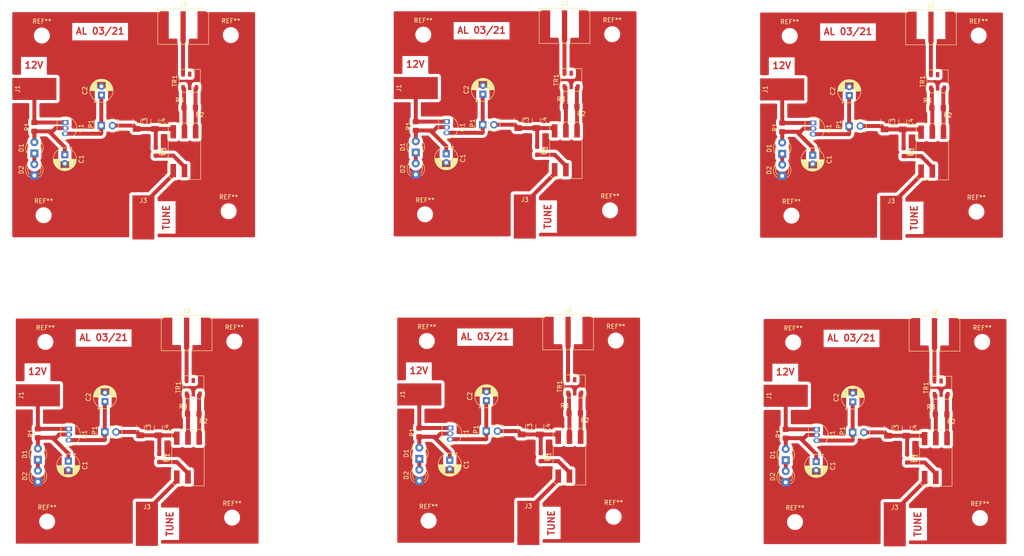
<source format=kicad_pcb>
(kicad_pcb (version 20171130) (host pcbnew 5.1.4+dfsg1-1~bpo10+1)

  (general
    (thickness 1.6)
    (drawings 18)
    (tracks 234)
    (zones 0)
    (modules 126)
    (nets 13)
  )

  (page A4)
  (layers
    (0 F.Cu signal)
    (31 B.Cu signal)
    (32 B.Adhes user)
    (33 F.Adhes user)
    (34 B.Paste user)
    (35 F.Paste user)
    (36 B.SilkS user)
    (37 F.SilkS user)
    (38 B.Mask user)
    (39 F.Mask user)
    (40 Dwgs.User user)
    (41 Cmts.User user)
    (42 Eco1.User user)
    (43 Eco2.User user)
    (44 Edge.Cuts user)
    (45 Margin user)
    (46 B.CrtYd user)
    (47 F.CrtYd user)
    (48 B.Fab user)
    (49 F.Fab user)
  )

  (setup
    (last_trace_width 0.25)
    (user_trace_width 0.5)
    (user_trace_width 0.9)
    (user_trace_width 1)
    (trace_clearance 0.2)
    (zone_clearance 0.7)
    (zone_45_only no)
    (trace_min 0.2)
    (via_size 0.8)
    (via_drill 0.4)
    (via_min_size 0.4)
    (via_min_drill 0.3)
    (uvia_size 0.3)
    (uvia_drill 0.1)
    (uvias_allowed no)
    (uvia_min_size 0.2)
    (uvia_min_drill 0.1)
    (edge_width 0.05)
    (segment_width 0.2)
    (pcb_text_width 0.3)
    (pcb_text_size 1.5 1.5)
    (mod_edge_width 0.12)
    (mod_text_size 1 1)
    (mod_text_width 0.15)
    (pad_size 2 7)
    (pad_drill 0)
    (pad_to_mask_clearance 0.051)
    (solder_mask_min_width 0.25)
    (aux_axis_origin 0 0)
    (visible_elements FFFFFF7F)
    (pcbplotparams
      (layerselection 0x010fc_ffffffff)
      (usegerberextensions false)
      (usegerberattributes false)
      (usegerberadvancedattributes false)
      (creategerberjobfile false)
      (excludeedgelayer true)
      (linewidth 0.100000)
      (plotframeref false)
      (viasonmask false)
      (mode 1)
      (useauxorigin false)
      (hpglpennumber 1)
      (hpglpenspeed 20)
      (hpglpendiameter 15.000000)
      (psnegative false)
      (psa4output false)
      (plotreference true)
      (plotvalue true)
      (plotinvisibletext false)
      (padsonsilk false)
      (subtractmaskfromsilk false)
      (outputformat 1)
      (mirror false)
      (drillshape 1)
      (scaleselection 1)
      (outputdirectory ""))
  )

  (net 0 "")
  (net 1 GND)
  (net 2 "Net-(C1-Pad1)")
  (net 3 "Net-(C2-Pad1)")
  (net 4 "Net-(D1-Pad1)")
  (net 5 "Net-(R2-Pad2)")
  (net 6 "Net-(R3-Pad2)")
  (net 7 "Net-(TR1-Pad5)")
  (net 8 "Net-(C3-Pad2)")
  (net 9 "Net-(J1-Pad1)")
  (net 10 "Net-(J2-Pad1)")
  (net 11 "Net-(J3-Pad1)")
  (net 12 "Net-(R4-Pad2)")

  (net_class Default "This is the default net class."
    (clearance 0.2)
    (trace_width 0.25)
    (via_dia 0.8)
    (via_drill 0.4)
    (uvia_dia 0.3)
    (uvia_drill 0.1)
    (add_net GND)
    (add_net "Net-(C1-Pad1)")
    (add_net "Net-(C2-Pad1)")
    (add_net "Net-(C3-Pad2)")
    (add_net "Net-(D1-Pad1)")
    (add_net "Net-(J1-Pad1)")
    (add_net "Net-(J2-Pad1)")
    (add_net "Net-(J3-Pad1)")
    (add_net "Net-(R2-Pad2)")
    (add_net "Net-(R3-Pad2)")
    (add_net "Net-(R4-Pad2)")
    (add_net "Net-(TR1-Pad5)")
  )

  (module Resistor_SMD:R_0805_2012Metric_Pad1.20x1.40mm_HandSolder (layer F.Cu) (tedit 5F68FEEE) (tstamp 6058A590)
    (at 67.8 112.4 90)
    (descr "Resistor SMD 0805 (2012 Metric), square (rectangular) end terminal, IPC_7351 nominal with elongated pad for handsoldering. (Body size source: IPC-SM-782 page 72, https://www.pcb-3d.com/wordpress/wp-content/uploads/ipc-sm-782a_amendment_1_and_2.pdf), generated with kicad-footprint-generator")
    (tags "resistor handsolder")
    (path /6053BBCF)
    (attr smd)
    (fp_text reference R1 (at 0 -1.65 90) (layer F.SilkS)
      (effects (font (size 1 1) (thickness 0.15)))
    )
    (fp_text value 1k2 (at 0 1.65 90) (layer F.Fab)
      (effects (font (size 1 1) (thickness 0.15)))
    )
    (fp_line (start -1 0.625) (end -1 -0.625) (layer F.Fab) (width 0.1))
    (fp_line (start -1 -0.625) (end 1 -0.625) (layer F.Fab) (width 0.1))
    (fp_line (start 1 -0.625) (end 1 0.625) (layer F.Fab) (width 0.1))
    (fp_line (start 1 0.625) (end -1 0.625) (layer F.Fab) (width 0.1))
    (fp_line (start -0.227064 -0.735) (end 0.227064 -0.735) (layer F.SilkS) (width 0.12))
    (fp_line (start -0.227064 0.735) (end 0.227064 0.735) (layer F.SilkS) (width 0.12))
    (fp_line (start -1.85 0.95) (end -1.85 -0.95) (layer F.CrtYd) (width 0.05))
    (fp_line (start -1.85 -0.95) (end 1.85 -0.95) (layer F.CrtYd) (width 0.05))
    (fp_line (start 1.85 -0.95) (end 1.85 0.95) (layer F.CrtYd) (width 0.05))
    (fp_line (start 1.85 0.95) (end -1.85 0.95) (layer F.CrtYd) (width 0.05))
    (fp_text user %R (at 0 0 90) (layer F.Fab)
      (effects (font (size 0.5 0.5) (thickness 0.08)))
    )
    (pad 1 smd roundrect (at -1 0 90) (size 1.2 1.4) (layers F.Cu F.Paste F.Mask) (roundrect_rratio 0.208333))
    (pad 2 smd roundrect (at 1 0 90) (size 1.2 1.4) (layers F.Cu F.Paste F.Mask) (roundrect_rratio 0.208333))
    (model ${KISYS3DMOD}/Resistor_SMD.3dshapes/R_0805_2012Metric.wrl
      (at (xyz 0 0 0))
      (scale (xyz 1 1 1))
      (rotate (xyz 0 0 0))
    )
  )

  (module LED_THT:LED_D3.0mm (layer F.Cu) (tedit 587A3A7B) (tstamp 6058A57D)
    (at 67.8 123.4 90)
    (descr "LED, diameter 3.0mm, 2 pins")
    (tags "LED diameter 3.0mm 2 pins")
    (path /60541A4F)
    (fp_text reference D2 (at 1.27 -2.96 90) (layer F.SilkS)
      (effects (font (size 1 1) (thickness 0.15)))
    )
    (fp_text value modra (at 1.27 2.96 90) (layer F.Fab)
      (effects (font (size 1 1) (thickness 0.15)))
    )
    (fp_arc (start 1.27 0) (end -0.23 -1.16619) (angle 284.3) (layer F.Fab) (width 0.1))
    (fp_arc (start 1.27 0) (end -0.29 -1.235516) (angle 108.8) (layer F.SilkS) (width 0.12))
    (fp_arc (start 1.27 0) (end -0.29 1.235516) (angle -108.8) (layer F.SilkS) (width 0.12))
    (fp_arc (start 1.27 0) (end 0.229039 -1.08) (angle 87.9) (layer F.SilkS) (width 0.12))
    (fp_arc (start 1.27 0) (end 0.229039 1.08) (angle -87.9) (layer F.SilkS) (width 0.12))
    (fp_circle (center 1.27 0) (end 2.77 0) (layer F.Fab) (width 0.1))
    (fp_line (start -0.23 -1.16619) (end -0.23 1.16619) (layer F.Fab) (width 0.1))
    (fp_line (start -0.29 -1.236) (end -0.29 -1.08) (layer F.SilkS) (width 0.12))
    (fp_line (start -0.29 1.08) (end -0.29 1.236) (layer F.SilkS) (width 0.12))
    (fp_line (start -1.15 -2.25) (end -1.15 2.25) (layer F.CrtYd) (width 0.05))
    (fp_line (start -1.15 2.25) (end 3.7 2.25) (layer F.CrtYd) (width 0.05))
    (fp_line (start 3.7 2.25) (end 3.7 -2.25) (layer F.CrtYd) (width 0.05))
    (fp_line (start 3.7 -2.25) (end -1.15 -2.25) (layer F.CrtYd) (width 0.05))
    (pad 1 thru_hole rect (at 0 0 90) (size 1.8 1.8) (drill 0.9) (layers *.Cu *.Mask))
    (pad 2 thru_hole circle (at 2.54 0 90) (size 1.8 1.8) (drill 0.9) (layers *.Cu *.Mask))
    (model ${KISYS3DMOD}/LED_THT.3dshapes/LED_D3.0mm.wrl
      (at (xyz 0 0 0))
      (scale (xyz 1 1 1))
      (rotate (xyz 0 0 0))
    )
  )

  (module Capacitor_SMD:C_1206_3216Metric_Pad1.33x1.80mm_HandSolder (layer F.Cu) (tedit 5F68FEEF) (tstamp 6058A568)
    (at 95.1 111.3 270)
    (descr "Capacitor SMD 1206 (3216 Metric), square (rectangular) end terminal, IPC_7351 nominal with elongated pad for handsoldering. (Body size source: IPC-SM-782 page 76, https://www.pcb-3d.com/wordpress/wp-content/uploads/ipc-sm-782a_amendment_1_and_2.pdf), generated with kicad-footprint-generator")
    (tags "capacitor handsolder")
    (path /6053CCDB)
    (attr smd)
    (fp_text reference C4 (at 0 -1.85 90) (layer F.SilkS)
      (effects (font (size 1 1) (thickness 0.15)))
    )
    (fp_text value 10n (at 0 1.85 90) (layer F.Fab)
      (effects (font (size 1 1) (thickness 0.15)))
    )
    (fp_line (start -1.6 0.8) (end -1.6 -0.8) (layer F.Fab) (width 0.1))
    (fp_line (start -1.6 -0.8) (end 1.6 -0.8) (layer F.Fab) (width 0.1))
    (fp_line (start 1.6 -0.8) (end 1.6 0.8) (layer F.Fab) (width 0.1))
    (fp_line (start 1.6 0.8) (end -1.6 0.8) (layer F.Fab) (width 0.1))
    (fp_line (start -0.711252 -0.91) (end 0.711252 -0.91) (layer F.SilkS) (width 0.12))
    (fp_line (start -0.711252 0.91) (end 0.711252 0.91) (layer F.SilkS) (width 0.12))
    (fp_line (start -2.48 1.15) (end -2.48 -1.15) (layer F.CrtYd) (width 0.05))
    (fp_line (start -2.48 -1.15) (end 2.48 -1.15) (layer F.CrtYd) (width 0.05))
    (fp_line (start 2.48 -1.15) (end 2.48 1.15) (layer F.CrtYd) (width 0.05))
    (fp_line (start 2.48 1.15) (end -2.48 1.15) (layer F.CrtYd) (width 0.05))
    (fp_text user %R (at 0 0 90) (layer F.Fab)
      (effects (font (size 0.8 0.8) (thickness 0.12)))
    )
    (pad 1 smd roundrect (at -1.5625 0 270) (size 1.325 1.8) (layers F.Cu F.Paste F.Mask) (roundrect_rratio 0.188679))
    (pad 2 smd roundrect (at 1.5625 0 270) (size 1.325 1.8) (layers F.Cu F.Paste F.Mask) (roundrect_rratio 0.188679))
    (model ${KISYS3DMOD}/Capacitor_SMD.3dshapes/C_1206_3216Metric.wrl
      (at (xyz 0 0 0))
      (scale (xyz 1 1 1))
      (rotate (xyz 0 0 0))
    )
  )

  (module Package_TO_SOT_THT:TO-92_Inline (layer F.Cu) (tedit 5A1DD157) (tstamp 6058A550)
    (at 74.8 111.4 270)
    (descr "TO-92 leads in-line, narrow, oval pads, drill 0.75mm (see NXP sot054_po.pdf)")
    (tags "to-92 sc-43 sc-43a sot54 PA33 transistor")
    (path /6054104C)
    (fp_text reference Q1 (at 1.27 -3.56 90) (layer F.SilkS)
      (effects (font (size 1 1) (thickness 0.15)))
    )
    (fp_text value BC548 (at 1.27 2.79 90) (layer F.Fab)
      (effects (font (size 1 1) (thickness 0.15)))
    )
    (fp_text user %R (at 1.27 0 90) (layer F.Fab)
      (effects (font (size 1 1) (thickness 0.15)))
    )
    (fp_line (start -0.53 1.85) (end 3.07 1.85) (layer F.SilkS) (width 0.12))
    (fp_line (start -0.5 1.75) (end 3 1.75) (layer F.Fab) (width 0.1))
    (fp_line (start -1.46 -2.73) (end 4 -2.73) (layer F.CrtYd) (width 0.05))
    (fp_line (start -1.46 -2.73) (end -1.46 2.01) (layer F.CrtYd) (width 0.05))
    (fp_line (start 4 2.01) (end 4 -2.73) (layer F.CrtYd) (width 0.05))
    (fp_line (start 4 2.01) (end -1.46 2.01) (layer F.CrtYd) (width 0.05))
    (fp_arc (start 1.27 0) (end 1.27 -2.48) (angle 135) (layer F.Fab) (width 0.1))
    (fp_arc (start 1.27 0) (end 1.27 -2.6) (angle -135) (layer F.SilkS) (width 0.12))
    (fp_arc (start 1.27 0) (end 1.27 -2.48) (angle -135) (layer F.Fab) (width 0.1))
    (fp_arc (start 1.27 0) (end 1.27 -2.6) (angle 135) (layer F.SilkS) (width 0.12))
    (pad 2 thru_hole oval (at 1.27 0 270) (size 1.05 1.5) (drill 0.75) (layers *.Cu *.Mask))
    (pad 3 thru_hole oval (at 2.54 0 270) (size 1.05 1.5) (drill 0.75) (layers *.Cu *.Mask))
    (pad 1 thru_hole rect (at 0 0 270) (size 1.05 1.5) (drill 0.75) (layers *.Cu *.Mask))
    (model ${KISYS3DMOD}/Package_TO_SOT_THT.3dshapes/TO-92_Inline.wrl
      (at (xyz 0 0 0))
      (scale (xyz 1 1 1))
      (rotate (xyz 0 0 0))
    )
  )

  (module Resistor_SMD:R_0805_2012Metric_Pad1.20x1.40mm_HandSolder (layer F.Cu) (tedit 5F68FEEE) (tstamp 6058A53F)
    (at 105.3 108 180)
    (descr "Resistor SMD 0805 (2012 Metric), square (rectangular) end terminal, IPC_7351 nominal with elongated pad for handsoldering. (Body size source: IPC-SM-782 page 72, https://www.pcb-3d.com/wordpress/wp-content/uploads/ipc-sm-782a_amendment_1_and_2.pdf), generated with kicad-footprint-generator")
    (tags "resistor handsolder")
    (path /6053B1AF)
    (attr smd)
    (fp_text reference R2 (at 0 -1.65) (layer F.SilkS)
      (effects (font (size 1 1) (thickness 0.15)))
    )
    (fp_text value 470 (at 0 1.65) (layer F.Fab)
      (effects (font (size 1 1) (thickness 0.15)))
    )
    (fp_line (start -1 0.625) (end -1 -0.625) (layer F.Fab) (width 0.1))
    (fp_line (start -1 -0.625) (end 1 -0.625) (layer F.Fab) (width 0.1))
    (fp_line (start 1 -0.625) (end 1 0.625) (layer F.Fab) (width 0.1))
    (fp_line (start 1 0.625) (end -1 0.625) (layer F.Fab) (width 0.1))
    (fp_line (start -0.227064 -0.735) (end 0.227064 -0.735) (layer F.SilkS) (width 0.12))
    (fp_line (start -0.227064 0.735) (end 0.227064 0.735) (layer F.SilkS) (width 0.12))
    (fp_line (start -1.85 0.95) (end -1.85 -0.95) (layer F.CrtYd) (width 0.05))
    (fp_line (start -1.85 -0.95) (end 1.85 -0.95) (layer F.CrtYd) (width 0.05))
    (fp_line (start 1.85 -0.95) (end 1.85 0.95) (layer F.CrtYd) (width 0.05))
    (fp_line (start 1.85 0.95) (end -1.85 0.95) (layer F.CrtYd) (width 0.05))
    (fp_text user %R (at 0 0) (layer F.Fab)
      (effects (font (size 0.5 0.5) (thickness 0.08)))
    )
    (pad 1 smd roundrect (at -1 0 180) (size 1.2 1.4) (layers F.Cu F.Paste F.Mask) (roundrect_rratio 0.208333))
    (pad 2 smd roundrect (at 1 0 180) (size 1.2 1.4) (layers F.Cu F.Paste F.Mask) (roundrect_rratio 0.208333))
    (model ${KISYS3DMOD}/Resistor_SMD.3dshapes/R_0805_2012Metric.wrl
      (at (xyz 0 0 0))
      (scale (xyz 1 1 1))
      (rotate (xyz 0 0 0))
    )
  )

  (module saw-osc-622:VS-500 (layer F.Cu) (tedit 0) (tstamp 6058A52C)
    (at 188.2 117.7)
    (path /6053A3CC)
    (attr smd)
    (fp_text reference U1 (at -4.675 0 90) (layer F.SilkS)
      (effects (font (size 1 1) (thickness 0.15)))
    )
    (fp_text value VS-500 (at 0 0) (layer F.Fab)
      (effects (font (size 1 1) (thickness 0.15)))
    )
    (fp_line (start -3.42 6.15) (end -3.42 -6.15) (layer F.CrtYd) (width 0.05))
    (fp_line (start 3.42 6.15) (end -3.42 6.15) (layer F.CrtYd) (width 0.05))
    (fp_line (start 3.42 -6.15) (end 3.42 6.15) (layer F.CrtYd) (width 0.05))
    (fp_line (start -3.42 -6.15) (end 3.42 -6.15) (layer F.CrtYd) (width 0.05))
    (fp_line (start 3.675 6.4) (end -2.875 6.4) (layer F.SilkS) (width 0.12))
    (fp_line (start 3.675 -6.4) (end 3.675 6.4) (layer F.SilkS) (width 0.12))
    (fp_line (start -3.675 -6.4) (end 3.675 -6.4) (layer F.SilkS) (width 0.12))
    (fp_line (start -3.675 5.6) (end -3.675 -6.4) (layer F.SilkS) (width 0.12))
    (fp_line (start -2.875 6.4) (end -3.675 5.6) (layer F.SilkS) (width 0.12))
    (pad 3 smd rect (at 2.54 4.4) (size 1.27 3) (layers F.Cu F.Paste F.Mask))
    (pad 4 smd rect (at 2.54 -4.4) (size 1.27 3) (layers F.Cu F.Paste F.Mask))
    (pad 2 smd rect (at 0 4.4) (size 1.27 3) (layers F.Cu F.Paste F.Mask))
    (pad 5 smd rect (at 0 -4.4) (size 1.27 3) (layers F.Cu F.Paste F.Mask))
    (pad 1 smd rect (at -2.54 4.4) (size 1.27 3) (layers F.Cu F.Paste F.Mask))
    (pad 6 smd rect (at -2.54 -4.4) (size 1.27 3) (layers F.Cu F.Paste F.Mask))
  )

  (module MountingHole:MountingHole_2.2mm_M2 (layer F.Cu) (tedit 56D1B4CB) (tstamp 6058A525)
    (at 111.8 131.5)
    (descr "Mounting Hole 2.2mm, no annular, M2")
    (tags "mounting hole 2.2mm no annular m2")
    (attr virtual)
    (fp_text reference REF** (at 0 -3.2) (layer F.SilkS)
      (effects (font (size 1 1) (thickness 0.15)))
    )
    (fp_text value MountingHole_2.2mm_M2 (at 0 3.2) (layer F.Fab)
      (effects (font (size 1 1) (thickness 0.15)))
    )
    (fp_circle (center 0 0) (end 2.45 0) (layer F.CrtYd) (width 0.05))
    (fp_circle (center 0 0) (end 2.2 0) (layer Cmts.User) (width 0.15))
    (fp_text user %R (at 0.3 0) (layer F.Fab)
      (effects (font (size 1 1) (thickness 0.15)))
    )
    (pad 1 np_thru_hole circle (at 0 0) (size 2.2 2.2) (drill 2.2) (layers *.Cu *.Mask))
  )

  (module Capacitor_THT:CP_Radial_D5.0mm_P2.00mm (layer F.Cu) (tedit 5AE50EF0) (tstamp 6058A4A1)
    (at 83 105.2 90)
    (descr "CP, Radial series, Radial, pin pitch=2.00mm, , diameter=5mm, Electrolytic Capacitor")
    (tags "CP Radial series Radial pin pitch 2.00mm  diameter 5mm Electrolytic Capacitor")
    (path /6054289D)
    (fp_text reference C2 (at 1 -3.75 90) (layer F.SilkS)
      (effects (font (size 1 1) (thickness 0.15)))
    )
    (fp_text value 10u (at 1 3.75 90) (layer F.Fab)
      (effects (font (size 1 1) (thickness 0.15)))
    )
    (fp_circle (center 1 0) (end 3.5 0) (layer F.Fab) (width 0.1))
    (fp_circle (center 1 0) (end 3.62 0) (layer F.SilkS) (width 0.12))
    (fp_circle (center 1 0) (end 3.75 0) (layer F.CrtYd) (width 0.05))
    (fp_line (start -1.133605 -1.0875) (end -0.633605 -1.0875) (layer F.Fab) (width 0.1))
    (fp_line (start -0.883605 -1.3375) (end -0.883605 -0.8375) (layer F.Fab) (width 0.1))
    (fp_line (start 1 1.04) (end 1 2.58) (layer F.SilkS) (width 0.12))
    (fp_line (start 1 -2.58) (end 1 -1.04) (layer F.SilkS) (width 0.12))
    (fp_line (start 1.04 1.04) (end 1.04 2.58) (layer F.SilkS) (width 0.12))
    (fp_line (start 1.04 -2.58) (end 1.04 -1.04) (layer F.SilkS) (width 0.12))
    (fp_line (start 1.08 -2.579) (end 1.08 -1.04) (layer F.SilkS) (width 0.12))
    (fp_line (start 1.08 1.04) (end 1.08 2.579) (layer F.SilkS) (width 0.12))
    (fp_line (start 1.12 -2.578) (end 1.12 -1.04) (layer F.SilkS) (width 0.12))
    (fp_line (start 1.12 1.04) (end 1.12 2.578) (layer F.SilkS) (width 0.12))
    (fp_line (start 1.16 -2.576) (end 1.16 -1.04) (layer F.SilkS) (width 0.12))
    (fp_line (start 1.16 1.04) (end 1.16 2.576) (layer F.SilkS) (width 0.12))
    (fp_line (start 1.2 -2.573) (end 1.2 -1.04) (layer F.SilkS) (width 0.12))
    (fp_line (start 1.2 1.04) (end 1.2 2.573) (layer F.SilkS) (width 0.12))
    (fp_line (start 1.24 -2.569) (end 1.24 -1.04) (layer F.SilkS) (width 0.12))
    (fp_line (start 1.24 1.04) (end 1.24 2.569) (layer F.SilkS) (width 0.12))
    (fp_line (start 1.28 -2.565) (end 1.28 -1.04) (layer F.SilkS) (width 0.12))
    (fp_line (start 1.28 1.04) (end 1.28 2.565) (layer F.SilkS) (width 0.12))
    (fp_line (start 1.32 -2.561) (end 1.32 -1.04) (layer F.SilkS) (width 0.12))
    (fp_line (start 1.32 1.04) (end 1.32 2.561) (layer F.SilkS) (width 0.12))
    (fp_line (start 1.36 -2.556) (end 1.36 -1.04) (layer F.SilkS) (width 0.12))
    (fp_line (start 1.36 1.04) (end 1.36 2.556) (layer F.SilkS) (width 0.12))
    (fp_line (start 1.4 -2.55) (end 1.4 -1.04) (layer F.SilkS) (width 0.12))
    (fp_line (start 1.4 1.04) (end 1.4 2.55) (layer F.SilkS) (width 0.12))
    (fp_line (start 1.44 -2.543) (end 1.44 -1.04) (layer F.SilkS) (width 0.12))
    (fp_line (start 1.44 1.04) (end 1.44 2.543) (layer F.SilkS) (width 0.12))
    (fp_line (start 1.48 -2.536) (end 1.48 -1.04) (layer F.SilkS) (width 0.12))
    (fp_line (start 1.48 1.04) (end 1.48 2.536) (layer F.SilkS) (width 0.12))
    (fp_line (start 1.52 -2.528) (end 1.52 -1.04) (layer F.SilkS) (width 0.12))
    (fp_line (start 1.52 1.04) (end 1.52 2.528) (layer F.SilkS) (width 0.12))
    (fp_line (start 1.56 -2.52) (end 1.56 -1.04) (layer F.SilkS) (width 0.12))
    (fp_line (start 1.56 1.04) (end 1.56 2.52) (layer F.SilkS) (width 0.12))
    (fp_line (start 1.6 -2.511) (end 1.6 -1.04) (layer F.SilkS) (width 0.12))
    (fp_line (start 1.6 1.04) (end 1.6 2.511) (layer F.SilkS) (width 0.12))
    (fp_line (start 1.64 -2.501) (end 1.64 -1.04) (layer F.SilkS) (width 0.12))
    (fp_line (start 1.64 1.04) (end 1.64 2.501) (layer F.SilkS) (width 0.12))
    (fp_line (start 1.68 -2.491) (end 1.68 -1.04) (layer F.SilkS) (width 0.12))
    (fp_line (start 1.68 1.04) (end 1.68 2.491) (layer F.SilkS) (width 0.12))
    (fp_line (start 1.721 -2.48) (end 1.721 -1.04) (layer F.SilkS) (width 0.12))
    (fp_line (start 1.721 1.04) (end 1.721 2.48) (layer F.SilkS) (width 0.12))
    (fp_line (start 1.761 -2.468) (end 1.761 -1.04) (layer F.SilkS) (width 0.12))
    (fp_line (start 1.761 1.04) (end 1.761 2.468) (layer F.SilkS) (width 0.12))
    (fp_line (start 1.801 -2.455) (end 1.801 -1.04) (layer F.SilkS) (width 0.12))
    (fp_line (start 1.801 1.04) (end 1.801 2.455) (layer F.SilkS) (width 0.12))
    (fp_line (start 1.841 -2.442) (end 1.841 -1.04) (layer F.SilkS) (width 0.12))
    (fp_line (start 1.841 1.04) (end 1.841 2.442) (layer F.SilkS) (width 0.12))
    (fp_line (start 1.881 -2.428) (end 1.881 -1.04) (layer F.SilkS) (width 0.12))
    (fp_line (start 1.881 1.04) (end 1.881 2.428) (layer F.SilkS) (width 0.12))
    (fp_line (start 1.921 -2.414) (end 1.921 -1.04) (layer F.SilkS) (width 0.12))
    (fp_line (start 1.921 1.04) (end 1.921 2.414) (layer F.SilkS) (width 0.12))
    (fp_line (start 1.961 -2.398) (end 1.961 -1.04) (layer F.SilkS) (width 0.12))
    (fp_line (start 1.961 1.04) (end 1.961 2.398) (layer F.SilkS) (width 0.12))
    (fp_line (start 2.001 -2.382) (end 2.001 -1.04) (layer F.SilkS) (width 0.12))
    (fp_line (start 2.001 1.04) (end 2.001 2.382) (layer F.SilkS) (width 0.12))
    (fp_line (start 2.041 -2.365) (end 2.041 -1.04) (layer F.SilkS) (width 0.12))
    (fp_line (start 2.041 1.04) (end 2.041 2.365) (layer F.SilkS) (width 0.12))
    (fp_line (start 2.081 -2.348) (end 2.081 -1.04) (layer F.SilkS) (width 0.12))
    (fp_line (start 2.081 1.04) (end 2.081 2.348) (layer F.SilkS) (width 0.12))
    (fp_line (start 2.121 -2.329) (end 2.121 -1.04) (layer F.SilkS) (width 0.12))
    (fp_line (start 2.121 1.04) (end 2.121 2.329) (layer F.SilkS) (width 0.12))
    (fp_line (start 2.161 -2.31) (end 2.161 -1.04) (layer F.SilkS) (width 0.12))
    (fp_line (start 2.161 1.04) (end 2.161 2.31) (layer F.SilkS) (width 0.12))
    (fp_line (start 2.201 -2.29) (end 2.201 -1.04) (layer F.SilkS) (width 0.12))
    (fp_line (start 2.201 1.04) (end 2.201 2.29) (layer F.SilkS) (width 0.12))
    (fp_line (start 2.241 -2.268) (end 2.241 -1.04) (layer F.SilkS) (width 0.12))
    (fp_line (start 2.241 1.04) (end 2.241 2.268) (layer F.SilkS) (width 0.12))
    (fp_line (start 2.281 -2.247) (end 2.281 -1.04) (layer F.SilkS) (width 0.12))
    (fp_line (start 2.281 1.04) (end 2.281 2.247) (layer F.SilkS) (width 0.12))
    (fp_line (start 2.321 -2.224) (end 2.321 -1.04) (layer F.SilkS) (width 0.12))
    (fp_line (start 2.321 1.04) (end 2.321 2.224) (layer F.SilkS) (width 0.12))
    (fp_line (start 2.361 -2.2) (end 2.361 -1.04) (layer F.SilkS) (width 0.12))
    (fp_line (start 2.361 1.04) (end 2.361 2.2) (layer F.SilkS) (width 0.12))
    (fp_line (start 2.401 -2.175) (end 2.401 -1.04) (layer F.SilkS) (width 0.12))
    (fp_line (start 2.401 1.04) (end 2.401 2.175) (layer F.SilkS) (width 0.12))
    (fp_line (start 2.441 -2.149) (end 2.441 -1.04) (layer F.SilkS) (width 0.12))
    (fp_line (start 2.441 1.04) (end 2.441 2.149) (layer F.SilkS) (width 0.12))
    (fp_line (start 2.481 -2.122) (end 2.481 -1.04) (layer F.SilkS) (width 0.12))
    (fp_line (start 2.481 1.04) (end 2.481 2.122) (layer F.SilkS) (width 0.12))
    (fp_line (start 2.521 -2.095) (end 2.521 -1.04) (layer F.SilkS) (width 0.12))
    (fp_line (start 2.521 1.04) (end 2.521 2.095) (layer F.SilkS) (width 0.12))
    (fp_line (start 2.561 -2.065) (end 2.561 -1.04) (layer F.SilkS) (width 0.12))
    (fp_line (start 2.561 1.04) (end 2.561 2.065) (layer F.SilkS) (width 0.12))
    (fp_line (start 2.601 -2.035) (end 2.601 -1.04) (layer F.SilkS) (width 0.12))
    (fp_line (start 2.601 1.04) (end 2.601 2.035) (layer F.SilkS) (width 0.12))
    (fp_line (start 2.641 -2.004) (end 2.641 -1.04) (layer F.SilkS) (width 0.12))
    (fp_line (start 2.641 1.04) (end 2.641 2.004) (layer F.SilkS) (width 0.12))
    (fp_line (start 2.681 -1.971) (end 2.681 -1.04) (layer F.SilkS) (width 0.12))
    (fp_line (start 2.681 1.04) (end 2.681 1.971) (layer F.SilkS) (width 0.12))
    (fp_line (start 2.721 -1.937) (end 2.721 -1.04) (layer F.SilkS) (width 0.12))
    (fp_line (start 2.721 1.04) (end 2.721 1.937) (layer F.SilkS) (width 0.12))
    (fp_line (start 2.761 -1.901) (end 2.761 -1.04) (layer F.SilkS) (width 0.12))
    (fp_line (start 2.761 1.04) (end 2.761 1.901) (layer F.SilkS) (width 0.12))
    (fp_line (start 2.801 -1.864) (end 2.801 -1.04) (layer F.SilkS) (width 0.12))
    (fp_line (start 2.801 1.04) (end 2.801 1.864) (layer F.SilkS) (width 0.12))
    (fp_line (start 2.841 -1.826) (end 2.841 -1.04) (layer F.SilkS) (width 0.12))
    (fp_line (start 2.841 1.04) (end 2.841 1.826) (layer F.SilkS) (width 0.12))
    (fp_line (start 2.881 -1.785) (end 2.881 -1.04) (layer F.SilkS) (width 0.12))
    (fp_line (start 2.881 1.04) (end 2.881 1.785) (layer F.SilkS) (width 0.12))
    (fp_line (start 2.921 -1.743) (end 2.921 -1.04) (layer F.SilkS) (width 0.12))
    (fp_line (start 2.921 1.04) (end 2.921 1.743) (layer F.SilkS) (width 0.12))
    (fp_line (start 2.961 -1.699) (end 2.961 -1.04) (layer F.SilkS) (width 0.12))
    (fp_line (start 2.961 1.04) (end 2.961 1.699) (layer F.SilkS) (width 0.12))
    (fp_line (start 3.001 -1.653) (end 3.001 -1.04) (layer F.SilkS) (width 0.12))
    (fp_line (start 3.001 1.04) (end 3.001 1.653) (layer F.SilkS) (width 0.12))
    (fp_line (start 3.041 -1.605) (end 3.041 1.605) (layer F.SilkS) (width 0.12))
    (fp_line (start 3.081 -1.554) (end 3.081 1.554) (layer F.SilkS) (width 0.12))
    (fp_line (start 3.121 -1.5) (end 3.121 1.5) (layer F.SilkS) (width 0.12))
    (fp_line (start 3.161 -1.443) (end 3.161 1.443) (layer F.SilkS) (width 0.12))
    (fp_line (start 3.201 -1.383) (end 3.201 1.383) (layer F.SilkS) (width 0.12))
    (fp_line (start 3.241 -1.319) (end 3.241 1.319) (layer F.SilkS) (width 0.12))
    (fp_line (start 3.281 -1.251) (end 3.281 1.251) (layer F.SilkS) (width 0.12))
    (fp_line (start 3.321 -1.178) (end 3.321 1.178) (layer F.SilkS) (width 0.12))
    (fp_line (start 3.361 -1.098) (end 3.361 1.098) (layer F.SilkS) (width 0.12))
    (fp_line (start 3.401 -1.011) (end 3.401 1.011) (layer F.SilkS) (width 0.12))
    (fp_line (start 3.441 -0.915) (end 3.441 0.915) (layer F.SilkS) (width 0.12))
    (fp_line (start 3.481 -0.805) (end 3.481 0.805) (layer F.SilkS) (width 0.12))
    (fp_line (start 3.521 -0.677) (end 3.521 0.677) (layer F.SilkS) (width 0.12))
    (fp_line (start 3.561 -0.518) (end 3.561 0.518) (layer F.SilkS) (width 0.12))
    (fp_line (start 3.601 -0.284) (end 3.601 0.284) (layer F.SilkS) (width 0.12))
    (fp_line (start -1.804775 -1.475) (end -1.304775 -1.475) (layer F.SilkS) (width 0.12))
    (fp_line (start -1.554775 -1.725) (end -1.554775 -1.225) (layer F.SilkS) (width 0.12))
    (fp_text user %R (at 1 0 90) (layer F.Fab)
      (effects (font (size 1 1) (thickness 0.15)))
    )
    (pad 1 thru_hole rect (at 0 0 90) (size 1.6 1.6) (drill 0.8) (layers *.Cu *.Mask))
    (pad 2 thru_hole circle (at 2 0 90) (size 1.6 1.6) (drill 0.8) (layers *.Cu *.Mask))
    (model ${KISYS3DMOD}/Capacitor_THT.3dshapes/CP_Radial_D5.0mm_P2.00mm.wrl
      (at (xyz 0 0 0))
      (scale (xyz 1 1 1))
      (rotate (xyz 0 0 0))
    )
  )

  (module Capacitor_SMD:C_1206_3216Metric_Pad1.33x1.80mm_HandSolder (layer F.Cu) (tedit 5F68FEEF) (tstamp 6058A491)
    (at 91 111.3 270)
    (descr "Capacitor SMD 1206 (3216 Metric), square (rectangular) end terminal, IPC_7351 nominal with elongated pad for handsoldering. (Body size source: IPC-SM-782 page 76, https://www.pcb-3d.com/wordpress/wp-content/uploads/ipc-sm-782a_amendment_1_and_2.pdf), generated with kicad-footprint-generator")
    (tags "capacitor handsolder")
    (path /6053C0E6)
    (attr smd)
    (fp_text reference C3 (at 0 -1.85 90) (layer F.SilkS)
      (effects (font (size 1 1) (thickness 0.15)))
    )
    (fp_text value 100n (at 0 1.85 90) (layer F.Fab)
      (effects (font (size 1 1) (thickness 0.15)))
    )
    (fp_line (start -1.6 0.8) (end -1.6 -0.8) (layer F.Fab) (width 0.1))
    (fp_line (start -1.6 -0.8) (end 1.6 -0.8) (layer F.Fab) (width 0.1))
    (fp_line (start 1.6 -0.8) (end 1.6 0.8) (layer F.Fab) (width 0.1))
    (fp_line (start 1.6 0.8) (end -1.6 0.8) (layer F.Fab) (width 0.1))
    (fp_line (start -0.711252 -0.91) (end 0.711252 -0.91) (layer F.SilkS) (width 0.12))
    (fp_line (start -0.711252 0.91) (end 0.711252 0.91) (layer F.SilkS) (width 0.12))
    (fp_line (start -2.48 1.15) (end -2.48 -1.15) (layer F.CrtYd) (width 0.05))
    (fp_line (start -2.48 -1.15) (end 2.48 -1.15) (layer F.CrtYd) (width 0.05))
    (fp_line (start 2.48 -1.15) (end 2.48 1.15) (layer F.CrtYd) (width 0.05))
    (fp_line (start 2.48 1.15) (end -2.48 1.15) (layer F.CrtYd) (width 0.05))
    (fp_text user %R (at -0.1375 0 90) (layer F.Fab)
      (effects (font (size 0.8 0.8) (thickness 0.12)))
    )
    (pad 1 smd roundrect (at -1.5625 0 270) (size 1.325 1.8) (layers F.Cu F.Paste F.Mask) (roundrect_rratio 0.188679))
    (pad 2 smd roundrect (at 1.5625 0 270) (size 1.325 1.8) (layers F.Cu F.Paste F.Mask) (roundrect_rratio 0.188679))
    (model ${KISYS3DMOD}/Capacitor_SMD.3dshapes/C_1206_3216Metric.wrl
      (at (xyz 0 0 0))
      (scale (xyz 1 1 1))
      (rotate (xyz 0 0 0))
    )
  )

  (module saw-osc-622:VS-500 (layer F.Cu) (tedit 0) (tstamp 6058A47F)
    (at 271.2 118)
    (path /6053A3CC)
    (attr smd)
    (fp_text reference U1 (at -4.675 0 90) (layer F.SilkS)
      (effects (font (size 1 1) (thickness 0.15)))
    )
    (fp_text value VS-500 (at 0 0) (layer F.Fab)
      (effects (font (size 1 1) (thickness 0.15)))
    )
    (fp_line (start -3.42 6.15) (end -3.42 -6.15) (layer F.CrtYd) (width 0.05))
    (fp_line (start 3.42 6.15) (end -3.42 6.15) (layer F.CrtYd) (width 0.05))
    (fp_line (start 3.42 -6.15) (end 3.42 6.15) (layer F.CrtYd) (width 0.05))
    (fp_line (start -3.42 -6.15) (end 3.42 -6.15) (layer F.CrtYd) (width 0.05))
    (fp_line (start 3.675 6.4) (end -2.875 6.4) (layer F.SilkS) (width 0.12))
    (fp_line (start 3.675 -6.4) (end 3.675 6.4) (layer F.SilkS) (width 0.12))
    (fp_line (start -3.675 -6.4) (end 3.675 -6.4) (layer F.SilkS) (width 0.12))
    (fp_line (start -3.675 5.6) (end -3.675 -6.4) (layer F.SilkS) (width 0.12))
    (fp_line (start -2.875 6.4) (end -3.675 5.6) (layer F.SilkS) (width 0.12))
    (pad 3 smd rect (at 2.54 4.4) (size 1.27 3) (layers F.Cu F.Paste F.Mask))
    (pad 4 smd rect (at 2.54 -4.4) (size 1.27 3) (layers F.Cu F.Paste F.Mask))
    (pad 2 smd rect (at 0 4.4) (size 1.27 3) (layers F.Cu F.Paste F.Mask))
    (pad 5 smd rect (at 0 -4.4) (size 1.27 3) (layers F.Cu F.Paste F.Mask))
    (pad 1 smd rect (at -2.54 4.4) (size 1.27 3) (layers F.Cu F.Paste F.Mask))
    (pad 6 smd rect (at -2.54 -4.4) (size 1.27 3) (layers F.Cu F.Paste F.Mask))
  )

  (module Resistor_SMD:R_0603_1608Metric_Pad0.98x0.95mm_HandSolder (layer F.Cu) (tedit 5F68FEEE) (tstamp 6058A46F)
    (at 264.7 118.1 270)
    (descr "Resistor SMD 0603 (1608 Metric), square (rectangular) end terminal, IPC_7351 nominal with elongated pad for handsoldering. (Body size source: IPC-SM-782 page 72, https://www.pcb-3d.com/wordpress/wp-content/uploads/ipc-sm-782a_amendment_1_and_2.pdf), generated with kicad-footprint-generator")
    (tags "resistor handsolder")
    (path /6059CDF9)
    (attr smd)
    (fp_text reference R4 (at 0 -1.43 90) (layer F.SilkS)
      (effects (font (size 1 1) (thickness 0.15)))
    )
    (fp_text value 220 (at 0 1.43 90) (layer F.Fab)
      (effects (font (size 1 1) (thickness 0.15)))
    )
    (fp_text user %R (at 0 0 90) (layer F.Fab)
      (effects (font (size 0.4 0.4) (thickness 0.06)))
    )
    (fp_line (start 1.65 0.73) (end -1.65 0.73) (layer F.CrtYd) (width 0.05))
    (fp_line (start 1.65 -0.73) (end 1.65 0.73) (layer F.CrtYd) (width 0.05))
    (fp_line (start -1.65 -0.73) (end 1.65 -0.73) (layer F.CrtYd) (width 0.05))
    (fp_line (start -1.65 0.73) (end -1.65 -0.73) (layer F.CrtYd) (width 0.05))
    (fp_line (start -0.254724 0.5225) (end 0.254724 0.5225) (layer F.SilkS) (width 0.12))
    (fp_line (start -0.254724 -0.5225) (end 0.254724 -0.5225) (layer F.SilkS) (width 0.12))
    (fp_line (start 0.8 0.4125) (end -0.8 0.4125) (layer F.Fab) (width 0.1))
    (fp_line (start 0.8 -0.4125) (end 0.8 0.4125) (layer F.Fab) (width 0.1))
    (fp_line (start -0.8 -0.4125) (end 0.8 -0.4125) (layer F.Fab) (width 0.1))
    (fp_line (start -0.8 0.4125) (end -0.8 -0.4125) (layer F.Fab) (width 0.1))
    (pad 2 smd roundrect (at 0.9125 0 270) (size 0.975 0.95) (layers F.Cu F.Paste F.Mask) (roundrect_rratio 0.25))
    (pad 1 smd roundrect (at -0.9125 0 270) (size 0.975 0.95) (layers F.Cu F.Paste F.Mask) (roundrect_rratio 0.25))
    (model ${KISYS3DMOD}/Resistor_SMD.3dshapes/R_0603_1608Metric.wrl
      (at (xyz 0 0 0))
      (scale (xyz 1 1 1))
      (rotate (xyz 0 0 0))
    )
  )

  (module Connector_Wire:SolderWirePad_1x01_SMD_5x10mm (layer F.Cu) (tedit 5640A485) (tstamp 6058A460)
    (at 92.5 132.9)
    (descr "Wire Pad, Square, SMD Pad,  5mm x 10mm,")
    (tags "MesurementPoint Square SMDPad 5mmx10mm ")
    (path /60595A6E)
    (attr smd virtual)
    (fp_text reference J3 (at 0 -3.81) (layer F.SilkS)
      (effects (font (size 1 1) (thickness 0.15)))
    )
    (fp_text value TUNE (at 0 6.35) (layer F.Fab)
      (effects (font (size 1 1) (thickness 0.15)))
    )
    (fp_text user %R (at 0 0) (layer F.Fab)
      (effects (font (size 1 1) (thickness 0.15)))
    )
    (fp_line (start 2.75 -5.25) (end -2.75 -5.25) (layer F.CrtYd) (width 0.05))
    (fp_line (start 2.75 5.25) (end 2.75 -5.25) (layer F.CrtYd) (width 0.05))
    (fp_line (start -2.75 5.25) (end 2.75 5.25) (layer F.CrtYd) (width 0.05))
    (fp_line (start -2.75 -5.25) (end -2.75 5.25) (layer F.CrtYd) (width 0.05))
    (pad 1 smd rect (at 0 0) (size 5 10) (layers F.Cu F.Paste F.Mask))
  )

  (module LED_THT:LED_D3.0mm (layer F.Cu) (tedit 587A3A7B) (tstamp 6058A44A)
    (at 67.8 118.4 90)
    (descr "LED, diameter 3.0mm, 2 pins")
    (tags "LED diameter 3.0mm 2 pins")
    (path /6054207D)
    (fp_text reference D1 (at 1.27 -2.96 90) (layer F.SilkS)
      (effects (font (size 1 1) (thickness 0.15)))
    )
    (fp_text value modra (at 1.27 2.96 90) (layer F.Fab)
      (effects (font (size 1 1) (thickness 0.15)))
    )
    (fp_arc (start 1.27 0) (end -0.23 -1.16619) (angle 284.3) (layer F.Fab) (width 0.1))
    (fp_arc (start 1.27 0) (end -0.29 -1.235516) (angle 108.8) (layer F.SilkS) (width 0.12))
    (fp_arc (start 1.27 0) (end -0.29 1.235516) (angle -108.8) (layer F.SilkS) (width 0.12))
    (fp_arc (start 1.27 0) (end 0.229039 -1.08) (angle 87.9) (layer F.SilkS) (width 0.12))
    (fp_arc (start 1.27 0) (end 0.229039 1.08) (angle -87.9) (layer F.SilkS) (width 0.12))
    (fp_circle (center 1.27 0) (end 2.77 0) (layer F.Fab) (width 0.1))
    (fp_line (start -0.23 -1.16619) (end -0.23 1.16619) (layer F.Fab) (width 0.1))
    (fp_line (start -0.29 -1.236) (end -0.29 -1.08) (layer F.SilkS) (width 0.12))
    (fp_line (start -0.29 1.08) (end -0.29 1.236) (layer F.SilkS) (width 0.12))
    (fp_line (start -1.15 -2.25) (end -1.15 2.25) (layer F.CrtYd) (width 0.05))
    (fp_line (start -1.15 2.25) (end 3.7 2.25) (layer F.CrtYd) (width 0.05))
    (fp_line (start 3.7 2.25) (end 3.7 -2.25) (layer F.CrtYd) (width 0.05))
    (fp_line (start 3.7 -2.25) (end -1.15 -2.25) (layer F.CrtYd) (width 0.05))
    (pad 1 thru_hole rect (at 0 0 90) (size 1.8 1.8) (drill 0.9) (layers *.Cu *.Mask))
    (pad 2 thru_hole circle (at 2.54 0 90) (size 1.8 1.8) (drill 0.9) (layers *.Cu *.Mask))
    (model ${KISYS3DMOD}/LED_THT.3dshapes/LED_D3.0mm.wrl
      (at (xyz 0 0 0))
      (scale (xyz 1 1 1))
      (rotate (xyz 0 0 0))
    )
  )

  (module saw-osc-622:SOIC-3 (layer F.Cu) (tedit 605892B0) (tstamp 6058A438)
    (at 101.5 89.7 180)
    (path /6058B123)
    (attr smd)
    (fp_text reference J2 (at 0 5) (layer F.SilkS)
      (effects (font (size 1 1) (thickness 0.15)))
    )
    (fp_text value SMA (at 0 -5) (layer F.Fab)
      (effects (font (size 1 1) (thickness 0.15)))
    )
    (fp_line (start -4.95 4) (end -5.75 3.2) (layer F.SilkS) (width 0.12))
    (fp_line (start -5.75 3.2) (end -5.75 -4) (layer F.SilkS) (width 0.12))
    (fp_line (start -5.75 -4) (end 5.75 -4) (layer F.SilkS) (width 0.12))
    (fp_line (start 5.75 -4) (end 5.75 4) (layer F.SilkS) (width 0.12))
    (fp_line (start 5.75 4) (end -4.95 4) (layer F.SilkS) (width 0.12))
    (fp_line (start -5.5 -3.75) (end 5.5 -3.75) (layer F.CrtYd) (width 0.05))
    (fp_line (start 5.5 -3.75) (end 5.5 3.75) (layer F.CrtYd) (width 0.05))
    (fp_line (start 5.5 3.75) (end -5.5 3.75) (layer F.CrtYd) (width 0.05))
    (fp_line (start -5.5 3.75) (end -5.5 -3.75) (layer F.CrtYd) (width 0.05))
    (pad 2 smd rect (at -4.25 0 180) (size 2 7) (layers F.Cu F.Paste F.Mask))
    (pad 1 smd rect (at 0 0 180) (size 1.2 7) (layers F.Cu F.Paste F.Mask))
    (pad 3 smd rect (at 4.25 0 180) (size 2 7) (layers F.Cu F.Paste F.Mask))
  )

  (module saw-osc-622:WBC1-1LB (layer F.Cu) (tedit 0) (tstamp 6058A425)
    (at 103 101.975)
    (path /6053A793)
    (attr smd)
    (fp_text reference TR1 (at -3.4 0 90) (layer F.SilkS)
      (effects (font (size 1 1) (thickness 0.15)))
    )
    (fp_text value WBC1-1LB (at 0 0) (layer F.Fab)
      (effects (font (size 1 1) (thickness 0.15)))
    )
    (fp_line (start -1.6 2.595) (end -2.4 1.795) (layer F.SilkS) (width 0.12))
    (fp_line (start -2.4 1.795) (end -2.4 -2.595) (layer F.SilkS) (width 0.12))
    (fp_line (start -2.4 -2.595) (end 2.4 -2.595) (layer F.SilkS) (width 0.12))
    (fp_line (start 2.4 -2.595) (end 2.4 2.595) (layer F.SilkS) (width 0.12))
    (fp_line (start 2.4 2.595) (end -1.6 2.595) (layer F.SilkS) (width 0.12))
    (fp_line (start -2.15 -2.34) (end 2.15 -2.34) (layer F.CrtYd) (width 0.05))
    (fp_line (start 2.15 -2.34) (end 2.15 2.34) (layer F.CrtYd) (width 0.05))
    (fp_line (start 2.15 2.34) (end -2.15 2.34) (layer F.CrtYd) (width 0.05))
    (fp_line (start -2.15 2.34) (end -2.15 -2.34) (layer F.CrtYd) (width 0.05))
    (pad 6 smd rect (at -1.52 -1.525) (size 0.76 1.14) (layers F.Cu F.Paste F.Mask))
    (pad 1 smd rect (at -1.52 1.525) (size 0.76 1.14) (layers F.Cu F.Paste F.Mask))
    (pad 5 smd rect (at 0 -1.525) (size 0.76 1.14) (layers F.Cu F.Paste F.Mask))
    (pad 2 smd rect (at 0 1.525) (size 0.76 1.14) (layers F.Cu F.Paste F.Mask))
    (pad 4 smd rect (at 1.52 -1.525) (size 0.76 1.14) (layers F.Cu F.Paste F.Mask))
    (pad 3 smd rect (at 1.52 1.525) (size 0.76 1.14) (layers F.Cu F.Paste F.Mask))
  )

  (module Capacitor_THT:CP_Radial_D5.0mm_P2.00mm (layer F.Cu) (tedit 5AE50EF0) (tstamp 6058A3A0)
    (at 74.7 118.7 270)
    (descr "CP, Radial series, Radial, pin pitch=2.00mm, , diameter=5mm, Electrolytic Capacitor")
    (tags "CP Radial series Radial pin pitch 2.00mm  diameter 5mm Electrolytic Capacitor")
    (path /60542447)
    (fp_text reference C1 (at 1 -3.75 90) (layer F.SilkS)
      (effects (font (size 1 1) (thickness 0.15)))
    )
    (fp_text value 10u (at 1 3.75 90) (layer F.Fab)
      (effects (font (size 1 1) (thickness 0.15)))
    )
    (fp_circle (center 1 0) (end 3.5 0) (layer F.Fab) (width 0.1))
    (fp_circle (center 1 0) (end 3.62 0) (layer F.SilkS) (width 0.12))
    (fp_circle (center 1 0) (end 3.75 0) (layer F.CrtYd) (width 0.05))
    (fp_line (start -1.133605 -1.0875) (end -0.633605 -1.0875) (layer F.Fab) (width 0.1))
    (fp_line (start -0.883605 -1.3375) (end -0.883605 -0.8375) (layer F.Fab) (width 0.1))
    (fp_line (start 1 1.04) (end 1 2.58) (layer F.SilkS) (width 0.12))
    (fp_line (start 1 -2.58) (end 1 -1.04) (layer F.SilkS) (width 0.12))
    (fp_line (start 1.04 1.04) (end 1.04 2.58) (layer F.SilkS) (width 0.12))
    (fp_line (start 1.04 -2.58) (end 1.04 -1.04) (layer F.SilkS) (width 0.12))
    (fp_line (start 1.08 -2.579) (end 1.08 -1.04) (layer F.SilkS) (width 0.12))
    (fp_line (start 1.08 1.04) (end 1.08 2.579) (layer F.SilkS) (width 0.12))
    (fp_line (start 1.12 -2.578) (end 1.12 -1.04) (layer F.SilkS) (width 0.12))
    (fp_line (start 1.12 1.04) (end 1.12 2.578) (layer F.SilkS) (width 0.12))
    (fp_line (start 1.16 -2.576) (end 1.16 -1.04) (layer F.SilkS) (width 0.12))
    (fp_line (start 1.16 1.04) (end 1.16 2.576) (layer F.SilkS) (width 0.12))
    (fp_line (start 1.2 -2.573) (end 1.2 -1.04) (layer F.SilkS) (width 0.12))
    (fp_line (start 1.2 1.04) (end 1.2 2.573) (layer F.SilkS) (width 0.12))
    (fp_line (start 1.24 -2.569) (end 1.24 -1.04) (layer F.SilkS) (width 0.12))
    (fp_line (start 1.24 1.04) (end 1.24 2.569) (layer F.SilkS) (width 0.12))
    (fp_line (start 1.28 -2.565) (end 1.28 -1.04) (layer F.SilkS) (width 0.12))
    (fp_line (start 1.28 1.04) (end 1.28 2.565) (layer F.SilkS) (width 0.12))
    (fp_line (start 1.32 -2.561) (end 1.32 -1.04) (layer F.SilkS) (width 0.12))
    (fp_line (start 1.32 1.04) (end 1.32 2.561) (layer F.SilkS) (width 0.12))
    (fp_line (start 1.36 -2.556) (end 1.36 -1.04) (layer F.SilkS) (width 0.12))
    (fp_line (start 1.36 1.04) (end 1.36 2.556) (layer F.SilkS) (width 0.12))
    (fp_line (start 1.4 -2.55) (end 1.4 -1.04) (layer F.SilkS) (width 0.12))
    (fp_line (start 1.4 1.04) (end 1.4 2.55) (layer F.SilkS) (width 0.12))
    (fp_line (start 1.44 -2.543) (end 1.44 -1.04) (layer F.SilkS) (width 0.12))
    (fp_line (start 1.44 1.04) (end 1.44 2.543) (layer F.SilkS) (width 0.12))
    (fp_line (start 1.48 -2.536) (end 1.48 -1.04) (layer F.SilkS) (width 0.12))
    (fp_line (start 1.48 1.04) (end 1.48 2.536) (layer F.SilkS) (width 0.12))
    (fp_line (start 1.52 -2.528) (end 1.52 -1.04) (layer F.SilkS) (width 0.12))
    (fp_line (start 1.52 1.04) (end 1.52 2.528) (layer F.SilkS) (width 0.12))
    (fp_line (start 1.56 -2.52) (end 1.56 -1.04) (layer F.SilkS) (width 0.12))
    (fp_line (start 1.56 1.04) (end 1.56 2.52) (layer F.SilkS) (width 0.12))
    (fp_line (start 1.6 -2.511) (end 1.6 -1.04) (layer F.SilkS) (width 0.12))
    (fp_line (start 1.6 1.04) (end 1.6 2.511) (layer F.SilkS) (width 0.12))
    (fp_line (start 1.64 -2.501) (end 1.64 -1.04) (layer F.SilkS) (width 0.12))
    (fp_line (start 1.64 1.04) (end 1.64 2.501) (layer F.SilkS) (width 0.12))
    (fp_line (start 1.68 -2.491) (end 1.68 -1.04) (layer F.SilkS) (width 0.12))
    (fp_line (start 1.68 1.04) (end 1.68 2.491) (layer F.SilkS) (width 0.12))
    (fp_line (start 1.721 -2.48) (end 1.721 -1.04) (layer F.SilkS) (width 0.12))
    (fp_line (start 1.721 1.04) (end 1.721 2.48) (layer F.SilkS) (width 0.12))
    (fp_line (start 1.761 -2.468) (end 1.761 -1.04) (layer F.SilkS) (width 0.12))
    (fp_line (start 1.761 1.04) (end 1.761 2.468) (layer F.SilkS) (width 0.12))
    (fp_line (start 1.801 -2.455) (end 1.801 -1.04) (layer F.SilkS) (width 0.12))
    (fp_line (start 1.801 1.04) (end 1.801 2.455) (layer F.SilkS) (width 0.12))
    (fp_line (start 1.841 -2.442) (end 1.841 -1.04) (layer F.SilkS) (width 0.12))
    (fp_line (start 1.841 1.04) (end 1.841 2.442) (layer F.SilkS) (width 0.12))
    (fp_line (start 1.881 -2.428) (end 1.881 -1.04) (layer F.SilkS) (width 0.12))
    (fp_line (start 1.881 1.04) (end 1.881 2.428) (layer F.SilkS) (width 0.12))
    (fp_line (start 1.921 -2.414) (end 1.921 -1.04) (layer F.SilkS) (width 0.12))
    (fp_line (start 1.921 1.04) (end 1.921 2.414) (layer F.SilkS) (width 0.12))
    (fp_line (start 1.961 -2.398) (end 1.961 -1.04) (layer F.SilkS) (width 0.12))
    (fp_line (start 1.961 1.04) (end 1.961 2.398) (layer F.SilkS) (width 0.12))
    (fp_line (start 2.001 -2.382) (end 2.001 -1.04) (layer F.SilkS) (width 0.12))
    (fp_line (start 2.001 1.04) (end 2.001 2.382) (layer F.SilkS) (width 0.12))
    (fp_line (start 2.041 -2.365) (end 2.041 -1.04) (layer F.SilkS) (width 0.12))
    (fp_line (start 2.041 1.04) (end 2.041 2.365) (layer F.SilkS) (width 0.12))
    (fp_line (start 2.081 -2.348) (end 2.081 -1.04) (layer F.SilkS) (width 0.12))
    (fp_line (start 2.081 1.04) (end 2.081 2.348) (layer F.SilkS) (width 0.12))
    (fp_line (start 2.121 -2.329) (end 2.121 -1.04) (layer F.SilkS) (width 0.12))
    (fp_line (start 2.121 1.04) (end 2.121 2.329) (layer F.SilkS) (width 0.12))
    (fp_line (start 2.161 -2.31) (end 2.161 -1.04) (layer F.SilkS) (width 0.12))
    (fp_line (start 2.161 1.04) (end 2.161 2.31) (layer F.SilkS) (width 0.12))
    (fp_line (start 2.201 -2.29) (end 2.201 -1.04) (layer F.SilkS) (width 0.12))
    (fp_line (start 2.201 1.04) (end 2.201 2.29) (layer F.SilkS) (width 0.12))
    (fp_line (start 2.241 -2.268) (end 2.241 -1.04) (layer F.SilkS) (width 0.12))
    (fp_line (start 2.241 1.04) (end 2.241 2.268) (layer F.SilkS) (width 0.12))
    (fp_line (start 2.281 -2.247) (end 2.281 -1.04) (layer F.SilkS) (width 0.12))
    (fp_line (start 2.281 1.04) (end 2.281 2.247) (layer F.SilkS) (width 0.12))
    (fp_line (start 2.321 -2.224) (end 2.321 -1.04) (layer F.SilkS) (width 0.12))
    (fp_line (start 2.321 1.04) (end 2.321 2.224) (layer F.SilkS) (width 0.12))
    (fp_line (start 2.361 -2.2) (end 2.361 -1.04) (layer F.SilkS) (width 0.12))
    (fp_line (start 2.361 1.04) (end 2.361 2.2) (layer F.SilkS) (width 0.12))
    (fp_line (start 2.401 -2.175) (end 2.401 -1.04) (layer F.SilkS) (width 0.12))
    (fp_line (start 2.401 1.04) (end 2.401 2.175) (layer F.SilkS) (width 0.12))
    (fp_line (start 2.441 -2.149) (end 2.441 -1.04) (layer F.SilkS) (width 0.12))
    (fp_line (start 2.441 1.04) (end 2.441 2.149) (layer F.SilkS) (width 0.12))
    (fp_line (start 2.481 -2.122) (end 2.481 -1.04) (layer F.SilkS) (width 0.12))
    (fp_line (start 2.481 1.04) (end 2.481 2.122) (layer F.SilkS) (width 0.12))
    (fp_line (start 2.521 -2.095) (end 2.521 -1.04) (layer F.SilkS) (width 0.12))
    (fp_line (start 2.521 1.04) (end 2.521 2.095) (layer F.SilkS) (width 0.12))
    (fp_line (start 2.561 -2.065) (end 2.561 -1.04) (layer F.SilkS) (width 0.12))
    (fp_line (start 2.561 1.04) (end 2.561 2.065) (layer F.SilkS) (width 0.12))
    (fp_line (start 2.601 -2.035) (end 2.601 -1.04) (layer F.SilkS) (width 0.12))
    (fp_line (start 2.601 1.04) (end 2.601 2.035) (layer F.SilkS) (width 0.12))
    (fp_line (start 2.641 -2.004) (end 2.641 -1.04) (layer F.SilkS) (width 0.12))
    (fp_line (start 2.641 1.04) (end 2.641 2.004) (layer F.SilkS) (width 0.12))
    (fp_line (start 2.681 -1.971) (end 2.681 -1.04) (layer F.SilkS) (width 0.12))
    (fp_line (start 2.681 1.04) (end 2.681 1.971) (layer F.SilkS) (width 0.12))
    (fp_line (start 2.721 -1.937) (end 2.721 -1.04) (layer F.SilkS) (width 0.12))
    (fp_line (start 2.721 1.04) (end 2.721 1.937) (layer F.SilkS) (width 0.12))
    (fp_line (start 2.761 -1.901) (end 2.761 -1.04) (layer F.SilkS) (width 0.12))
    (fp_line (start 2.761 1.04) (end 2.761 1.901) (layer F.SilkS) (width 0.12))
    (fp_line (start 2.801 -1.864) (end 2.801 -1.04) (layer F.SilkS) (width 0.12))
    (fp_line (start 2.801 1.04) (end 2.801 1.864) (layer F.SilkS) (width 0.12))
    (fp_line (start 2.841 -1.826) (end 2.841 -1.04) (layer F.SilkS) (width 0.12))
    (fp_line (start 2.841 1.04) (end 2.841 1.826) (layer F.SilkS) (width 0.12))
    (fp_line (start 2.881 -1.785) (end 2.881 -1.04) (layer F.SilkS) (width 0.12))
    (fp_line (start 2.881 1.04) (end 2.881 1.785) (layer F.SilkS) (width 0.12))
    (fp_line (start 2.921 -1.743) (end 2.921 -1.04) (layer F.SilkS) (width 0.12))
    (fp_line (start 2.921 1.04) (end 2.921 1.743) (layer F.SilkS) (width 0.12))
    (fp_line (start 2.961 -1.699) (end 2.961 -1.04) (layer F.SilkS) (width 0.12))
    (fp_line (start 2.961 1.04) (end 2.961 1.699) (layer F.SilkS) (width 0.12))
    (fp_line (start 3.001 -1.653) (end 3.001 -1.04) (layer F.SilkS) (width 0.12))
    (fp_line (start 3.001 1.04) (end 3.001 1.653) (layer F.SilkS) (width 0.12))
    (fp_line (start 3.041 -1.605) (end 3.041 1.605) (layer F.SilkS) (width 0.12))
    (fp_line (start 3.081 -1.554) (end 3.081 1.554) (layer F.SilkS) (width 0.12))
    (fp_line (start 3.121 -1.5) (end 3.121 1.5) (layer F.SilkS) (width 0.12))
    (fp_line (start 3.161 -1.443) (end 3.161 1.443) (layer F.SilkS) (width 0.12))
    (fp_line (start 3.201 -1.383) (end 3.201 1.383) (layer F.SilkS) (width 0.12))
    (fp_line (start 3.241 -1.319) (end 3.241 1.319) (layer F.SilkS) (width 0.12))
    (fp_line (start 3.281 -1.251) (end 3.281 1.251) (layer F.SilkS) (width 0.12))
    (fp_line (start 3.321 -1.178) (end 3.321 1.178) (layer F.SilkS) (width 0.12))
    (fp_line (start 3.361 -1.098) (end 3.361 1.098) (layer F.SilkS) (width 0.12))
    (fp_line (start 3.401 -1.011) (end 3.401 1.011) (layer F.SilkS) (width 0.12))
    (fp_line (start 3.441 -0.915) (end 3.441 0.915) (layer F.SilkS) (width 0.12))
    (fp_line (start 3.481 -0.805) (end 3.481 0.805) (layer F.SilkS) (width 0.12))
    (fp_line (start 3.521 -0.677) (end 3.521 0.677) (layer F.SilkS) (width 0.12))
    (fp_line (start 3.561 -0.518) (end 3.561 0.518) (layer F.SilkS) (width 0.12))
    (fp_line (start 3.601 -0.284) (end 3.601 0.284) (layer F.SilkS) (width 0.12))
    (fp_line (start -1.804775 -1.475) (end -1.304775 -1.475) (layer F.SilkS) (width 0.12))
    (fp_line (start -1.554775 -1.725) (end -1.554775 -1.225) (layer F.SilkS) (width 0.12))
    (fp_text user %R (at 1 0 90) (layer F.Fab)
      (effects (font (size 1 1) (thickness 0.15)))
    )
    (pad 1 thru_hole rect (at 0 0 270) (size 1.6 1.6) (drill 0.8) (layers *.Cu *.Mask))
    (pad 2 thru_hole circle (at 2 0 270) (size 1.6 1.6) (drill 0.8) (layers *.Cu *.Mask))
    (model ${KISYS3DMOD}/Capacitor_THT.3dshapes/CP_Radial_D5.0mm_P2.00mm.wrl
      (at (xyz 0 0 0))
      (scale (xyz 1 1 1))
      (rotate (xyz 0 0 0))
    )
  )

  (module Resistor_SMD:R_0805_2012Metric_Pad1.20x1.40mm_HandSolder (layer F.Cu) (tedit 5F68FEEE) (tstamp 6058A38A)
    (at 274.7 108.1 180)
    (descr "Resistor SMD 0805 (2012 Metric), square (rectangular) end terminal, IPC_7351 nominal with elongated pad for handsoldering. (Body size source: IPC-SM-782 page 72, https://www.pcb-3d.com/wordpress/wp-content/uploads/ipc-sm-782a_amendment_1_and_2.pdf), generated with kicad-footprint-generator")
    (tags "resistor handsolder")
    (path /6053B1AF)
    (attr smd)
    (fp_text reference R2 (at 0 -1.65) (layer F.SilkS)
      (effects (font (size 1 1) (thickness 0.15)))
    )
    (fp_text value 470 (at 0 1.65) (layer F.Fab)
      (effects (font (size 1 1) (thickness 0.15)))
    )
    (fp_text user %R (at 0 0) (layer F.Fab)
      (effects (font (size 0.5 0.5) (thickness 0.08)))
    )
    (fp_line (start 1.85 0.95) (end -1.85 0.95) (layer F.CrtYd) (width 0.05))
    (fp_line (start 1.85 -0.95) (end 1.85 0.95) (layer F.CrtYd) (width 0.05))
    (fp_line (start -1.85 -0.95) (end 1.85 -0.95) (layer F.CrtYd) (width 0.05))
    (fp_line (start -1.85 0.95) (end -1.85 -0.95) (layer F.CrtYd) (width 0.05))
    (fp_line (start -0.227064 0.735) (end 0.227064 0.735) (layer F.SilkS) (width 0.12))
    (fp_line (start -0.227064 -0.735) (end 0.227064 -0.735) (layer F.SilkS) (width 0.12))
    (fp_line (start 1 0.625) (end -1 0.625) (layer F.Fab) (width 0.1))
    (fp_line (start 1 -0.625) (end 1 0.625) (layer F.Fab) (width 0.1))
    (fp_line (start -1 -0.625) (end 1 -0.625) (layer F.Fab) (width 0.1))
    (fp_line (start -1 0.625) (end -1 -0.625) (layer F.Fab) (width 0.1))
    (pad 2 smd roundrect (at 1 0 180) (size 1.2 1.4) (layers F.Cu F.Paste F.Mask) (roundrect_rratio 0.208333))
    (pad 1 smd roundrect (at -1 0 180) (size 1.2 1.4) (layers F.Cu F.Paste F.Mask) (roundrect_rratio 0.208333))
    (model ${KISYS3DMOD}/Resistor_SMD.3dshapes/R_0805_2012Metric.wrl
      (at (xyz 0 0 0))
      (scale (xyz 1 1 1))
      (rotate (xyz 0 0 0))
    )
  )

  (module MountingHole:MountingHole_2.2mm_M2 (layer F.Cu) (tedit 56D1B4CB) (tstamp 6058A382)
    (at 281.2 131.6)
    (descr "Mounting Hole 2.2mm, no annular, M2")
    (tags "mounting hole 2.2mm no annular m2")
    (attr virtual)
    (fp_text reference REF** (at 0 -3.2) (layer F.SilkS)
      (effects (font (size 1 1) (thickness 0.15)))
    )
    (fp_text value MountingHole_2.2mm_M2 (at 0 3.2) (layer F.Fab)
      (effects (font (size 1 1) (thickness 0.15)))
    )
    (fp_text user %R (at 0.3 0) (layer F.Fab)
      (effects (font (size 1 1) (thickness 0.15)))
    )
    (fp_circle (center 0 0) (end 2.2 0) (layer Cmts.User) (width 0.15))
    (fp_circle (center 0 0) (end 2.45 0) (layer F.CrtYd) (width 0.05))
    (pad 1 np_thru_hole circle (at 0 0) (size 2.2 2.2) (drill 2.2) (layers *.Cu *.Mask))
  )

  (module Capacitor_THT:CP_Radial_D5.0mm_P2.00mm (layer F.Cu) (tedit 5AE50EF0) (tstamp 6058A2FF)
    (at 252.4 105.3 90)
    (descr "CP, Radial series, Radial, pin pitch=2.00mm, , diameter=5mm, Electrolytic Capacitor")
    (tags "CP Radial series Radial pin pitch 2.00mm  diameter 5mm Electrolytic Capacitor")
    (path /6054289D)
    (fp_text reference C2 (at 1 -3.75 90) (layer F.SilkS)
      (effects (font (size 1 1) (thickness 0.15)))
    )
    (fp_text value 10u (at 1 3.75 90) (layer F.Fab)
      (effects (font (size 1 1) (thickness 0.15)))
    )
    (fp_text user %R (at 1 0 90) (layer F.Fab)
      (effects (font (size 1 1) (thickness 0.15)))
    )
    (fp_line (start -1.554775 -1.725) (end -1.554775 -1.225) (layer F.SilkS) (width 0.12))
    (fp_line (start -1.804775 -1.475) (end -1.304775 -1.475) (layer F.SilkS) (width 0.12))
    (fp_line (start 3.601 -0.284) (end 3.601 0.284) (layer F.SilkS) (width 0.12))
    (fp_line (start 3.561 -0.518) (end 3.561 0.518) (layer F.SilkS) (width 0.12))
    (fp_line (start 3.521 -0.677) (end 3.521 0.677) (layer F.SilkS) (width 0.12))
    (fp_line (start 3.481 -0.805) (end 3.481 0.805) (layer F.SilkS) (width 0.12))
    (fp_line (start 3.441 -0.915) (end 3.441 0.915) (layer F.SilkS) (width 0.12))
    (fp_line (start 3.401 -1.011) (end 3.401 1.011) (layer F.SilkS) (width 0.12))
    (fp_line (start 3.361 -1.098) (end 3.361 1.098) (layer F.SilkS) (width 0.12))
    (fp_line (start 3.321 -1.178) (end 3.321 1.178) (layer F.SilkS) (width 0.12))
    (fp_line (start 3.281 -1.251) (end 3.281 1.251) (layer F.SilkS) (width 0.12))
    (fp_line (start 3.241 -1.319) (end 3.241 1.319) (layer F.SilkS) (width 0.12))
    (fp_line (start 3.201 -1.383) (end 3.201 1.383) (layer F.SilkS) (width 0.12))
    (fp_line (start 3.161 -1.443) (end 3.161 1.443) (layer F.SilkS) (width 0.12))
    (fp_line (start 3.121 -1.5) (end 3.121 1.5) (layer F.SilkS) (width 0.12))
    (fp_line (start 3.081 -1.554) (end 3.081 1.554) (layer F.SilkS) (width 0.12))
    (fp_line (start 3.041 -1.605) (end 3.041 1.605) (layer F.SilkS) (width 0.12))
    (fp_line (start 3.001 1.04) (end 3.001 1.653) (layer F.SilkS) (width 0.12))
    (fp_line (start 3.001 -1.653) (end 3.001 -1.04) (layer F.SilkS) (width 0.12))
    (fp_line (start 2.961 1.04) (end 2.961 1.699) (layer F.SilkS) (width 0.12))
    (fp_line (start 2.961 -1.699) (end 2.961 -1.04) (layer F.SilkS) (width 0.12))
    (fp_line (start 2.921 1.04) (end 2.921 1.743) (layer F.SilkS) (width 0.12))
    (fp_line (start 2.921 -1.743) (end 2.921 -1.04) (layer F.SilkS) (width 0.12))
    (fp_line (start 2.881 1.04) (end 2.881 1.785) (layer F.SilkS) (width 0.12))
    (fp_line (start 2.881 -1.785) (end 2.881 -1.04) (layer F.SilkS) (width 0.12))
    (fp_line (start 2.841 1.04) (end 2.841 1.826) (layer F.SilkS) (width 0.12))
    (fp_line (start 2.841 -1.826) (end 2.841 -1.04) (layer F.SilkS) (width 0.12))
    (fp_line (start 2.801 1.04) (end 2.801 1.864) (layer F.SilkS) (width 0.12))
    (fp_line (start 2.801 -1.864) (end 2.801 -1.04) (layer F.SilkS) (width 0.12))
    (fp_line (start 2.761 1.04) (end 2.761 1.901) (layer F.SilkS) (width 0.12))
    (fp_line (start 2.761 -1.901) (end 2.761 -1.04) (layer F.SilkS) (width 0.12))
    (fp_line (start 2.721 1.04) (end 2.721 1.937) (layer F.SilkS) (width 0.12))
    (fp_line (start 2.721 -1.937) (end 2.721 -1.04) (layer F.SilkS) (width 0.12))
    (fp_line (start 2.681 1.04) (end 2.681 1.971) (layer F.SilkS) (width 0.12))
    (fp_line (start 2.681 -1.971) (end 2.681 -1.04) (layer F.SilkS) (width 0.12))
    (fp_line (start 2.641 1.04) (end 2.641 2.004) (layer F.SilkS) (width 0.12))
    (fp_line (start 2.641 -2.004) (end 2.641 -1.04) (layer F.SilkS) (width 0.12))
    (fp_line (start 2.601 1.04) (end 2.601 2.035) (layer F.SilkS) (width 0.12))
    (fp_line (start 2.601 -2.035) (end 2.601 -1.04) (layer F.SilkS) (width 0.12))
    (fp_line (start 2.561 1.04) (end 2.561 2.065) (layer F.SilkS) (width 0.12))
    (fp_line (start 2.561 -2.065) (end 2.561 -1.04) (layer F.SilkS) (width 0.12))
    (fp_line (start 2.521 1.04) (end 2.521 2.095) (layer F.SilkS) (width 0.12))
    (fp_line (start 2.521 -2.095) (end 2.521 -1.04) (layer F.SilkS) (width 0.12))
    (fp_line (start 2.481 1.04) (end 2.481 2.122) (layer F.SilkS) (width 0.12))
    (fp_line (start 2.481 -2.122) (end 2.481 -1.04) (layer F.SilkS) (width 0.12))
    (fp_line (start 2.441 1.04) (end 2.441 2.149) (layer F.SilkS) (width 0.12))
    (fp_line (start 2.441 -2.149) (end 2.441 -1.04) (layer F.SilkS) (width 0.12))
    (fp_line (start 2.401 1.04) (end 2.401 2.175) (layer F.SilkS) (width 0.12))
    (fp_line (start 2.401 -2.175) (end 2.401 -1.04) (layer F.SilkS) (width 0.12))
    (fp_line (start 2.361 1.04) (end 2.361 2.2) (layer F.SilkS) (width 0.12))
    (fp_line (start 2.361 -2.2) (end 2.361 -1.04) (layer F.SilkS) (width 0.12))
    (fp_line (start 2.321 1.04) (end 2.321 2.224) (layer F.SilkS) (width 0.12))
    (fp_line (start 2.321 -2.224) (end 2.321 -1.04) (layer F.SilkS) (width 0.12))
    (fp_line (start 2.281 1.04) (end 2.281 2.247) (layer F.SilkS) (width 0.12))
    (fp_line (start 2.281 -2.247) (end 2.281 -1.04) (layer F.SilkS) (width 0.12))
    (fp_line (start 2.241 1.04) (end 2.241 2.268) (layer F.SilkS) (width 0.12))
    (fp_line (start 2.241 -2.268) (end 2.241 -1.04) (layer F.SilkS) (width 0.12))
    (fp_line (start 2.201 1.04) (end 2.201 2.29) (layer F.SilkS) (width 0.12))
    (fp_line (start 2.201 -2.29) (end 2.201 -1.04) (layer F.SilkS) (width 0.12))
    (fp_line (start 2.161 1.04) (end 2.161 2.31) (layer F.SilkS) (width 0.12))
    (fp_line (start 2.161 -2.31) (end 2.161 -1.04) (layer F.SilkS) (width 0.12))
    (fp_line (start 2.121 1.04) (end 2.121 2.329) (layer F.SilkS) (width 0.12))
    (fp_line (start 2.121 -2.329) (end 2.121 -1.04) (layer F.SilkS) (width 0.12))
    (fp_line (start 2.081 1.04) (end 2.081 2.348) (layer F.SilkS) (width 0.12))
    (fp_line (start 2.081 -2.348) (end 2.081 -1.04) (layer F.SilkS) (width 0.12))
    (fp_line (start 2.041 1.04) (end 2.041 2.365) (layer F.SilkS) (width 0.12))
    (fp_line (start 2.041 -2.365) (end 2.041 -1.04) (layer F.SilkS) (width 0.12))
    (fp_line (start 2.001 1.04) (end 2.001 2.382) (layer F.SilkS) (width 0.12))
    (fp_line (start 2.001 -2.382) (end 2.001 -1.04) (layer F.SilkS) (width 0.12))
    (fp_line (start 1.961 1.04) (end 1.961 2.398) (layer F.SilkS) (width 0.12))
    (fp_line (start 1.961 -2.398) (end 1.961 -1.04) (layer F.SilkS) (width 0.12))
    (fp_line (start 1.921 1.04) (end 1.921 2.414) (layer F.SilkS) (width 0.12))
    (fp_line (start 1.921 -2.414) (end 1.921 -1.04) (layer F.SilkS) (width 0.12))
    (fp_line (start 1.881 1.04) (end 1.881 2.428) (layer F.SilkS) (width 0.12))
    (fp_line (start 1.881 -2.428) (end 1.881 -1.04) (layer F.SilkS) (width 0.12))
    (fp_line (start 1.841 1.04) (end 1.841 2.442) (layer F.SilkS) (width 0.12))
    (fp_line (start 1.841 -2.442) (end 1.841 -1.04) (layer F.SilkS) (width 0.12))
    (fp_line (start 1.801 1.04) (end 1.801 2.455) (layer F.SilkS) (width 0.12))
    (fp_line (start 1.801 -2.455) (end 1.801 -1.04) (layer F.SilkS) (width 0.12))
    (fp_line (start 1.761 1.04) (end 1.761 2.468) (layer F.SilkS) (width 0.12))
    (fp_line (start 1.761 -2.468) (end 1.761 -1.04) (layer F.SilkS) (width 0.12))
    (fp_line (start 1.721 1.04) (end 1.721 2.48) (layer F.SilkS) (width 0.12))
    (fp_line (start 1.721 -2.48) (end 1.721 -1.04) (layer F.SilkS) (width 0.12))
    (fp_line (start 1.68 1.04) (end 1.68 2.491) (layer F.SilkS) (width 0.12))
    (fp_line (start 1.68 -2.491) (end 1.68 -1.04) (layer F.SilkS) (width 0.12))
    (fp_line (start 1.64 1.04) (end 1.64 2.501) (layer F.SilkS) (width 0.12))
    (fp_line (start 1.64 -2.501) (end 1.64 -1.04) (layer F.SilkS) (width 0.12))
    (fp_line (start 1.6 1.04) (end 1.6 2.511) (layer F.SilkS) (width 0.12))
    (fp_line (start 1.6 -2.511) (end 1.6 -1.04) (layer F.SilkS) (width 0.12))
    (fp_line (start 1.56 1.04) (end 1.56 2.52) (layer F.SilkS) (width 0.12))
    (fp_line (start 1.56 -2.52) (end 1.56 -1.04) (layer F.SilkS) (width 0.12))
    (fp_line (start 1.52 1.04) (end 1.52 2.528) (layer F.SilkS) (width 0.12))
    (fp_line (start 1.52 -2.528) (end 1.52 -1.04) (layer F.SilkS) (width 0.12))
    (fp_line (start 1.48 1.04) (end 1.48 2.536) (layer F.SilkS) (width 0.12))
    (fp_line (start 1.48 -2.536) (end 1.48 -1.04) (layer F.SilkS) (width 0.12))
    (fp_line (start 1.44 1.04) (end 1.44 2.543) (layer F.SilkS) (width 0.12))
    (fp_line (start 1.44 -2.543) (end 1.44 -1.04) (layer F.SilkS) (width 0.12))
    (fp_line (start 1.4 1.04) (end 1.4 2.55) (layer F.SilkS) (width 0.12))
    (fp_line (start 1.4 -2.55) (end 1.4 -1.04) (layer F.SilkS) (width 0.12))
    (fp_line (start 1.36 1.04) (end 1.36 2.556) (layer F.SilkS) (width 0.12))
    (fp_line (start 1.36 -2.556) (end 1.36 -1.04) (layer F.SilkS) (width 0.12))
    (fp_line (start 1.32 1.04) (end 1.32 2.561) (layer F.SilkS) (width 0.12))
    (fp_line (start 1.32 -2.561) (end 1.32 -1.04) (layer F.SilkS) (width 0.12))
    (fp_line (start 1.28 1.04) (end 1.28 2.565) (layer F.SilkS) (width 0.12))
    (fp_line (start 1.28 -2.565) (end 1.28 -1.04) (layer F.SilkS) (width 0.12))
    (fp_line (start 1.24 1.04) (end 1.24 2.569) (layer F.SilkS) (width 0.12))
    (fp_line (start 1.24 -2.569) (end 1.24 -1.04) (layer F.SilkS) (width 0.12))
    (fp_line (start 1.2 1.04) (end 1.2 2.573) (layer F.SilkS) (width 0.12))
    (fp_line (start 1.2 -2.573) (end 1.2 -1.04) (layer F.SilkS) (width 0.12))
    (fp_line (start 1.16 1.04) (end 1.16 2.576) (layer F.SilkS) (width 0.12))
    (fp_line (start 1.16 -2.576) (end 1.16 -1.04) (layer F.SilkS) (width 0.12))
    (fp_line (start 1.12 1.04) (end 1.12 2.578) (layer F.SilkS) (width 0.12))
    (fp_line (start 1.12 -2.578) (end 1.12 -1.04) (layer F.SilkS) (width 0.12))
    (fp_line (start 1.08 1.04) (end 1.08 2.579) (layer F.SilkS) (width 0.12))
    (fp_line (start 1.08 -2.579) (end 1.08 -1.04) (layer F.SilkS) (width 0.12))
    (fp_line (start 1.04 -2.58) (end 1.04 -1.04) (layer F.SilkS) (width 0.12))
    (fp_line (start 1.04 1.04) (end 1.04 2.58) (layer F.SilkS) (width 0.12))
    (fp_line (start 1 -2.58) (end 1 -1.04) (layer F.SilkS) (width 0.12))
    (fp_line (start 1 1.04) (end 1 2.58) (layer F.SilkS) (width 0.12))
    (fp_line (start -0.883605 -1.3375) (end -0.883605 -0.8375) (layer F.Fab) (width 0.1))
    (fp_line (start -1.133605 -1.0875) (end -0.633605 -1.0875) (layer F.Fab) (width 0.1))
    (fp_circle (center 1 0) (end 3.75 0) (layer F.CrtYd) (width 0.05))
    (fp_circle (center 1 0) (end 3.62 0) (layer F.SilkS) (width 0.12))
    (fp_circle (center 1 0) (end 3.5 0) (layer F.Fab) (width 0.1))
    (pad 2 thru_hole circle (at 2 0 90) (size 1.6 1.6) (drill 0.8) (layers *.Cu *.Mask))
    (pad 1 thru_hole rect (at 0 0 90) (size 1.6 1.6) (drill 0.8) (layers *.Cu *.Mask))
    (model ${KISYS3DMOD}/Capacitor_THT.3dshapes/CP_Radial_D5.0mm_P2.00mm.wrl
      (at (xyz 0 0 0))
      (scale (xyz 1 1 1))
      (rotate (xyz 0 0 0))
    )
  )

  (module Capacitor_SMD:C_1206_3216Metric_Pad1.33x1.80mm_HandSolder (layer F.Cu) (tedit 5F68FEEF) (tstamp 6058A2EE)
    (at 260.4 111.4 270)
    (descr "Capacitor SMD 1206 (3216 Metric), square (rectangular) end terminal, IPC_7351 nominal with elongated pad for handsoldering. (Body size source: IPC-SM-782 page 76, https://www.pcb-3d.com/wordpress/wp-content/uploads/ipc-sm-782a_amendment_1_and_2.pdf), generated with kicad-footprint-generator")
    (tags "capacitor handsolder")
    (path /6053C0E6)
    (attr smd)
    (fp_text reference C3 (at 0 -1.85 90) (layer F.SilkS)
      (effects (font (size 1 1) (thickness 0.15)))
    )
    (fp_text value 100n (at 0 1.85 90) (layer F.Fab)
      (effects (font (size 1 1) (thickness 0.15)))
    )
    (fp_text user %R (at -0.1375 0 90) (layer F.Fab)
      (effects (font (size 0.8 0.8) (thickness 0.12)))
    )
    (fp_line (start 2.48 1.15) (end -2.48 1.15) (layer F.CrtYd) (width 0.05))
    (fp_line (start 2.48 -1.15) (end 2.48 1.15) (layer F.CrtYd) (width 0.05))
    (fp_line (start -2.48 -1.15) (end 2.48 -1.15) (layer F.CrtYd) (width 0.05))
    (fp_line (start -2.48 1.15) (end -2.48 -1.15) (layer F.CrtYd) (width 0.05))
    (fp_line (start -0.711252 0.91) (end 0.711252 0.91) (layer F.SilkS) (width 0.12))
    (fp_line (start -0.711252 -0.91) (end 0.711252 -0.91) (layer F.SilkS) (width 0.12))
    (fp_line (start 1.6 0.8) (end -1.6 0.8) (layer F.Fab) (width 0.1))
    (fp_line (start 1.6 -0.8) (end 1.6 0.8) (layer F.Fab) (width 0.1))
    (fp_line (start -1.6 -0.8) (end 1.6 -0.8) (layer F.Fab) (width 0.1))
    (fp_line (start -1.6 0.8) (end -1.6 -0.8) (layer F.Fab) (width 0.1))
    (pad 2 smd roundrect (at 1.5625 0 270) (size 1.325 1.8) (layers F.Cu F.Paste F.Mask) (roundrect_rratio 0.188679))
    (pad 1 smd roundrect (at -1.5625 0 270) (size 1.325 1.8) (layers F.Cu F.Paste F.Mask) (roundrect_rratio 0.188679))
    (model ${KISYS3DMOD}/Capacitor_SMD.3dshapes/C_1206_3216Metric.wrl
      (at (xyz 0 0 0))
      (scale (xyz 1 1 1))
      (rotate (xyz 0 0 0))
    )
  )

  (module Connector_Wire:SolderWirePad_1x01_SMD_5x10mm (layer F.Cu) (tedit 5640A485) (tstamp 6058A2E5)
    (at 261.9 133)
    (descr "Wire Pad, Square, SMD Pad,  5mm x 10mm,")
    (tags "MesurementPoint Square SMDPad 5mmx10mm ")
    (path /60595A6E)
    (attr smd virtual)
    (fp_text reference J3 (at 0 -3.81) (layer F.SilkS)
      (effects (font (size 1 1) (thickness 0.15)))
    )
    (fp_text value TUNE (at 0 6.35) (layer F.Fab)
      (effects (font (size 1 1) (thickness 0.15)))
    )
    (fp_line (start -2.75 -5.25) (end -2.75 5.25) (layer F.CrtYd) (width 0.05))
    (fp_line (start -2.75 5.25) (end 2.75 5.25) (layer F.CrtYd) (width 0.05))
    (fp_line (start 2.75 5.25) (end 2.75 -5.25) (layer F.CrtYd) (width 0.05))
    (fp_line (start 2.75 -5.25) (end -2.75 -5.25) (layer F.CrtYd) (width 0.05))
    (fp_text user %R (at 0 0) (layer F.Fab)
      (effects (font (size 1 1) (thickness 0.15)))
    )
    (pad 1 smd rect (at 0 0) (size 5 10) (layers F.Cu F.Paste F.Mask))
  )

  (module Connector_Wire:SolderWirePad_1x01_SMD_5x10mm (layer F.Cu) (tedit 5640A485) (tstamp 6058A2DC)
    (at 67.8 103.8 90)
    (descr "Wire Pad, Square, SMD Pad,  5mm x 10mm,")
    (tags "MesurementPoint Square SMDPad 5mmx10mm ")
    (path /6058CBFE)
    (attr smd virtual)
    (fp_text reference J1 (at 0 -3.81 90) (layer F.SilkS)
      (effects (font (size 1 1) (thickness 0.15)))
    )
    (fp_text value 12V (at 0 6.35 90) (layer F.Fab)
      (effects (font (size 1 1) (thickness 0.15)))
    )
    (fp_text user %R (at 0 0 90) (layer F.Fab)
      (effects (font (size 1 1) (thickness 0.15)))
    )
    (fp_line (start 2.75 -5.25) (end -2.75 -5.25) (layer F.CrtYd) (width 0.05))
    (fp_line (start 2.75 5.25) (end 2.75 -5.25) (layer F.CrtYd) (width 0.05))
    (fp_line (start -2.75 5.25) (end 2.75 5.25) (layer F.CrtYd) (width 0.05))
    (fp_line (start -2.75 -5.25) (end -2.75 5.25) (layer F.CrtYd) (width 0.05))
    (pad 1 smd rect (at 0 0 90) (size 5 10) (layers F.Cu F.Paste F.Mask))
  )

  (module Capacitor_THT:CP_Radial_D5.0mm_P2.00mm (layer F.Cu) (tedit 5AE50EF0) (tstamp 6058A25A)
    (at 244.1 118.8 270)
    (descr "CP, Radial series, Radial, pin pitch=2.00mm, , diameter=5mm, Electrolytic Capacitor")
    (tags "CP Radial series Radial pin pitch 2.00mm  diameter 5mm Electrolytic Capacitor")
    (path /60542447)
    (fp_text reference C1 (at 1 -3.75 90) (layer F.SilkS)
      (effects (font (size 1 1) (thickness 0.15)))
    )
    (fp_text value 10u (at 1 3.75 90) (layer F.Fab)
      (effects (font (size 1 1) (thickness 0.15)))
    )
    (fp_text user %R (at 1 0 90) (layer F.Fab)
      (effects (font (size 1 1) (thickness 0.15)))
    )
    (fp_line (start -1.554775 -1.725) (end -1.554775 -1.225) (layer F.SilkS) (width 0.12))
    (fp_line (start -1.804775 -1.475) (end -1.304775 -1.475) (layer F.SilkS) (width 0.12))
    (fp_line (start 3.601 -0.284) (end 3.601 0.284) (layer F.SilkS) (width 0.12))
    (fp_line (start 3.561 -0.518) (end 3.561 0.518) (layer F.SilkS) (width 0.12))
    (fp_line (start 3.521 -0.677) (end 3.521 0.677) (layer F.SilkS) (width 0.12))
    (fp_line (start 3.481 -0.805) (end 3.481 0.805) (layer F.SilkS) (width 0.12))
    (fp_line (start 3.441 -0.915) (end 3.441 0.915) (layer F.SilkS) (width 0.12))
    (fp_line (start 3.401 -1.011) (end 3.401 1.011) (layer F.SilkS) (width 0.12))
    (fp_line (start 3.361 -1.098) (end 3.361 1.098) (layer F.SilkS) (width 0.12))
    (fp_line (start 3.321 -1.178) (end 3.321 1.178) (layer F.SilkS) (width 0.12))
    (fp_line (start 3.281 -1.251) (end 3.281 1.251) (layer F.SilkS) (width 0.12))
    (fp_line (start 3.241 -1.319) (end 3.241 1.319) (layer F.SilkS) (width 0.12))
    (fp_line (start 3.201 -1.383) (end 3.201 1.383) (layer F.SilkS) (width 0.12))
    (fp_line (start 3.161 -1.443) (end 3.161 1.443) (layer F.SilkS) (width 0.12))
    (fp_line (start 3.121 -1.5) (end 3.121 1.5) (layer F.SilkS) (width 0.12))
    (fp_line (start 3.081 -1.554) (end 3.081 1.554) (layer F.SilkS) (width 0.12))
    (fp_line (start 3.041 -1.605) (end 3.041 1.605) (layer F.SilkS) (width 0.12))
    (fp_line (start 3.001 1.04) (end 3.001 1.653) (layer F.SilkS) (width 0.12))
    (fp_line (start 3.001 -1.653) (end 3.001 -1.04) (layer F.SilkS) (width 0.12))
    (fp_line (start 2.961 1.04) (end 2.961 1.699) (layer F.SilkS) (width 0.12))
    (fp_line (start 2.961 -1.699) (end 2.961 -1.04) (layer F.SilkS) (width 0.12))
    (fp_line (start 2.921 1.04) (end 2.921 1.743) (layer F.SilkS) (width 0.12))
    (fp_line (start 2.921 -1.743) (end 2.921 -1.04) (layer F.SilkS) (width 0.12))
    (fp_line (start 2.881 1.04) (end 2.881 1.785) (layer F.SilkS) (width 0.12))
    (fp_line (start 2.881 -1.785) (end 2.881 -1.04) (layer F.SilkS) (width 0.12))
    (fp_line (start 2.841 1.04) (end 2.841 1.826) (layer F.SilkS) (width 0.12))
    (fp_line (start 2.841 -1.826) (end 2.841 -1.04) (layer F.SilkS) (width 0.12))
    (fp_line (start 2.801 1.04) (end 2.801 1.864) (layer F.SilkS) (width 0.12))
    (fp_line (start 2.801 -1.864) (end 2.801 -1.04) (layer F.SilkS) (width 0.12))
    (fp_line (start 2.761 1.04) (end 2.761 1.901) (layer F.SilkS) (width 0.12))
    (fp_line (start 2.761 -1.901) (end 2.761 -1.04) (layer F.SilkS) (width 0.12))
    (fp_line (start 2.721 1.04) (end 2.721 1.937) (layer F.SilkS) (width 0.12))
    (fp_line (start 2.721 -1.937) (end 2.721 -1.04) (layer F.SilkS) (width 0.12))
    (fp_line (start 2.681 1.04) (end 2.681 1.971) (layer F.SilkS) (width 0.12))
    (fp_line (start 2.681 -1.971) (end 2.681 -1.04) (layer F.SilkS) (width 0.12))
    (fp_line (start 2.641 1.04) (end 2.641 2.004) (layer F.SilkS) (width 0.12))
    (fp_line (start 2.641 -2.004) (end 2.641 -1.04) (layer F.SilkS) (width 0.12))
    (fp_line (start 2.601 1.04) (end 2.601 2.035) (layer F.SilkS) (width 0.12))
    (fp_line (start 2.601 -2.035) (end 2.601 -1.04) (layer F.SilkS) (width 0.12))
    (fp_line (start 2.561 1.04) (end 2.561 2.065) (layer F.SilkS) (width 0.12))
    (fp_line (start 2.561 -2.065) (end 2.561 -1.04) (layer F.SilkS) (width 0.12))
    (fp_line (start 2.521 1.04) (end 2.521 2.095) (layer F.SilkS) (width 0.12))
    (fp_line (start 2.521 -2.095) (end 2.521 -1.04) (layer F.SilkS) (width 0.12))
    (fp_line (start 2.481 1.04) (end 2.481 2.122) (layer F.SilkS) (width 0.12))
    (fp_line (start 2.481 -2.122) (end 2.481 -1.04) (layer F.SilkS) (width 0.12))
    (fp_line (start 2.441 1.04) (end 2.441 2.149) (layer F.SilkS) (width 0.12))
    (fp_line (start 2.441 -2.149) (end 2.441 -1.04) (layer F.SilkS) (width 0.12))
    (fp_line (start 2.401 1.04) (end 2.401 2.175) (layer F.SilkS) (width 0.12))
    (fp_line (start 2.401 -2.175) (end 2.401 -1.04) (layer F.SilkS) (width 0.12))
    (fp_line (start 2.361 1.04) (end 2.361 2.2) (layer F.SilkS) (width 0.12))
    (fp_line (start 2.361 -2.2) (end 2.361 -1.04) (layer F.SilkS) (width 0.12))
    (fp_line (start 2.321 1.04) (end 2.321 2.224) (layer F.SilkS) (width 0.12))
    (fp_line (start 2.321 -2.224) (end 2.321 -1.04) (layer F.SilkS) (width 0.12))
    (fp_line (start 2.281 1.04) (end 2.281 2.247) (layer F.SilkS) (width 0.12))
    (fp_line (start 2.281 -2.247) (end 2.281 -1.04) (layer F.SilkS) (width 0.12))
    (fp_line (start 2.241 1.04) (end 2.241 2.268) (layer F.SilkS) (width 0.12))
    (fp_line (start 2.241 -2.268) (end 2.241 -1.04) (layer F.SilkS) (width 0.12))
    (fp_line (start 2.201 1.04) (end 2.201 2.29) (layer F.SilkS) (width 0.12))
    (fp_line (start 2.201 -2.29) (end 2.201 -1.04) (layer F.SilkS) (width 0.12))
    (fp_line (start 2.161 1.04) (end 2.161 2.31) (layer F.SilkS) (width 0.12))
    (fp_line (start 2.161 -2.31) (end 2.161 -1.04) (layer F.SilkS) (width 0.12))
    (fp_line (start 2.121 1.04) (end 2.121 2.329) (layer F.SilkS) (width 0.12))
    (fp_line (start 2.121 -2.329) (end 2.121 -1.04) (layer F.SilkS) (width 0.12))
    (fp_line (start 2.081 1.04) (end 2.081 2.348) (layer F.SilkS) (width 0.12))
    (fp_line (start 2.081 -2.348) (end 2.081 -1.04) (layer F.SilkS) (width 0.12))
    (fp_line (start 2.041 1.04) (end 2.041 2.365) (layer F.SilkS) (width 0.12))
    (fp_line (start 2.041 -2.365) (end 2.041 -1.04) (layer F.SilkS) (width 0.12))
    (fp_line (start 2.001 1.04) (end 2.001 2.382) (layer F.SilkS) (width 0.12))
    (fp_line (start 2.001 -2.382) (end 2.001 -1.04) (layer F.SilkS) (width 0.12))
    (fp_line (start 1.961 1.04) (end 1.961 2.398) (layer F.SilkS) (width 0.12))
    (fp_line (start 1.961 -2.398) (end 1.961 -1.04) (layer F.SilkS) (width 0.12))
    (fp_line (start 1.921 1.04) (end 1.921 2.414) (layer F.SilkS) (width 0.12))
    (fp_line (start 1.921 -2.414) (end 1.921 -1.04) (layer F.SilkS) (width 0.12))
    (fp_line (start 1.881 1.04) (end 1.881 2.428) (layer F.SilkS) (width 0.12))
    (fp_line (start 1.881 -2.428) (end 1.881 -1.04) (layer F.SilkS) (width 0.12))
    (fp_line (start 1.841 1.04) (end 1.841 2.442) (layer F.SilkS) (width 0.12))
    (fp_line (start 1.841 -2.442) (end 1.841 -1.04) (layer F.SilkS) (width 0.12))
    (fp_line (start 1.801 1.04) (end 1.801 2.455) (layer F.SilkS) (width 0.12))
    (fp_line (start 1.801 -2.455) (end 1.801 -1.04) (layer F.SilkS) (width 0.12))
    (fp_line (start 1.761 1.04) (end 1.761 2.468) (layer F.SilkS) (width 0.12))
    (fp_line (start 1.761 -2.468) (end 1.761 -1.04) (layer F.SilkS) (width 0.12))
    (fp_line (start 1.721 1.04) (end 1.721 2.48) (layer F.SilkS) (width 0.12))
    (fp_line (start 1.721 -2.48) (end 1.721 -1.04) (layer F.SilkS) (width 0.12))
    (fp_line (start 1.68 1.04) (end 1.68 2.491) (layer F.SilkS) (width 0.12))
    (fp_line (start 1.68 -2.491) (end 1.68 -1.04) (layer F.SilkS) (width 0.12))
    (fp_line (start 1.64 1.04) (end 1.64 2.501) (layer F.SilkS) (width 0.12))
    (fp_line (start 1.64 -2.501) (end 1.64 -1.04) (layer F.SilkS) (width 0.12))
    (fp_line (start 1.6 1.04) (end 1.6 2.511) (layer F.SilkS) (width 0.12))
    (fp_line (start 1.6 -2.511) (end 1.6 -1.04) (layer F.SilkS) (width 0.12))
    (fp_line (start 1.56 1.04) (end 1.56 2.52) (layer F.SilkS) (width 0.12))
    (fp_line (start 1.56 -2.52) (end 1.56 -1.04) (layer F.SilkS) (width 0.12))
    (fp_line (start 1.52 1.04) (end 1.52 2.528) (layer F.SilkS) (width 0.12))
    (fp_line (start 1.52 -2.528) (end 1.52 -1.04) (layer F.SilkS) (width 0.12))
    (fp_line (start 1.48 1.04) (end 1.48 2.536) (layer F.SilkS) (width 0.12))
    (fp_line (start 1.48 -2.536) (end 1.48 -1.04) (layer F.SilkS) (width 0.12))
    (fp_line (start 1.44 1.04) (end 1.44 2.543) (layer F.SilkS) (width 0.12))
    (fp_line (start 1.44 -2.543) (end 1.44 -1.04) (layer F.SilkS) (width 0.12))
    (fp_line (start 1.4 1.04) (end 1.4 2.55) (layer F.SilkS) (width 0.12))
    (fp_line (start 1.4 -2.55) (end 1.4 -1.04) (layer F.SilkS) (width 0.12))
    (fp_line (start 1.36 1.04) (end 1.36 2.556) (layer F.SilkS) (width 0.12))
    (fp_line (start 1.36 -2.556) (end 1.36 -1.04) (layer F.SilkS) (width 0.12))
    (fp_line (start 1.32 1.04) (end 1.32 2.561) (layer F.SilkS) (width 0.12))
    (fp_line (start 1.32 -2.561) (end 1.32 -1.04) (layer F.SilkS) (width 0.12))
    (fp_line (start 1.28 1.04) (end 1.28 2.565) (layer F.SilkS) (width 0.12))
    (fp_line (start 1.28 -2.565) (end 1.28 -1.04) (layer F.SilkS) (width 0.12))
    (fp_line (start 1.24 1.04) (end 1.24 2.569) (layer F.SilkS) (width 0.12))
    (fp_line (start 1.24 -2.569) (end 1.24 -1.04) (layer F.SilkS) (width 0.12))
    (fp_line (start 1.2 1.04) (end 1.2 2.573) (layer F.SilkS) (width 0.12))
    (fp_line (start 1.2 -2.573) (end 1.2 -1.04) (layer F.SilkS) (width 0.12))
    (fp_line (start 1.16 1.04) (end 1.16 2.576) (layer F.SilkS) (width 0.12))
    (fp_line (start 1.16 -2.576) (end 1.16 -1.04) (layer F.SilkS) (width 0.12))
    (fp_line (start 1.12 1.04) (end 1.12 2.578) (layer F.SilkS) (width 0.12))
    (fp_line (start 1.12 -2.578) (end 1.12 -1.04) (layer F.SilkS) (width 0.12))
    (fp_line (start 1.08 1.04) (end 1.08 2.579) (layer F.SilkS) (width 0.12))
    (fp_line (start 1.08 -2.579) (end 1.08 -1.04) (layer F.SilkS) (width 0.12))
    (fp_line (start 1.04 -2.58) (end 1.04 -1.04) (layer F.SilkS) (width 0.12))
    (fp_line (start 1.04 1.04) (end 1.04 2.58) (layer F.SilkS) (width 0.12))
    (fp_line (start 1 -2.58) (end 1 -1.04) (layer F.SilkS) (width 0.12))
    (fp_line (start 1 1.04) (end 1 2.58) (layer F.SilkS) (width 0.12))
    (fp_line (start -0.883605 -1.3375) (end -0.883605 -0.8375) (layer F.Fab) (width 0.1))
    (fp_line (start -1.133605 -1.0875) (end -0.633605 -1.0875) (layer F.Fab) (width 0.1))
    (fp_circle (center 1 0) (end 3.75 0) (layer F.CrtYd) (width 0.05))
    (fp_circle (center 1 0) (end 3.62 0) (layer F.SilkS) (width 0.12))
    (fp_circle (center 1 0) (end 3.5 0) (layer F.Fab) (width 0.1))
    (pad 2 thru_hole circle (at 2 0 270) (size 1.6 1.6) (drill 0.8) (layers *.Cu *.Mask))
    (pad 1 thru_hole rect (at 0 0 270) (size 1.6 1.6) (drill 0.8) (layers *.Cu *.Mask))
    (model ${KISYS3DMOD}/Capacitor_THT.3dshapes/CP_Radial_D5.0mm_P2.00mm.wrl
      (at (xyz 0 0 0))
      (scale (xyz 1 1 1))
      (rotate (xyz 0 0 0))
    )
  )

  (module Connector_Wire:SolderWirePad_1x01_SMD_5x10mm (layer F.Cu) (tedit 5640A485) (tstamp 6058A251)
    (at 237.2 103.9 90)
    (descr "Wire Pad, Square, SMD Pad,  5mm x 10mm,")
    (tags "MesurementPoint Square SMDPad 5mmx10mm ")
    (path /6058CBFE)
    (attr smd virtual)
    (fp_text reference J1 (at 0 -3.81 90) (layer F.SilkS)
      (effects (font (size 1 1) (thickness 0.15)))
    )
    (fp_text value 12V (at 0 6.35 90) (layer F.Fab)
      (effects (font (size 1 1) (thickness 0.15)))
    )
    (fp_line (start -2.75 -5.25) (end -2.75 5.25) (layer F.CrtYd) (width 0.05))
    (fp_line (start -2.75 5.25) (end 2.75 5.25) (layer F.CrtYd) (width 0.05))
    (fp_line (start 2.75 5.25) (end 2.75 -5.25) (layer F.CrtYd) (width 0.05))
    (fp_line (start 2.75 -5.25) (end -2.75 -5.25) (layer F.CrtYd) (width 0.05))
    (fp_text user %R (at 0 0 90) (layer F.Fab)
      (effects (font (size 1 1) (thickness 0.15)))
    )
    (pad 1 smd rect (at 0 0 90) (size 5 10) (layers F.Cu F.Paste F.Mask))
  )

  (module MountingHole:MountingHole_2.2mm_M2 (layer F.Cu) (tedit 56D1B4CB) (tstamp 6058A249)
    (at 281.7 91.7)
    (descr "Mounting Hole 2.2mm, no annular, M2")
    (tags "mounting hole 2.2mm no annular m2")
    (attr virtual)
    (fp_text reference REF** (at 0 -3.2) (layer F.SilkS)
      (effects (font (size 1 1) (thickness 0.15)))
    )
    (fp_text value MountingHole_2.2mm_M2 (at 0 3.2) (layer F.Fab)
      (effects (font (size 1 1) (thickness 0.15)))
    )
    (fp_text user %R (at 0.3 0) (layer F.Fab)
      (effects (font (size 1 1) (thickness 0.15)))
    )
    (fp_circle (center 0 0) (end 2.2 0) (layer Cmts.User) (width 0.15))
    (fp_circle (center 0 0) (end 2.45 0) (layer F.CrtYd) (width 0.05))
    (pad 1 np_thru_hole circle (at 0 0) (size 2.2 2.2) (drill 2.2) (layers *.Cu *.Mask))
  )

  (module Connector_Wire:SolderWirePad_1x01_SMD_5x10mm (layer F.Cu) (tedit 5640A485) (tstamp 6058A240)
    (at 154.2 103.6 90)
    (descr "Wire Pad, Square, SMD Pad,  5mm x 10mm,")
    (tags "MesurementPoint Square SMDPad 5mmx10mm ")
    (path /6058CBFE)
    (attr smd virtual)
    (fp_text reference J1 (at 0 -3.81 90) (layer F.SilkS)
      (effects (font (size 1 1) (thickness 0.15)))
    )
    (fp_text value 12V (at 0 6.35 90) (layer F.Fab)
      (effects (font (size 1 1) (thickness 0.15)))
    )
    (fp_line (start -2.75 -5.25) (end -2.75 5.25) (layer F.CrtYd) (width 0.05))
    (fp_line (start -2.75 5.25) (end 2.75 5.25) (layer F.CrtYd) (width 0.05))
    (fp_line (start 2.75 5.25) (end 2.75 -5.25) (layer F.CrtYd) (width 0.05))
    (fp_line (start 2.75 -5.25) (end -2.75 -5.25) (layer F.CrtYd) (width 0.05))
    (fp_text user %R (at 0 0 90) (layer F.Fab)
      (effects (font (size 1 1) (thickness 0.15)))
    )
    (pad 1 smd rect (at 0 0 90) (size 5 10) (layers F.Cu F.Paste F.Mask))
  )

  (module saw-osc-622:VS-500 (layer F.Cu) (tedit 0) (tstamp 6058A22D)
    (at 101.8 117.9)
    (path /6053A3CC)
    (attr smd)
    (fp_text reference U1 (at -4.675 0 90) (layer F.SilkS)
      (effects (font (size 1 1) (thickness 0.15)))
    )
    (fp_text value VS-500 (at 0 0) (layer F.Fab)
      (effects (font (size 1 1) (thickness 0.15)))
    )
    (fp_line (start -2.875 6.4) (end -3.675 5.6) (layer F.SilkS) (width 0.12))
    (fp_line (start -3.675 5.6) (end -3.675 -6.4) (layer F.SilkS) (width 0.12))
    (fp_line (start -3.675 -6.4) (end 3.675 -6.4) (layer F.SilkS) (width 0.12))
    (fp_line (start 3.675 -6.4) (end 3.675 6.4) (layer F.SilkS) (width 0.12))
    (fp_line (start 3.675 6.4) (end -2.875 6.4) (layer F.SilkS) (width 0.12))
    (fp_line (start -3.42 -6.15) (end 3.42 -6.15) (layer F.CrtYd) (width 0.05))
    (fp_line (start 3.42 -6.15) (end 3.42 6.15) (layer F.CrtYd) (width 0.05))
    (fp_line (start 3.42 6.15) (end -3.42 6.15) (layer F.CrtYd) (width 0.05))
    (fp_line (start -3.42 6.15) (end -3.42 -6.15) (layer F.CrtYd) (width 0.05))
    (pad 6 smd rect (at -2.54 -4.4) (size 1.27 3) (layers F.Cu F.Paste F.Mask))
    (pad 1 smd rect (at -2.54 4.4) (size 1.27 3) (layers F.Cu F.Paste F.Mask))
    (pad 5 smd rect (at 0 -4.4) (size 1.27 3) (layers F.Cu F.Paste F.Mask))
    (pad 2 smd rect (at 0 4.4) (size 1.27 3) (layers F.Cu F.Paste F.Mask))
    (pad 4 smd rect (at 2.54 -4.4) (size 1.27 3) (layers F.Cu F.Paste F.Mask))
    (pad 3 smd rect (at 2.54 4.4) (size 1.27 3) (layers F.Cu F.Paste F.Mask))
  )

  (module Resistor_SMD:R_0603_1608Metric_Pad0.98x0.95mm_HandSolder (layer F.Cu) (tedit 5F68FEEE) (tstamp 6058A21C)
    (at 95.3 118 270)
    (descr "Resistor SMD 0603 (1608 Metric), square (rectangular) end terminal, IPC_7351 nominal with elongated pad for handsoldering. (Body size source: IPC-SM-782 page 72, https://www.pcb-3d.com/wordpress/wp-content/uploads/ipc-sm-782a_amendment_1_and_2.pdf), generated with kicad-footprint-generator")
    (tags "resistor handsolder")
    (path /6059CDF9)
    (attr smd)
    (fp_text reference R4 (at 0 -1.43 90) (layer F.SilkS)
      (effects (font (size 1 1) (thickness 0.15)))
    )
    (fp_text value 220 (at 0 1.43 90) (layer F.Fab)
      (effects (font (size 1 1) (thickness 0.15)))
    )
    (fp_line (start -0.8 0.4125) (end -0.8 -0.4125) (layer F.Fab) (width 0.1))
    (fp_line (start -0.8 -0.4125) (end 0.8 -0.4125) (layer F.Fab) (width 0.1))
    (fp_line (start 0.8 -0.4125) (end 0.8 0.4125) (layer F.Fab) (width 0.1))
    (fp_line (start 0.8 0.4125) (end -0.8 0.4125) (layer F.Fab) (width 0.1))
    (fp_line (start -0.254724 -0.5225) (end 0.254724 -0.5225) (layer F.SilkS) (width 0.12))
    (fp_line (start -0.254724 0.5225) (end 0.254724 0.5225) (layer F.SilkS) (width 0.12))
    (fp_line (start -1.65 0.73) (end -1.65 -0.73) (layer F.CrtYd) (width 0.05))
    (fp_line (start -1.65 -0.73) (end 1.65 -0.73) (layer F.CrtYd) (width 0.05))
    (fp_line (start 1.65 -0.73) (end 1.65 0.73) (layer F.CrtYd) (width 0.05))
    (fp_line (start 1.65 0.73) (end -1.65 0.73) (layer F.CrtYd) (width 0.05))
    (fp_text user %R (at 0 0 90) (layer F.Fab)
      (effects (font (size 0.4 0.4) (thickness 0.06)))
    )
    (pad 1 smd roundrect (at -0.9125 0 270) (size 0.975 0.95) (layers F.Cu F.Paste F.Mask) (roundrect_rratio 0.25))
    (pad 2 smd roundrect (at 0.9125 0 270) (size 0.975 0.95) (layers F.Cu F.Paste F.Mask) (roundrect_rratio 0.25))
    (model ${KISYS3DMOD}/Resistor_SMD.3dshapes/R_0603_1608Metric.wrl
      (at (xyz 0 0 0))
      (scale (xyz 1 1 1))
      (rotate (xyz 0 0 0))
    )
  )

  (module MountingHole:MountingHole_2.2mm_M2 (layer F.Cu) (tedit 56D1B4CB) (tstamp 6058A215)
    (at 69.5 91.7)
    (descr "Mounting Hole 2.2mm, no annular, M2")
    (tags "mounting hole 2.2mm no annular m2")
    (attr virtual)
    (fp_text reference REF** (at 0 -3.2) (layer F.SilkS)
      (effects (font (size 1 1) (thickness 0.15)))
    )
    (fp_text value MountingHole_2.2mm_M2 (at 0 3.2) (layer F.Fab)
      (effects (font (size 1 1) (thickness 0.15)))
    )
    (fp_text user %R (at 0.3 0) (layer F.Fab)
      (effects (font (size 1 1) (thickness 0.15)))
    )
    (fp_circle (center 0 0) (end 2.2 0) (layer Cmts.User) (width 0.15))
    (fp_circle (center 0 0) (end 2.45 0) (layer F.CrtYd) (width 0.05))
    (pad 1 np_thru_hole circle (at 0 0) (size 2.2 2.2) (drill 2.2) (layers *.Cu *.Mask))
  )

  (module Resistor_SMD:R_0805_2012Metric_Pad1.20x1.40mm_HandSolder (layer F.Cu) (tedit 5F68FEEE) (tstamp 6058A202)
    (at 100.7 108)
    (descr "Resistor SMD 0805 (2012 Metric), square (rectangular) end terminal, IPC_7351 nominal with elongated pad for handsoldering. (Body size source: IPC-SM-782 page 72, https://www.pcb-3d.com/wordpress/wp-content/uploads/ipc-sm-782a_amendment_1_and_2.pdf), generated with kicad-footprint-generator")
    (tags "resistor handsolder")
    (path /6053B879)
    (attr smd)
    (fp_text reference R3 (at 0 -1.65) (layer F.SilkS)
      (effects (font (size 1 1) (thickness 0.15)))
    )
    (fp_text value 470 (at 0 1.65) (layer F.Fab)
      (effects (font (size 1 1) (thickness 0.15)))
    )
    (fp_line (start -1 0.625) (end -1 -0.625) (layer F.Fab) (width 0.1))
    (fp_line (start -1 -0.625) (end 1 -0.625) (layer F.Fab) (width 0.1))
    (fp_line (start 1 -0.625) (end 1 0.625) (layer F.Fab) (width 0.1))
    (fp_line (start 1 0.625) (end -1 0.625) (layer F.Fab) (width 0.1))
    (fp_line (start -0.227064 -0.735) (end 0.227064 -0.735) (layer F.SilkS) (width 0.12))
    (fp_line (start -0.227064 0.735) (end 0.227064 0.735) (layer F.SilkS) (width 0.12))
    (fp_line (start -1.85 0.95) (end -1.85 -0.95) (layer F.CrtYd) (width 0.05))
    (fp_line (start -1.85 -0.95) (end 1.85 -0.95) (layer F.CrtYd) (width 0.05))
    (fp_line (start 1.85 -0.95) (end 1.85 0.95) (layer F.CrtYd) (width 0.05))
    (fp_line (start 1.85 0.95) (end -1.85 0.95) (layer F.CrtYd) (width 0.05))
    (fp_text user %R (at 0 0) (layer F.Fab)
      (effects (font (size 0.5 0.5) (thickness 0.08)))
    )
    (pad 1 smd roundrect (at -1 0) (size 1.2 1.4) (layers F.Cu F.Paste F.Mask) (roundrect_rratio 0.208333))
    (pad 2 smd roundrect (at 1 0) (size 1.2 1.4) (layers F.Cu F.Paste F.Mask) (roundrect_rratio 0.208333))
    (model ${KISYS3DMOD}/Resistor_SMD.3dshapes/R_0805_2012Metric.wrl
      (at (xyz 0 0 0))
      (scale (xyz 1 1 1))
      (rotate (xyz 0 0 0))
    )
  )

  (module MountingHole:MountingHole_2.2mm_M2 (layer F.Cu) (tedit 56D1B4CB) (tstamp 6058A1F7)
    (at 156.3 132.2)
    (descr "Mounting Hole 2.2mm, no annular, M2")
    (tags "mounting hole 2.2mm no annular m2")
    (attr virtual)
    (fp_text reference REF** (at 0 -3.2) (layer F.SilkS)
      (effects (font (size 1 1) (thickness 0.15)))
    )
    (fp_text value MountingHole_2.2mm_M2 (at 0 3.2) (layer F.Fab)
      (effects (font (size 1 1) (thickness 0.15)))
    )
    (fp_text user %R (at 0.3 0) (layer F.Fab)
      (effects (font (size 1 1) (thickness 0.15)))
    )
    (fp_circle (center 0 0) (end 2.2 0) (layer Cmts.User) (width 0.15))
    (fp_circle (center 0 0) (end 2.45 0) (layer F.CrtYd) (width 0.05))
    (pad 1 np_thru_hole circle (at 0 0) (size 2.2 2.2) (drill 2.2) (layers *.Cu *.Mask))
  )

  (module Resistor_SMD:R_0805_2012Metric_Pad1.20x1.40mm_HandSolder (layer F.Cu) (tedit 5F68FEEE) (tstamp 6058A1E7)
    (at 187.1 107.8)
    (descr "Resistor SMD 0805 (2012 Metric), square (rectangular) end terminal, IPC_7351 nominal with elongated pad for handsoldering. (Body size source: IPC-SM-782 page 72, https://www.pcb-3d.com/wordpress/wp-content/uploads/ipc-sm-782a_amendment_1_and_2.pdf), generated with kicad-footprint-generator")
    (tags "resistor handsolder")
    (path /6053B879)
    (attr smd)
    (fp_text reference R3 (at 0 -1.65) (layer F.SilkS)
      (effects (font (size 1 1) (thickness 0.15)))
    )
    (fp_text value 470 (at 0 1.65) (layer F.Fab)
      (effects (font (size 1 1) (thickness 0.15)))
    )
    (fp_text user %R (at 0 0) (layer F.Fab)
      (effects (font (size 0.5 0.5) (thickness 0.08)))
    )
    (fp_line (start 1.85 0.95) (end -1.85 0.95) (layer F.CrtYd) (width 0.05))
    (fp_line (start 1.85 -0.95) (end 1.85 0.95) (layer F.CrtYd) (width 0.05))
    (fp_line (start -1.85 -0.95) (end 1.85 -0.95) (layer F.CrtYd) (width 0.05))
    (fp_line (start -1.85 0.95) (end -1.85 -0.95) (layer F.CrtYd) (width 0.05))
    (fp_line (start -0.227064 0.735) (end 0.227064 0.735) (layer F.SilkS) (width 0.12))
    (fp_line (start -0.227064 -0.735) (end 0.227064 -0.735) (layer F.SilkS) (width 0.12))
    (fp_line (start 1 0.625) (end -1 0.625) (layer F.Fab) (width 0.1))
    (fp_line (start 1 -0.625) (end 1 0.625) (layer F.Fab) (width 0.1))
    (fp_line (start -1 -0.625) (end 1 -0.625) (layer F.Fab) (width 0.1))
    (fp_line (start -1 0.625) (end -1 -0.625) (layer F.Fab) (width 0.1))
    (pad 2 smd roundrect (at 1 0) (size 1.2 1.4) (layers F.Cu F.Paste F.Mask) (roundrect_rratio 0.208333))
    (pad 1 smd roundrect (at -1 0) (size 1.2 1.4) (layers F.Cu F.Paste F.Mask) (roundrect_rratio 0.208333))
    (model ${KISYS3DMOD}/Resistor_SMD.3dshapes/R_0805_2012Metric.wrl
      (at (xyz 0 0 0))
      (scale (xyz 1 1 1))
      (rotate (xyz 0 0 0))
    )
  )

  (module Connector_PinHeader_2.54mm:PinHeader_1x02_P2.54mm_Vertical (layer F.Cu) (tedit 59FED5CC) (tstamp 6058A1D0)
    (at 169.36 111.9 90)
    (descr "Through hole straight pin header, 1x02, 2.54mm pitch, single row")
    (tags "Through hole pin header THT 1x02 2.54mm single row")
    (path /6058A007)
    (fp_text reference JP1 (at 0 -2.33 90) (layer F.SilkS)
      (effects (font (size 1 1) (thickness 0.15)))
    )
    (fp_text value Jumper (at 0 4.87 90) (layer F.Fab)
      (effects (font (size 1 1) (thickness 0.15)))
    )
    (fp_text user %R (at 1.3 1.1) (layer F.Fab)
      (effects (font (size 1 1) (thickness 0.15)))
    )
    (fp_line (start 1.8 -1.8) (end -1.8 -1.8) (layer F.CrtYd) (width 0.05))
    (fp_line (start 1.8 4.35) (end 1.8 -1.8) (layer F.CrtYd) (width 0.05))
    (fp_line (start -1.8 4.35) (end 1.8 4.35) (layer F.CrtYd) (width 0.05))
    (fp_line (start -1.8 -1.8) (end -1.8 4.35) (layer F.CrtYd) (width 0.05))
    (fp_line (start -1.33 -1.33) (end 0 -1.33) (layer F.SilkS) (width 0.12))
    (fp_line (start -1.33 0) (end -1.33 -1.33) (layer F.SilkS) (width 0.12))
    (fp_line (start -1.33 1.27) (end 1.33 1.27) (layer F.SilkS) (width 0.12))
    (fp_line (start 1.33 1.27) (end 1.33 3.87) (layer F.SilkS) (width 0.12))
    (fp_line (start -1.33 1.27) (end -1.33 3.87) (layer F.SilkS) (width 0.12))
    (fp_line (start -1.33 3.87) (end 1.33 3.87) (layer F.SilkS) (width 0.12))
    (fp_line (start -1.27 -0.635) (end -0.635 -1.27) (layer F.Fab) (width 0.1))
    (fp_line (start -1.27 3.81) (end -1.27 -0.635) (layer F.Fab) (width 0.1))
    (fp_line (start 1.27 3.81) (end -1.27 3.81) (layer F.Fab) (width 0.1))
    (fp_line (start 1.27 -1.27) (end 1.27 3.81) (layer F.Fab) (width 0.1))
    (fp_line (start -0.635 -1.27) (end 1.27 -1.27) (layer F.Fab) (width 0.1))
    (pad 2 thru_hole oval (at 0 2.54 90) (size 1.7 1.7) (drill 1) (layers *.Cu *.Mask))
    (pad 1 thru_hole rect (at 0 0 90) (size 1.7 1.7) (drill 1) (layers *.Cu *.Mask))
    (model ${KISYS3DMOD}/Connector_PinHeader_2.54mm.3dshapes/PinHeader_1x02_P2.54mm_Vertical.wrl
      (at (xyz 0 0 0))
      (scale (xyz 1 1 1))
      (rotate (xyz 0 0 0))
    )
  )

  (module MountingHole:MountingHole_2.2mm_M2 (layer F.Cu) (tedit 56D1B4CB) (tstamp 6058A1C9)
    (at 198.7 91.4)
    (descr "Mounting Hole 2.2mm, no annular, M2")
    (tags "mounting hole 2.2mm no annular m2")
    (attr virtual)
    (fp_text reference REF** (at 0 -3.2) (layer F.SilkS)
      (effects (font (size 1 1) (thickness 0.15)))
    )
    (fp_text value MountingHole_2.2mm_M2 (at 0 3.2) (layer F.Fab)
      (effects (font (size 1 1) (thickness 0.15)))
    )
    (fp_text user %R (at 0.3 0) (layer F.Fab)
      (effects (font (size 1 1) (thickness 0.15)))
    )
    (fp_circle (center 0 0) (end 2.2 0) (layer Cmts.User) (width 0.15))
    (fp_circle (center 0 0) (end 2.45 0) (layer F.CrtYd) (width 0.05))
    (pad 1 np_thru_hole circle (at 0 0) (size 2.2 2.2) (drill 2.2) (layers *.Cu *.Mask))
  )

  (module Resistor_SMD:R_0805_2012Metric_Pad1.20x1.40mm_HandSolder (layer F.Cu) (tedit 5F68FEEE) (tstamp 6058A1B5)
    (at 237.2 112.5 90)
    (descr "Resistor SMD 0805 (2012 Metric), square (rectangular) end terminal, IPC_7351 nominal with elongated pad for handsoldering. (Body size source: IPC-SM-782 page 72, https://www.pcb-3d.com/wordpress/wp-content/uploads/ipc-sm-782a_amendment_1_and_2.pdf), generated with kicad-footprint-generator")
    (tags "resistor handsolder")
    (path /6053BBCF)
    (attr smd)
    (fp_text reference R1 (at 0 -1.65 90) (layer F.SilkS)
      (effects (font (size 1 1) (thickness 0.15)))
    )
    (fp_text value 1k2 (at 0 1.65 90) (layer F.Fab)
      (effects (font (size 1 1) (thickness 0.15)))
    )
    (fp_text user %R (at 0 0 90) (layer F.Fab)
      (effects (font (size 0.5 0.5) (thickness 0.08)))
    )
    (fp_line (start 1.85 0.95) (end -1.85 0.95) (layer F.CrtYd) (width 0.05))
    (fp_line (start 1.85 -0.95) (end 1.85 0.95) (layer F.CrtYd) (width 0.05))
    (fp_line (start -1.85 -0.95) (end 1.85 -0.95) (layer F.CrtYd) (width 0.05))
    (fp_line (start -1.85 0.95) (end -1.85 -0.95) (layer F.CrtYd) (width 0.05))
    (fp_line (start -0.227064 0.735) (end 0.227064 0.735) (layer F.SilkS) (width 0.12))
    (fp_line (start -0.227064 -0.735) (end 0.227064 -0.735) (layer F.SilkS) (width 0.12))
    (fp_line (start 1 0.625) (end -1 0.625) (layer F.Fab) (width 0.1))
    (fp_line (start 1 -0.625) (end 1 0.625) (layer F.Fab) (width 0.1))
    (fp_line (start -1 -0.625) (end 1 -0.625) (layer F.Fab) (width 0.1))
    (fp_line (start -1 0.625) (end -1 -0.625) (layer F.Fab) (width 0.1))
    (pad 2 smd roundrect (at 1 0 90) (size 1.2 1.4) (layers F.Cu F.Paste F.Mask) (roundrect_rratio 0.208333))
    (pad 1 smd roundrect (at -1 0 90) (size 1.2 1.4) (layers F.Cu F.Paste F.Mask) (roundrect_rratio 0.208333))
    (model ${KISYS3DMOD}/Resistor_SMD.3dshapes/R_0805_2012Metric.wrl
      (at (xyz 0 0 0))
      (scale (xyz 1 1 1))
      (rotate (xyz 0 0 0))
    )
  )

  (module LED_THT:LED_D3.0mm (layer F.Cu) (tedit 587A3A7B) (tstamp 6058A1A1)
    (at 237.2 123.5 90)
    (descr "LED, diameter 3.0mm, 2 pins")
    (tags "LED diameter 3.0mm 2 pins")
    (path /60541A4F)
    (fp_text reference D2 (at 1.27 -2.96 90) (layer F.SilkS)
      (effects (font (size 1 1) (thickness 0.15)))
    )
    (fp_text value modra (at 1.27 2.96 90) (layer F.Fab)
      (effects (font (size 1 1) (thickness 0.15)))
    )
    (fp_line (start 3.7 -2.25) (end -1.15 -2.25) (layer F.CrtYd) (width 0.05))
    (fp_line (start 3.7 2.25) (end 3.7 -2.25) (layer F.CrtYd) (width 0.05))
    (fp_line (start -1.15 2.25) (end 3.7 2.25) (layer F.CrtYd) (width 0.05))
    (fp_line (start -1.15 -2.25) (end -1.15 2.25) (layer F.CrtYd) (width 0.05))
    (fp_line (start -0.29 1.08) (end -0.29 1.236) (layer F.SilkS) (width 0.12))
    (fp_line (start -0.29 -1.236) (end -0.29 -1.08) (layer F.SilkS) (width 0.12))
    (fp_line (start -0.23 -1.16619) (end -0.23 1.16619) (layer F.Fab) (width 0.1))
    (fp_circle (center 1.27 0) (end 2.77 0) (layer F.Fab) (width 0.1))
    (fp_arc (start 1.27 0) (end 0.229039 1.08) (angle -87.9) (layer F.SilkS) (width 0.12))
    (fp_arc (start 1.27 0) (end 0.229039 -1.08) (angle 87.9) (layer F.SilkS) (width 0.12))
    (fp_arc (start 1.27 0) (end -0.29 1.235516) (angle -108.8) (layer F.SilkS) (width 0.12))
    (fp_arc (start 1.27 0) (end -0.29 -1.235516) (angle 108.8) (layer F.SilkS) (width 0.12))
    (fp_arc (start 1.27 0) (end -0.23 -1.16619) (angle 284.3) (layer F.Fab) (width 0.1))
    (pad 2 thru_hole circle (at 2.54 0 90) (size 1.8 1.8) (drill 0.9) (layers *.Cu *.Mask))
    (pad 1 thru_hole rect (at 0 0 90) (size 1.8 1.8) (drill 0.9) (layers *.Cu *.Mask))
    (model ${KISYS3DMOD}/LED_THT.3dshapes/LED_D3.0mm.wrl
      (at (xyz 0 0 0))
      (scale (xyz 1 1 1))
      (rotate (xyz 0 0 0))
    )
  )

  (module Capacitor_SMD:C_1206_3216Metric_Pad1.33x1.80mm_HandSolder (layer F.Cu) (tedit 5F68FEEF) (tstamp 6058A18C)
    (at 264.5 111.4 270)
    (descr "Capacitor SMD 1206 (3216 Metric), square (rectangular) end terminal, IPC_7351 nominal with elongated pad for handsoldering. (Body size source: IPC-SM-782 page 76, https://www.pcb-3d.com/wordpress/wp-content/uploads/ipc-sm-782a_amendment_1_and_2.pdf), generated with kicad-footprint-generator")
    (tags "capacitor handsolder")
    (path /6053CCDB)
    (attr smd)
    (fp_text reference C4 (at 0 -1.85 90) (layer F.SilkS)
      (effects (font (size 1 1) (thickness 0.15)))
    )
    (fp_text value 10n (at 0 1.85 90) (layer F.Fab)
      (effects (font (size 1 1) (thickness 0.15)))
    )
    (fp_text user %R (at 0 0 90) (layer F.Fab)
      (effects (font (size 0.8 0.8) (thickness 0.12)))
    )
    (fp_line (start 2.48 1.15) (end -2.48 1.15) (layer F.CrtYd) (width 0.05))
    (fp_line (start 2.48 -1.15) (end 2.48 1.15) (layer F.CrtYd) (width 0.05))
    (fp_line (start -2.48 -1.15) (end 2.48 -1.15) (layer F.CrtYd) (width 0.05))
    (fp_line (start -2.48 1.15) (end -2.48 -1.15) (layer F.CrtYd) (width 0.05))
    (fp_line (start -0.711252 0.91) (end 0.711252 0.91) (layer F.SilkS) (width 0.12))
    (fp_line (start -0.711252 -0.91) (end 0.711252 -0.91) (layer F.SilkS) (width 0.12))
    (fp_line (start 1.6 0.8) (end -1.6 0.8) (layer F.Fab) (width 0.1))
    (fp_line (start 1.6 -0.8) (end 1.6 0.8) (layer F.Fab) (width 0.1))
    (fp_line (start -1.6 -0.8) (end 1.6 -0.8) (layer F.Fab) (width 0.1))
    (fp_line (start -1.6 0.8) (end -1.6 -0.8) (layer F.Fab) (width 0.1))
    (pad 2 smd roundrect (at 1.5625 0 270) (size 1.325 1.8) (layers F.Cu F.Paste F.Mask) (roundrect_rratio 0.188679))
    (pad 1 smd roundrect (at -1.5625 0 270) (size 1.325 1.8) (layers F.Cu F.Paste F.Mask) (roundrect_rratio 0.188679))
    (model ${KISYS3DMOD}/Capacitor_SMD.3dshapes/C_1206_3216Metric.wrl
      (at (xyz 0 0 0))
      (scale (xyz 1 1 1))
      (rotate (xyz 0 0 0))
    )
  )

  (module Package_TO_SOT_THT:TO-92_Inline (layer F.Cu) (tedit 5A1DD157) (tstamp 6058A174)
    (at 244.2 111.5 270)
    (descr "TO-92 leads in-line, narrow, oval pads, drill 0.75mm (see NXP sot054_po.pdf)")
    (tags "to-92 sc-43 sc-43a sot54 PA33 transistor")
    (path /6054104C)
    (fp_text reference Q1 (at 1.27 -3.56 90) (layer F.SilkS)
      (effects (font (size 1 1) (thickness 0.15)))
    )
    (fp_text value BC548 (at 1.27 2.79 90) (layer F.Fab)
      (effects (font (size 1 1) (thickness 0.15)))
    )
    (fp_arc (start 1.27 0) (end 1.27 -2.6) (angle 135) (layer F.SilkS) (width 0.12))
    (fp_arc (start 1.27 0) (end 1.27 -2.48) (angle -135) (layer F.Fab) (width 0.1))
    (fp_arc (start 1.27 0) (end 1.27 -2.6) (angle -135) (layer F.SilkS) (width 0.12))
    (fp_arc (start 1.27 0) (end 1.27 -2.48) (angle 135) (layer F.Fab) (width 0.1))
    (fp_line (start 4 2.01) (end -1.46 2.01) (layer F.CrtYd) (width 0.05))
    (fp_line (start 4 2.01) (end 4 -2.73) (layer F.CrtYd) (width 0.05))
    (fp_line (start -1.46 -2.73) (end -1.46 2.01) (layer F.CrtYd) (width 0.05))
    (fp_line (start -1.46 -2.73) (end 4 -2.73) (layer F.CrtYd) (width 0.05))
    (fp_line (start -0.5 1.75) (end 3 1.75) (layer F.Fab) (width 0.1))
    (fp_line (start -0.53 1.85) (end 3.07 1.85) (layer F.SilkS) (width 0.12))
    (fp_text user %R (at 1.27 0 90) (layer F.Fab)
      (effects (font (size 1 1) (thickness 0.15)))
    )
    (pad 1 thru_hole rect (at 0 0 270) (size 1.05 1.5) (drill 0.75) (layers *.Cu *.Mask))
    (pad 3 thru_hole oval (at 2.54 0 270) (size 1.05 1.5) (drill 0.75) (layers *.Cu *.Mask))
    (pad 2 thru_hole oval (at 1.27 0 270) (size 1.05 1.5) (drill 0.75) (layers *.Cu *.Mask))
    (model ${KISYS3DMOD}/Package_TO_SOT_THT.3dshapes/TO-92_Inline.wrl
      (at (xyz 0 0 0))
      (scale (xyz 1 1 1))
      (rotate (xyz 0 0 0))
    )
  )

  (module Connector_PinHeader_2.54mm:PinHeader_1x02_P2.54mm_Vertical (layer F.Cu) (tedit 59FED5CC) (tstamp 6058A15A)
    (at 252.36 112.2 90)
    (descr "Through hole straight pin header, 1x02, 2.54mm pitch, single row")
    (tags "Through hole pin header THT 1x02 2.54mm single row")
    (path /6058A007)
    (fp_text reference JP1 (at 0 -2.33 90) (layer F.SilkS)
      (effects (font (size 1 1) (thickness 0.15)))
    )
    (fp_text value Jumper (at 0 4.87 90) (layer F.Fab)
      (effects (font (size 1 1) (thickness 0.15)))
    )
    (fp_text user %R (at 1.3 1.1) (layer F.Fab)
      (effects (font (size 1 1) (thickness 0.15)))
    )
    (fp_line (start 1.8 -1.8) (end -1.8 -1.8) (layer F.CrtYd) (width 0.05))
    (fp_line (start 1.8 4.35) (end 1.8 -1.8) (layer F.CrtYd) (width 0.05))
    (fp_line (start -1.8 4.35) (end 1.8 4.35) (layer F.CrtYd) (width 0.05))
    (fp_line (start -1.8 -1.8) (end -1.8 4.35) (layer F.CrtYd) (width 0.05))
    (fp_line (start -1.33 -1.33) (end 0 -1.33) (layer F.SilkS) (width 0.12))
    (fp_line (start -1.33 0) (end -1.33 -1.33) (layer F.SilkS) (width 0.12))
    (fp_line (start -1.33 1.27) (end 1.33 1.27) (layer F.SilkS) (width 0.12))
    (fp_line (start 1.33 1.27) (end 1.33 3.87) (layer F.SilkS) (width 0.12))
    (fp_line (start -1.33 1.27) (end -1.33 3.87) (layer F.SilkS) (width 0.12))
    (fp_line (start -1.33 3.87) (end 1.33 3.87) (layer F.SilkS) (width 0.12))
    (fp_line (start -1.27 -0.635) (end -0.635 -1.27) (layer F.Fab) (width 0.1))
    (fp_line (start -1.27 3.81) (end -1.27 -0.635) (layer F.Fab) (width 0.1))
    (fp_line (start 1.27 3.81) (end -1.27 3.81) (layer F.Fab) (width 0.1))
    (fp_line (start 1.27 -1.27) (end 1.27 3.81) (layer F.Fab) (width 0.1))
    (fp_line (start -0.635 -1.27) (end 1.27 -1.27) (layer F.Fab) (width 0.1))
    (pad 2 thru_hole oval (at 0 2.54 90) (size 1.7 1.7) (drill 1) (layers *.Cu *.Mask))
    (pad 1 thru_hole rect (at 0 0 90) (size 1.7 1.7) (drill 1) (layers *.Cu *.Mask))
    (model ${KISYS3DMOD}/Connector_PinHeader_2.54mm.3dshapes/PinHeader_1x02_P2.54mm_Vertical.wrl
      (at (xyz 0 0 0))
      (scale (xyz 1 1 1))
      (rotate (xyz 0 0 0))
    )
  )

  (module MountingHole:MountingHole_2.2mm_M2 (layer F.Cu) (tedit 56D1B4CB) (tstamp 6058A153)
    (at 69.9 132.4)
    (descr "Mounting Hole 2.2mm, no annular, M2")
    (tags "mounting hole 2.2mm no annular m2")
    (attr virtual)
    (fp_text reference REF** (at 0 -3.2) (layer F.SilkS)
      (effects (font (size 1 1) (thickness 0.15)))
    )
    (fp_text value MountingHole_2.2mm_M2 (at 0 3.2) (layer F.Fab)
      (effects (font (size 1 1) (thickness 0.15)))
    )
    (fp_circle (center 0 0) (end 2.45 0) (layer F.CrtYd) (width 0.05))
    (fp_circle (center 0 0) (end 2.2 0) (layer Cmts.User) (width 0.15))
    (fp_text user %R (at 0.3 0) (layer F.Fab)
      (effects (font (size 1 1) (thickness 0.15)))
    )
    (pad 1 np_thru_hole circle (at 0 0) (size 2.2 2.2) (drill 2.2) (layers *.Cu *.Mask))
  )

  (module Connector_PinHeader_2.54mm:PinHeader_1x02_P2.54mm_Vertical (layer F.Cu) (tedit 59FED5CC) (tstamp 6058A13C)
    (at 82.96 112.1 90)
    (descr "Through hole straight pin header, 1x02, 2.54mm pitch, single row")
    (tags "Through hole pin header THT 1x02 2.54mm single row")
    (path /6058A007)
    (fp_text reference JP1 (at 0 -2.33 90) (layer F.SilkS)
      (effects (font (size 1 1) (thickness 0.15)))
    )
    (fp_text value Jumper (at 0 4.87 90) (layer F.Fab)
      (effects (font (size 1 1) (thickness 0.15)))
    )
    (fp_line (start -0.635 -1.27) (end 1.27 -1.27) (layer F.Fab) (width 0.1))
    (fp_line (start 1.27 -1.27) (end 1.27 3.81) (layer F.Fab) (width 0.1))
    (fp_line (start 1.27 3.81) (end -1.27 3.81) (layer F.Fab) (width 0.1))
    (fp_line (start -1.27 3.81) (end -1.27 -0.635) (layer F.Fab) (width 0.1))
    (fp_line (start -1.27 -0.635) (end -0.635 -1.27) (layer F.Fab) (width 0.1))
    (fp_line (start -1.33 3.87) (end 1.33 3.87) (layer F.SilkS) (width 0.12))
    (fp_line (start -1.33 1.27) (end -1.33 3.87) (layer F.SilkS) (width 0.12))
    (fp_line (start 1.33 1.27) (end 1.33 3.87) (layer F.SilkS) (width 0.12))
    (fp_line (start -1.33 1.27) (end 1.33 1.27) (layer F.SilkS) (width 0.12))
    (fp_line (start -1.33 0) (end -1.33 -1.33) (layer F.SilkS) (width 0.12))
    (fp_line (start -1.33 -1.33) (end 0 -1.33) (layer F.SilkS) (width 0.12))
    (fp_line (start -1.8 -1.8) (end -1.8 4.35) (layer F.CrtYd) (width 0.05))
    (fp_line (start -1.8 4.35) (end 1.8 4.35) (layer F.CrtYd) (width 0.05))
    (fp_line (start 1.8 4.35) (end 1.8 -1.8) (layer F.CrtYd) (width 0.05))
    (fp_line (start 1.8 -1.8) (end -1.8 -1.8) (layer F.CrtYd) (width 0.05))
    (fp_text user %R (at 1.3 1.1) (layer F.Fab)
      (effects (font (size 1 1) (thickness 0.15)))
    )
    (pad 1 thru_hole rect (at 0 0 90) (size 1.7 1.7) (drill 1) (layers *.Cu *.Mask))
    (pad 2 thru_hole oval (at 0 2.54 90) (size 1.7 1.7) (drill 1) (layers *.Cu *.Mask))
    (model ${KISYS3DMOD}/Connector_PinHeader_2.54mm.3dshapes/PinHeader_1x02_P2.54mm_Vertical.wrl
      (at (xyz 0 0 0))
      (scale (xyz 1 1 1))
      (rotate (xyz 0 0 0))
    )
  )

  (module Resistor_SMD:R_0603_1608Metric_Pad0.98x0.95mm_HandSolder (layer F.Cu) (tedit 5F68FEEE) (tstamp 6058A12A)
    (at 181.7 117.8 270)
    (descr "Resistor SMD 0603 (1608 Metric), square (rectangular) end terminal, IPC_7351 nominal with elongated pad for handsoldering. (Body size source: IPC-SM-782 page 72, https://www.pcb-3d.com/wordpress/wp-content/uploads/ipc-sm-782a_amendment_1_and_2.pdf), generated with kicad-footprint-generator")
    (tags "resistor handsolder")
    (path /6059CDF9)
    (attr smd)
    (fp_text reference R4 (at 0 -1.43 90) (layer F.SilkS)
      (effects (font (size 1 1) (thickness 0.15)))
    )
    (fp_text value 220 (at 0 1.43 90) (layer F.Fab)
      (effects (font (size 1 1) (thickness 0.15)))
    )
    (fp_text user %R (at 0 0 90) (layer F.Fab)
      (effects (font (size 0.4 0.4) (thickness 0.06)))
    )
    (fp_line (start 1.65 0.73) (end -1.65 0.73) (layer F.CrtYd) (width 0.05))
    (fp_line (start 1.65 -0.73) (end 1.65 0.73) (layer F.CrtYd) (width 0.05))
    (fp_line (start -1.65 -0.73) (end 1.65 -0.73) (layer F.CrtYd) (width 0.05))
    (fp_line (start -1.65 0.73) (end -1.65 -0.73) (layer F.CrtYd) (width 0.05))
    (fp_line (start -0.254724 0.5225) (end 0.254724 0.5225) (layer F.SilkS) (width 0.12))
    (fp_line (start -0.254724 -0.5225) (end 0.254724 -0.5225) (layer F.SilkS) (width 0.12))
    (fp_line (start 0.8 0.4125) (end -0.8 0.4125) (layer F.Fab) (width 0.1))
    (fp_line (start 0.8 -0.4125) (end 0.8 0.4125) (layer F.Fab) (width 0.1))
    (fp_line (start -0.8 -0.4125) (end 0.8 -0.4125) (layer F.Fab) (width 0.1))
    (fp_line (start -0.8 0.4125) (end -0.8 -0.4125) (layer F.Fab) (width 0.1))
    (pad 2 smd roundrect (at 0.9125 0 270) (size 0.975 0.95) (layers F.Cu F.Paste F.Mask) (roundrect_rratio 0.25))
    (pad 1 smd roundrect (at -0.9125 0 270) (size 0.975 0.95) (layers F.Cu F.Paste F.Mask) (roundrect_rratio 0.25))
    (model ${KISYS3DMOD}/Resistor_SMD.3dshapes/R_0603_1608Metric.wrl
      (at (xyz 0 0 0))
      (scale (xyz 1 1 1))
      (rotate (xyz 0 0 0))
    )
  )

  (module LED_THT:LED_D3.0mm (layer F.Cu) (tedit 587A3A7B) (tstamp 6058A10C)
    (at 237.2 118.5 90)
    (descr "LED, diameter 3.0mm, 2 pins")
    (tags "LED diameter 3.0mm 2 pins")
    (path /6054207D)
    (fp_text reference D1 (at 1.27 -2.96 90) (layer F.SilkS)
      (effects (font (size 1 1) (thickness 0.15)))
    )
    (fp_text value modra (at 1.27 2.96 90) (layer F.Fab)
      (effects (font (size 1 1) (thickness 0.15)))
    )
    (fp_line (start 3.7 -2.25) (end -1.15 -2.25) (layer F.CrtYd) (width 0.05))
    (fp_line (start 3.7 2.25) (end 3.7 -2.25) (layer F.CrtYd) (width 0.05))
    (fp_line (start -1.15 2.25) (end 3.7 2.25) (layer F.CrtYd) (width 0.05))
    (fp_line (start -1.15 -2.25) (end -1.15 2.25) (layer F.CrtYd) (width 0.05))
    (fp_line (start -0.29 1.08) (end -0.29 1.236) (layer F.SilkS) (width 0.12))
    (fp_line (start -0.29 -1.236) (end -0.29 -1.08) (layer F.SilkS) (width 0.12))
    (fp_line (start -0.23 -1.16619) (end -0.23 1.16619) (layer F.Fab) (width 0.1))
    (fp_circle (center 1.27 0) (end 2.77 0) (layer F.Fab) (width 0.1))
    (fp_arc (start 1.27 0) (end 0.229039 1.08) (angle -87.9) (layer F.SilkS) (width 0.12))
    (fp_arc (start 1.27 0) (end 0.229039 -1.08) (angle 87.9) (layer F.SilkS) (width 0.12))
    (fp_arc (start 1.27 0) (end -0.29 1.235516) (angle -108.8) (layer F.SilkS) (width 0.12))
    (fp_arc (start 1.27 0) (end -0.29 -1.235516) (angle 108.8) (layer F.SilkS) (width 0.12))
    (fp_arc (start 1.27 0) (end -0.23 -1.16619) (angle 284.3) (layer F.Fab) (width 0.1))
    (pad 2 thru_hole circle (at 2.54 0 90) (size 1.8 1.8) (drill 0.9) (layers *.Cu *.Mask))
    (pad 1 thru_hole rect (at 0 0 90) (size 1.8 1.8) (drill 0.9) (layers *.Cu *.Mask))
    (model ${KISYS3DMOD}/LED_THT.3dshapes/LED_D3.0mm.wrl
      (at (xyz 0 0 0))
      (scale (xyz 1 1 1))
      (rotate (xyz 0 0 0))
    )
  )

  (module saw-osc-622:SOIC-3 (layer F.Cu) (tedit 605892B0) (tstamp 6058A0FA)
    (at 270.9 89.8 180)
    (path /6058B123)
    (attr smd)
    (fp_text reference J2 (at 0 5) (layer F.SilkS)
      (effects (font (size 1 1) (thickness 0.15)))
    )
    (fp_text value SMA (at 0 -5) (layer F.Fab)
      (effects (font (size 1 1) (thickness 0.15)))
    )
    (fp_line (start -5.5 3.75) (end -5.5 -3.75) (layer F.CrtYd) (width 0.05))
    (fp_line (start 5.5 3.75) (end -5.5 3.75) (layer F.CrtYd) (width 0.05))
    (fp_line (start 5.5 -3.75) (end 5.5 3.75) (layer F.CrtYd) (width 0.05))
    (fp_line (start -5.5 -3.75) (end 5.5 -3.75) (layer F.CrtYd) (width 0.05))
    (fp_line (start 5.75 4) (end -4.95 4) (layer F.SilkS) (width 0.12))
    (fp_line (start 5.75 -4) (end 5.75 4) (layer F.SilkS) (width 0.12))
    (fp_line (start -5.75 -4) (end 5.75 -4) (layer F.SilkS) (width 0.12))
    (fp_line (start -5.75 3.2) (end -5.75 -4) (layer F.SilkS) (width 0.12))
    (fp_line (start -4.95 4) (end -5.75 3.2) (layer F.SilkS) (width 0.12))
    (pad 3 smd rect (at 4.25 0 180) (size 2 7) (layers F.Cu F.Paste F.Mask))
    (pad 1 smd rect (at 0 0 180) (size 1.2 7) (layers F.Cu F.Paste F.Mask))
    (pad 2 smd rect (at -4.25 0 180) (size 2 7) (layers F.Cu F.Paste F.Mask))
  )

  (module saw-osc-622:WBC1-1LB (layer F.Cu) (tedit 0) (tstamp 6058A0E8)
    (at 272.4 102.075)
    (path /6053A793)
    (attr smd)
    (fp_text reference TR1 (at -3.4 0 90) (layer F.SilkS)
      (effects (font (size 1 1) (thickness 0.15)))
    )
    (fp_text value WBC1-1LB (at 0 0) (layer F.Fab)
      (effects (font (size 1 1) (thickness 0.15)))
    )
    (fp_line (start -2.15 2.34) (end -2.15 -2.34) (layer F.CrtYd) (width 0.05))
    (fp_line (start 2.15 2.34) (end -2.15 2.34) (layer F.CrtYd) (width 0.05))
    (fp_line (start 2.15 -2.34) (end 2.15 2.34) (layer F.CrtYd) (width 0.05))
    (fp_line (start -2.15 -2.34) (end 2.15 -2.34) (layer F.CrtYd) (width 0.05))
    (fp_line (start 2.4 2.595) (end -1.6 2.595) (layer F.SilkS) (width 0.12))
    (fp_line (start 2.4 -2.595) (end 2.4 2.595) (layer F.SilkS) (width 0.12))
    (fp_line (start -2.4 -2.595) (end 2.4 -2.595) (layer F.SilkS) (width 0.12))
    (fp_line (start -2.4 1.795) (end -2.4 -2.595) (layer F.SilkS) (width 0.12))
    (fp_line (start -1.6 2.595) (end -2.4 1.795) (layer F.SilkS) (width 0.12))
    (pad 3 smd rect (at 1.52 1.525) (size 0.76 1.14) (layers F.Cu F.Paste F.Mask))
    (pad 4 smd rect (at 1.52 -1.525) (size 0.76 1.14) (layers F.Cu F.Paste F.Mask))
    (pad 2 smd rect (at 0 1.525) (size 0.76 1.14) (layers F.Cu F.Paste F.Mask))
    (pad 5 smd rect (at 0 -1.525) (size 0.76 1.14) (layers F.Cu F.Paste F.Mask))
    (pad 1 smd rect (at -1.52 1.525) (size 0.76 1.14) (layers F.Cu F.Paste F.Mask))
    (pad 6 smd rect (at -1.52 -1.525) (size 0.76 1.14) (layers F.Cu F.Paste F.Mask))
  )

  (module MountingHole:MountingHole_2.2mm_M2 (layer F.Cu) (tedit 56D1B4CB) (tstamp 6058A0DE)
    (at 112.3 91.6)
    (descr "Mounting Hole 2.2mm, no annular, M2")
    (tags "mounting hole 2.2mm no annular m2")
    (attr virtual)
    (fp_text reference REF** (at 0 -3.2) (layer F.SilkS)
      (effects (font (size 1 1) (thickness 0.15)))
    )
    (fp_text value MountingHole_2.2mm_M2 (at 0 3.2) (layer F.Fab)
      (effects (font (size 1 1) (thickness 0.15)))
    )
    (fp_circle (center 0 0) (end 2.45 0) (layer F.CrtYd) (width 0.05))
    (fp_circle (center 0 0) (end 2.2 0) (layer Cmts.User) (width 0.15))
    (fp_text user %R (at 0.3 0) (layer F.Fab)
      (effects (font (size 1 1) (thickness 0.15)))
    )
    (pad 1 np_thru_hole circle (at 0 0) (size 2.2 2.2) (drill 2.2) (layers *.Cu *.Mask))
  )

  (module MountingHole:MountingHole_2.2mm_M2 (layer F.Cu) (tedit 56D1B4CB) (tstamp 6058A0D7)
    (at 155.9 91.5)
    (descr "Mounting Hole 2.2mm, no annular, M2")
    (tags "mounting hole 2.2mm no annular m2")
    (attr virtual)
    (fp_text reference REF** (at 0 -3.2) (layer F.SilkS)
      (effects (font (size 1 1) (thickness 0.15)))
    )
    (fp_text value MountingHole_2.2mm_M2 (at 0 3.2) (layer F.Fab)
      (effects (font (size 1 1) (thickness 0.15)))
    )
    (fp_circle (center 0 0) (end 2.45 0) (layer F.CrtYd) (width 0.05))
    (fp_circle (center 0 0) (end 2.2 0) (layer Cmts.User) (width 0.15))
    (fp_text user %R (at 0.3 0) (layer F.Fab)
      (effects (font (size 1 1) (thickness 0.15)))
    )
    (pad 1 np_thru_hole circle (at 0 0) (size 2.2 2.2) (drill 2.2) (layers *.Cu *.Mask))
  )

  (module Capacitor_THT:CP_Radial_D5.0mm_P2.00mm (layer F.Cu) (tedit 5AE50EF0) (tstamp 6058A051)
    (at 161.1 118.5 270)
    (descr "CP, Radial series, Radial, pin pitch=2.00mm, , diameter=5mm, Electrolytic Capacitor")
    (tags "CP Radial series Radial pin pitch 2.00mm  diameter 5mm Electrolytic Capacitor")
    (path /60542447)
    (fp_text reference C1 (at 1 -3.75 90) (layer F.SilkS)
      (effects (font (size 1 1) (thickness 0.15)))
    )
    (fp_text value 10u (at 1 3.75 90) (layer F.Fab)
      (effects (font (size 1 1) (thickness 0.15)))
    )
    (fp_text user %R (at 1 0 90) (layer F.Fab)
      (effects (font (size 1 1) (thickness 0.15)))
    )
    (fp_line (start -1.554775 -1.725) (end -1.554775 -1.225) (layer F.SilkS) (width 0.12))
    (fp_line (start -1.804775 -1.475) (end -1.304775 -1.475) (layer F.SilkS) (width 0.12))
    (fp_line (start 3.601 -0.284) (end 3.601 0.284) (layer F.SilkS) (width 0.12))
    (fp_line (start 3.561 -0.518) (end 3.561 0.518) (layer F.SilkS) (width 0.12))
    (fp_line (start 3.521 -0.677) (end 3.521 0.677) (layer F.SilkS) (width 0.12))
    (fp_line (start 3.481 -0.805) (end 3.481 0.805) (layer F.SilkS) (width 0.12))
    (fp_line (start 3.441 -0.915) (end 3.441 0.915) (layer F.SilkS) (width 0.12))
    (fp_line (start 3.401 -1.011) (end 3.401 1.011) (layer F.SilkS) (width 0.12))
    (fp_line (start 3.361 -1.098) (end 3.361 1.098) (layer F.SilkS) (width 0.12))
    (fp_line (start 3.321 -1.178) (end 3.321 1.178) (layer F.SilkS) (width 0.12))
    (fp_line (start 3.281 -1.251) (end 3.281 1.251) (layer F.SilkS) (width 0.12))
    (fp_line (start 3.241 -1.319) (end 3.241 1.319) (layer F.SilkS) (width 0.12))
    (fp_line (start 3.201 -1.383) (end 3.201 1.383) (layer F.SilkS) (width 0.12))
    (fp_line (start 3.161 -1.443) (end 3.161 1.443) (layer F.SilkS) (width 0.12))
    (fp_line (start 3.121 -1.5) (end 3.121 1.5) (layer F.SilkS) (width 0.12))
    (fp_line (start 3.081 -1.554) (end 3.081 1.554) (layer F.SilkS) (width 0.12))
    (fp_line (start 3.041 -1.605) (end 3.041 1.605) (layer F.SilkS) (width 0.12))
    (fp_line (start 3.001 1.04) (end 3.001 1.653) (layer F.SilkS) (width 0.12))
    (fp_line (start 3.001 -1.653) (end 3.001 -1.04) (layer F.SilkS) (width 0.12))
    (fp_line (start 2.961 1.04) (end 2.961 1.699) (layer F.SilkS) (width 0.12))
    (fp_line (start 2.961 -1.699) (end 2.961 -1.04) (layer F.SilkS) (width 0.12))
    (fp_line (start 2.921 1.04) (end 2.921 1.743) (layer F.SilkS) (width 0.12))
    (fp_line (start 2.921 -1.743) (end 2.921 -1.04) (layer F.SilkS) (width 0.12))
    (fp_line (start 2.881 1.04) (end 2.881 1.785) (layer F.SilkS) (width 0.12))
    (fp_line (start 2.881 -1.785) (end 2.881 -1.04) (layer F.SilkS) (width 0.12))
    (fp_line (start 2.841 1.04) (end 2.841 1.826) (layer F.SilkS) (width 0.12))
    (fp_line (start 2.841 -1.826) (end 2.841 -1.04) (layer F.SilkS) (width 0.12))
    (fp_line (start 2.801 1.04) (end 2.801 1.864) (layer F.SilkS) (width 0.12))
    (fp_line (start 2.801 -1.864) (end 2.801 -1.04) (layer F.SilkS) (width 0.12))
    (fp_line (start 2.761 1.04) (end 2.761 1.901) (layer F.SilkS) (width 0.12))
    (fp_line (start 2.761 -1.901) (end 2.761 -1.04) (layer F.SilkS) (width 0.12))
    (fp_line (start 2.721 1.04) (end 2.721 1.937) (layer F.SilkS) (width 0.12))
    (fp_line (start 2.721 -1.937) (end 2.721 -1.04) (layer F.SilkS) (width 0.12))
    (fp_line (start 2.681 1.04) (end 2.681 1.971) (layer F.SilkS) (width 0.12))
    (fp_line (start 2.681 -1.971) (end 2.681 -1.04) (layer F.SilkS) (width 0.12))
    (fp_line (start 2.641 1.04) (end 2.641 2.004) (layer F.SilkS) (width 0.12))
    (fp_line (start 2.641 -2.004) (end 2.641 -1.04) (layer F.SilkS) (width 0.12))
    (fp_line (start 2.601 1.04) (end 2.601 2.035) (layer F.SilkS) (width 0.12))
    (fp_line (start 2.601 -2.035) (end 2.601 -1.04) (layer F.SilkS) (width 0.12))
    (fp_line (start 2.561 1.04) (end 2.561 2.065) (layer F.SilkS) (width 0.12))
    (fp_line (start 2.561 -2.065) (end 2.561 -1.04) (layer F.SilkS) (width 0.12))
    (fp_line (start 2.521 1.04) (end 2.521 2.095) (layer F.SilkS) (width 0.12))
    (fp_line (start 2.521 -2.095) (end 2.521 -1.04) (layer F.SilkS) (width 0.12))
    (fp_line (start 2.481 1.04) (end 2.481 2.122) (layer F.SilkS) (width 0.12))
    (fp_line (start 2.481 -2.122) (end 2.481 -1.04) (layer F.SilkS) (width 0.12))
    (fp_line (start 2.441 1.04) (end 2.441 2.149) (layer F.SilkS) (width 0.12))
    (fp_line (start 2.441 -2.149) (end 2.441 -1.04) (layer F.SilkS) (width 0.12))
    (fp_line (start 2.401 1.04) (end 2.401 2.175) (layer F.SilkS) (width 0.12))
    (fp_line (start 2.401 -2.175) (end 2.401 -1.04) (layer F.SilkS) (width 0.12))
    (fp_line (start 2.361 1.04) (end 2.361 2.2) (layer F.SilkS) (width 0.12))
    (fp_line (start 2.361 -2.2) (end 2.361 -1.04) (layer F.SilkS) (width 0.12))
    (fp_line (start 2.321 1.04) (end 2.321 2.224) (layer F.SilkS) (width 0.12))
    (fp_line (start 2.321 -2.224) (end 2.321 -1.04) (layer F.SilkS) (width 0.12))
    (fp_line (start 2.281 1.04) (end 2.281 2.247) (layer F.SilkS) (width 0.12))
    (fp_line (start 2.281 -2.247) (end 2.281 -1.04) (layer F.SilkS) (width 0.12))
    (fp_line (start 2.241 1.04) (end 2.241 2.268) (layer F.SilkS) (width 0.12))
    (fp_line (start 2.241 -2.268) (end 2.241 -1.04) (layer F.SilkS) (width 0.12))
    (fp_line (start 2.201 1.04) (end 2.201 2.29) (layer F.SilkS) (width 0.12))
    (fp_line (start 2.201 -2.29) (end 2.201 -1.04) (layer F.SilkS) (width 0.12))
    (fp_line (start 2.161 1.04) (end 2.161 2.31) (layer F.SilkS) (width 0.12))
    (fp_line (start 2.161 -2.31) (end 2.161 -1.04) (layer F.SilkS) (width 0.12))
    (fp_line (start 2.121 1.04) (end 2.121 2.329) (layer F.SilkS) (width 0.12))
    (fp_line (start 2.121 -2.329) (end 2.121 -1.04) (layer F.SilkS) (width 0.12))
    (fp_line (start 2.081 1.04) (end 2.081 2.348) (layer F.SilkS) (width 0.12))
    (fp_line (start 2.081 -2.348) (end 2.081 -1.04) (layer F.SilkS) (width 0.12))
    (fp_line (start 2.041 1.04) (end 2.041 2.365) (layer F.SilkS) (width 0.12))
    (fp_line (start 2.041 -2.365) (end 2.041 -1.04) (layer F.SilkS) (width 0.12))
    (fp_line (start 2.001 1.04) (end 2.001 2.382) (layer F.SilkS) (width 0.12))
    (fp_line (start 2.001 -2.382) (end 2.001 -1.04) (layer F.SilkS) (width 0.12))
    (fp_line (start 1.961 1.04) (end 1.961 2.398) (layer F.SilkS) (width 0.12))
    (fp_line (start 1.961 -2.398) (end 1.961 -1.04) (layer F.SilkS) (width 0.12))
    (fp_line (start 1.921 1.04) (end 1.921 2.414) (layer F.SilkS) (width 0.12))
    (fp_line (start 1.921 -2.414) (end 1.921 -1.04) (layer F.SilkS) (width 0.12))
    (fp_line (start 1.881 1.04) (end 1.881 2.428) (layer F.SilkS) (width 0.12))
    (fp_line (start 1.881 -2.428) (end 1.881 -1.04) (layer F.SilkS) (width 0.12))
    (fp_line (start 1.841 1.04) (end 1.841 2.442) (layer F.SilkS) (width 0.12))
    (fp_line (start 1.841 -2.442) (end 1.841 -1.04) (layer F.SilkS) (width 0.12))
    (fp_line (start 1.801 1.04) (end 1.801 2.455) (layer F.SilkS) (width 0.12))
    (fp_line (start 1.801 -2.455) (end 1.801 -1.04) (layer F.SilkS) (width 0.12))
    (fp_line (start 1.761 1.04) (end 1.761 2.468) (layer F.SilkS) (width 0.12))
    (fp_line (start 1.761 -2.468) (end 1.761 -1.04) (layer F.SilkS) (width 0.12))
    (fp_line (start 1.721 1.04) (end 1.721 2.48) (layer F.SilkS) (width 0.12))
    (fp_line (start 1.721 -2.48) (end 1.721 -1.04) (layer F.SilkS) (width 0.12))
    (fp_line (start 1.68 1.04) (end 1.68 2.491) (layer F.SilkS) (width 0.12))
    (fp_line (start 1.68 -2.491) (end 1.68 -1.04) (layer F.SilkS) (width 0.12))
    (fp_line (start 1.64 1.04) (end 1.64 2.501) (layer F.SilkS) (width 0.12))
    (fp_line (start 1.64 -2.501) (end 1.64 -1.04) (layer F.SilkS) (width 0.12))
    (fp_line (start 1.6 1.04) (end 1.6 2.511) (layer F.SilkS) (width 0.12))
    (fp_line (start 1.6 -2.511) (end 1.6 -1.04) (layer F.SilkS) (width 0.12))
    (fp_line (start 1.56 1.04) (end 1.56 2.52) (layer F.SilkS) (width 0.12))
    (fp_line (start 1.56 -2.52) (end 1.56 -1.04) (layer F.SilkS) (width 0.12))
    (fp_line (start 1.52 1.04) (end 1.52 2.528) (layer F.SilkS) (width 0.12))
    (fp_line (start 1.52 -2.528) (end 1.52 -1.04) (layer F.SilkS) (width 0.12))
    (fp_line (start 1.48 1.04) (end 1.48 2.536) (layer F.SilkS) (width 0.12))
    (fp_line (start 1.48 -2.536) (end 1.48 -1.04) (layer F.SilkS) (width 0.12))
    (fp_line (start 1.44 1.04) (end 1.44 2.543) (layer F.SilkS) (width 0.12))
    (fp_line (start 1.44 -2.543) (end 1.44 -1.04) (layer F.SilkS) (width 0.12))
    (fp_line (start 1.4 1.04) (end 1.4 2.55) (layer F.SilkS) (width 0.12))
    (fp_line (start 1.4 -2.55) (end 1.4 -1.04) (layer F.SilkS) (width 0.12))
    (fp_line (start 1.36 1.04) (end 1.36 2.556) (layer F.SilkS) (width 0.12))
    (fp_line (start 1.36 -2.556) (end 1.36 -1.04) (layer F.SilkS) (width 0.12))
    (fp_line (start 1.32 1.04) (end 1.32 2.561) (layer F.SilkS) (width 0.12))
    (fp_line (start 1.32 -2.561) (end 1.32 -1.04) (layer F.SilkS) (width 0.12))
    (fp_line (start 1.28 1.04) (end 1.28 2.565) (layer F.SilkS) (width 0.12))
    (fp_line (start 1.28 -2.565) (end 1.28 -1.04) (layer F.SilkS) (width 0.12))
    (fp_line (start 1.24 1.04) (end 1.24 2.569) (layer F.SilkS) (width 0.12))
    (fp_line (start 1.24 -2.569) (end 1.24 -1.04) (layer F.SilkS) (width 0.12))
    (fp_line (start 1.2 1.04) (end 1.2 2.573) (layer F.SilkS) (width 0.12))
    (fp_line (start 1.2 -2.573) (end 1.2 -1.04) (layer F.SilkS) (width 0.12))
    (fp_line (start 1.16 1.04) (end 1.16 2.576) (layer F.SilkS) (width 0.12))
    (fp_line (start 1.16 -2.576) (end 1.16 -1.04) (layer F.SilkS) (width 0.12))
    (fp_line (start 1.12 1.04) (end 1.12 2.578) (layer F.SilkS) (width 0.12))
    (fp_line (start 1.12 -2.578) (end 1.12 -1.04) (layer F.SilkS) (width 0.12))
    (fp_line (start 1.08 1.04) (end 1.08 2.579) (layer F.SilkS) (width 0.12))
    (fp_line (start 1.08 -2.579) (end 1.08 -1.04) (layer F.SilkS) (width 0.12))
    (fp_line (start 1.04 -2.58) (end 1.04 -1.04) (layer F.SilkS) (width 0.12))
    (fp_line (start 1.04 1.04) (end 1.04 2.58) (layer F.SilkS) (width 0.12))
    (fp_line (start 1 -2.58) (end 1 -1.04) (layer F.SilkS) (width 0.12))
    (fp_line (start 1 1.04) (end 1 2.58) (layer F.SilkS) (width 0.12))
    (fp_line (start -0.883605 -1.3375) (end -0.883605 -0.8375) (layer F.Fab) (width 0.1))
    (fp_line (start -1.133605 -1.0875) (end -0.633605 -1.0875) (layer F.Fab) (width 0.1))
    (fp_circle (center 1 0) (end 3.75 0) (layer F.CrtYd) (width 0.05))
    (fp_circle (center 1 0) (end 3.62 0) (layer F.SilkS) (width 0.12))
    (fp_circle (center 1 0) (end 3.5 0) (layer F.Fab) (width 0.1))
    (pad 2 thru_hole circle (at 2 0 270) (size 1.6 1.6) (drill 0.8) (layers *.Cu *.Mask))
    (pad 1 thru_hole rect (at 0 0 270) (size 1.6 1.6) (drill 0.8) (layers *.Cu *.Mask))
    (model ${KISYS3DMOD}/Capacitor_THT.3dshapes/CP_Radial_D5.0mm_P2.00mm.wrl
      (at (xyz 0 0 0))
      (scale (xyz 1 1 1))
      (rotate (xyz 0 0 0))
    )
  )

  (module LED_THT:LED_D3.0mm (layer F.Cu) (tedit 587A3A7B) (tstamp 6058A03E)
    (at 154.2 123.2 90)
    (descr "LED, diameter 3.0mm, 2 pins")
    (tags "LED diameter 3.0mm 2 pins")
    (path /60541A4F)
    (fp_text reference D2 (at 1.27 -2.96 90) (layer F.SilkS)
      (effects (font (size 1 1) (thickness 0.15)))
    )
    (fp_text value modra (at 1.27 2.96 90) (layer F.Fab)
      (effects (font (size 1 1) (thickness 0.15)))
    )
    (fp_line (start 3.7 -2.25) (end -1.15 -2.25) (layer F.CrtYd) (width 0.05))
    (fp_line (start 3.7 2.25) (end 3.7 -2.25) (layer F.CrtYd) (width 0.05))
    (fp_line (start -1.15 2.25) (end 3.7 2.25) (layer F.CrtYd) (width 0.05))
    (fp_line (start -1.15 -2.25) (end -1.15 2.25) (layer F.CrtYd) (width 0.05))
    (fp_line (start -0.29 1.08) (end -0.29 1.236) (layer F.SilkS) (width 0.12))
    (fp_line (start -0.29 -1.236) (end -0.29 -1.08) (layer F.SilkS) (width 0.12))
    (fp_line (start -0.23 -1.16619) (end -0.23 1.16619) (layer F.Fab) (width 0.1))
    (fp_circle (center 1.27 0) (end 2.77 0) (layer F.Fab) (width 0.1))
    (fp_arc (start 1.27 0) (end 0.229039 1.08) (angle -87.9) (layer F.SilkS) (width 0.12))
    (fp_arc (start 1.27 0) (end 0.229039 -1.08) (angle 87.9) (layer F.SilkS) (width 0.12))
    (fp_arc (start 1.27 0) (end -0.29 1.235516) (angle -108.8) (layer F.SilkS) (width 0.12))
    (fp_arc (start 1.27 0) (end -0.29 -1.235516) (angle 108.8) (layer F.SilkS) (width 0.12))
    (fp_arc (start 1.27 0) (end -0.23 -1.16619) (angle 284.3) (layer F.Fab) (width 0.1))
    (pad 2 thru_hole circle (at 2.54 0 90) (size 1.8 1.8) (drill 0.9) (layers *.Cu *.Mask))
    (pad 1 thru_hole rect (at 0 0 90) (size 1.8 1.8) (drill 0.9) (layers *.Cu *.Mask))
    (model ${KISYS3DMOD}/LED_THT.3dshapes/LED_D3.0mm.wrl
      (at (xyz 0 0 0))
      (scale (xyz 1 1 1))
      (rotate (xyz 0 0 0))
    )
  )

  (module LED_THT:LED_D3.0mm (layer F.Cu) (tedit 587A3A7B) (tstamp 6058A027)
    (at 154.2 118.2 90)
    (descr "LED, diameter 3.0mm, 2 pins")
    (tags "LED diameter 3.0mm 2 pins")
    (path /6054207D)
    (fp_text reference D1 (at 1.27 -2.96 90) (layer F.SilkS)
      (effects (font (size 1 1) (thickness 0.15)))
    )
    (fp_text value modra (at 1.27 2.96 90) (layer F.Fab)
      (effects (font (size 1 1) (thickness 0.15)))
    )
    (fp_line (start 3.7 -2.25) (end -1.15 -2.25) (layer F.CrtYd) (width 0.05))
    (fp_line (start 3.7 2.25) (end 3.7 -2.25) (layer F.CrtYd) (width 0.05))
    (fp_line (start -1.15 2.25) (end 3.7 2.25) (layer F.CrtYd) (width 0.05))
    (fp_line (start -1.15 -2.25) (end -1.15 2.25) (layer F.CrtYd) (width 0.05))
    (fp_line (start -0.29 1.08) (end -0.29 1.236) (layer F.SilkS) (width 0.12))
    (fp_line (start -0.29 -1.236) (end -0.29 -1.08) (layer F.SilkS) (width 0.12))
    (fp_line (start -0.23 -1.16619) (end -0.23 1.16619) (layer F.Fab) (width 0.1))
    (fp_circle (center 1.27 0) (end 2.77 0) (layer F.Fab) (width 0.1))
    (fp_arc (start 1.27 0) (end 0.229039 1.08) (angle -87.9) (layer F.SilkS) (width 0.12))
    (fp_arc (start 1.27 0) (end 0.229039 -1.08) (angle 87.9) (layer F.SilkS) (width 0.12))
    (fp_arc (start 1.27 0) (end -0.29 1.235516) (angle -108.8) (layer F.SilkS) (width 0.12))
    (fp_arc (start 1.27 0) (end -0.29 -1.235516) (angle 108.8) (layer F.SilkS) (width 0.12))
    (fp_arc (start 1.27 0) (end -0.23 -1.16619) (angle 284.3) (layer F.Fab) (width 0.1))
    (pad 2 thru_hole circle (at 2.54 0 90) (size 1.8 1.8) (drill 0.9) (layers *.Cu *.Mask))
    (pad 1 thru_hole rect (at 0 0 90) (size 1.8 1.8) (drill 0.9) (layers *.Cu *.Mask))
    (model ${KISYS3DMOD}/LED_THT.3dshapes/LED_D3.0mm.wrl
      (at (xyz 0 0 0))
      (scale (xyz 1 1 1))
      (rotate (xyz 0 0 0))
    )
  )

  (module Connector_Wire:SolderWirePad_1x01_SMD_5x10mm (layer F.Cu) (tedit 5640A485) (tstamp 6058A01D)
    (at 178.9 132.7)
    (descr "Wire Pad, Square, SMD Pad,  5mm x 10mm,")
    (tags "MesurementPoint Square SMDPad 5mmx10mm ")
    (path /60595A6E)
    (attr smd virtual)
    (fp_text reference J3 (at 0 -3.81) (layer F.SilkS)
      (effects (font (size 1 1) (thickness 0.15)))
    )
    (fp_text value TUNE (at 0 6.35) (layer F.Fab)
      (effects (font (size 1 1) (thickness 0.15)))
    )
    (fp_line (start -2.75 -5.25) (end -2.75 5.25) (layer F.CrtYd) (width 0.05))
    (fp_line (start -2.75 5.25) (end 2.75 5.25) (layer F.CrtYd) (width 0.05))
    (fp_line (start 2.75 5.25) (end 2.75 -5.25) (layer F.CrtYd) (width 0.05))
    (fp_line (start 2.75 -5.25) (end -2.75 -5.25) (layer F.CrtYd) (width 0.05))
    (fp_text user %R (at 0 0) (layer F.Fab)
      (effects (font (size 1 1) (thickness 0.15)))
    )
    (pad 1 smd rect (at 0 0) (size 5 10) (layers F.Cu F.Paste F.Mask))
  )

  (module Capacitor_SMD:C_1206_3216Metric_Pad1.33x1.80mm_HandSolder (layer F.Cu) (tedit 5F68FEEF) (tstamp 6058A00C)
    (at 181.5 111.1 270)
    (descr "Capacitor SMD 1206 (3216 Metric), square (rectangular) end terminal, IPC_7351 nominal with elongated pad for handsoldering. (Body size source: IPC-SM-782 page 76, https://www.pcb-3d.com/wordpress/wp-content/uploads/ipc-sm-782a_amendment_1_and_2.pdf), generated with kicad-footprint-generator")
    (tags "capacitor handsolder")
    (path /6053CCDB)
    (attr smd)
    (fp_text reference C4 (at 0 -1.85 90) (layer F.SilkS)
      (effects (font (size 1 1) (thickness 0.15)))
    )
    (fp_text value 10n (at 0 1.85 90) (layer F.Fab)
      (effects (font (size 1 1) (thickness 0.15)))
    )
    (fp_text user %R (at 0 0 90) (layer F.Fab)
      (effects (font (size 0.8 0.8) (thickness 0.12)))
    )
    (fp_line (start 2.48 1.15) (end -2.48 1.15) (layer F.CrtYd) (width 0.05))
    (fp_line (start 2.48 -1.15) (end 2.48 1.15) (layer F.CrtYd) (width 0.05))
    (fp_line (start -2.48 -1.15) (end 2.48 -1.15) (layer F.CrtYd) (width 0.05))
    (fp_line (start -2.48 1.15) (end -2.48 -1.15) (layer F.CrtYd) (width 0.05))
    (fp_line (start -0.711252 0.91) (end 0.711252 0.91) (layer F.SilkS) (width 0.12))
    (fp_line (start -0.711252 -0.91) (end 0.711252 -0.91) (layer F.SilkS) (width 0.12))
    (fp_line (start 1.6 0.8) (end -1.6 0.8) (layer F.Fab) (width 0.1))
    (fp_line (start 1.6 -0.8) (end 1.6 0.8) (layer F.Fab) (width 0.1))
    (fp_line (start -1.6 -0.8) (end 1.6 -0.8) (layer F.Fab) (width 0.1))
    (fp_line (start -1.6 0.8) (end -1.6 -0.8) (layer F.Fab) (width 0.1))
    (pad 2 smd roundrect (at 1.5625 0 270) (size 1.325 1.8) (layers F.Cu F.Paste F.Mask) (roundrect_rratio 0.188679))
    (pad 1 smd roundrect (at -1.5625 0 270) (size 1.325 1.8) (layers F.Cu F.Paste F.Mask) (roundrect_rratio 0.188679))
    (model ${KISYS3DMOD}/Capacitor_SMD.3dshapes/C_1206_3216Metric.wrl
      (at (xyz 0 0 0))
      (scale (xyz 1 1 1))
      (rotate (xyz 0 0 0))
    )
  )

  (module Package_TO_SOT_THT:TO-92_Inline (layer F.Cu) (tedit 5A1DD157) (tstamp 60589FF2)
    (at 161.2 111.2 270)
    (descr "TO-92 leads in-line, narrow, oval pads, drill 0.75mm (see NXP sot054_po.pdf)")
    (tags "to-92 sc-43 sc-43a sot54 PA33 transistor")
    (path /6054104C)
    (fp_text reference Q1 (at 1.27 -3.56 90) (layer F.SilkS)
      (effects (font (size 1 1) (thickness 0.15)))
    )
    (fp_text value BC548 (at 1.27 2.79 90) (layer F.Fab)
      (effects (font (size 1 1) (thickness 0.15)))
    )
    (fp_arc (start 1.27 0) (end 1.27 -2.6) (angle 135) (layer F.SilkS) (width 0.12))
    (fp_arc (start 1.27 0) (end 1.27 -2.48) (angle -135) (layer F.Fab) (width 0.1))
    (fp_arc (start 1.27 0) (end 1.27 -2.6) (angle -135) (layer F.SilkS) (width 0.12))
    (fp_arc (start 1.27 0) (end 1.27 -2.48) (angle 135) (layer F.Fab) (width 0.1))
    (fp_line (start 4 2.01) (end -1.46 2.01) (layer F.CrtYd) (width 0.05))
    (fp_line (start 4 2.01) (end 4 -2.73) (layer F.CrtYd) (width 0.05))
    (fp_line (start -1.46 -2.73) (end -1.46 2.01) (layer F.CrtYd) (width 0.05))
    (fp_line (start -1.46 -2.73) (end 4 -2.73) (layer F.CrtYd) (width 0.05))
    (fp_line (start -0.5 1.75) (end 3 1.75) (layer F.Fab) (width 0.1))
    (fp_line (start -0.53 1.85) (end 3.07 1.85) (layer F.SilkS) (width 0.12))
    (fp_text user %R (at 1.27 0 90) (layer F.Fab)
      (effects (font (size 1 1) (thickness 0.15)))
    )
    (pad 1 thru_hole rect (at 0 0 270) (size 1.05 1.5) (drill 0.75) (layers *.Cu *.Mask))
    (pad 3 thru_hole oval (at 2.54 0 270) (size 1.05 1.5) (drill 0.75) (layers *.Cu *.Mask))
    (pad 2 thru_hole oval (at 1.27 0 270) (size 1.05 1.5) (drill 0.75) (layers *.Cu *.Mask))
    (model ${KISYS3DMOD}/Package_TO_SOT_THT.3dshapes/TO-92_Inline.wrl
      (at (xyz 0 0 0))
      (scale (xyz 1 1 1))
      (rotate (xyz 0 0 0))
    )
  )

  (module Resistor_SMD:R_0805_2012Metric_Pad1.20x1.40mm_HandSolder (layer F.Cu) (tedit 5F68FEEE) (tstamp 60589FE1)
    (at 191.7 107.8 180)
    (descr "Resistor SMD 0805 (2012 Metric), square (rectangular) end terminal, IPC_7351 nominal with elongated pad for handsoldering. (Body size source: IPC-SM-782 page 72, https://www.pcb-3d.com/wordpress/wp-content/uploads/ipc-sm-782a_amendment_1_and_2.pdf), generated with kicad-footprint-generator")
    (tags "resistor handsolder")
    (path /6053B1AF)
    (attr smd)
    (fp_text reference R2 (at 0 -1.65) (layer F.SilkS)
      (effects (font (size 1 1) (thickness 0.15)))
    )
    (fp_text value 470 (at 0 1.65) (layer F.Fab)
      (effects (font (size 1 1) (thickness 0.15)))
    )
    (fp_text user %R (at 0 0) (layer F.Fab)
      (effects (font (size 0.5 0.5) (thickness 0.08)))
    )
    (fp_line (start 1.85 0.95) (end -1.85 0.95) (layer F.CrtYd) (width 0.05))
    (fp_line (start 1.85 -0.95) (end 1.85 0.95) (layer F.CrtYd) (width 0.05))
    (fp_line (start -1.85 -0.95) (end 1.85 -0.95) (layer F.CrtYd) (width 0.05))
    (fp_line (start -1.85 0.95) (end -1.85 -0.95) (layer F.CrtYd) (width 0.05))
    (fp_line (start -0.227064 0.735) (end 0.227064 0.735) (layer F.SilkS) (width 0.12))
    (fp_line (start -0.227064 -0.735) (end 0.227064 -0.735) (layer F.SilkS) (width 0.12))
    (fp_line (start 1 0.625) (end -1 0.625) (layer F.Fab) (width 0.1))
    (fp_line (start 1 -0.625) (end 1 0.625) (layer F.Fab) (width 0.1))
    (fp_line (start -1 -0.625) (end 1 -0.625) (layer F.Fab) (width 0.1))
    (fp_line (start -1 0.625) (end -1 -0.625) (layer F.Fab) (width 0.1))
    (pad 2 smd roundrect (at 1 0 180) (size 1.2 1.4) (layers F.Cu F.Paste F.Mask) (roundrect_rratio 0.208333))
    (pad 1 smd roundrect (at -1 0 180) (size 1.2 1.4) (layers F.Cu F.Paste F.Mask) (roundrect_rratio 0.208333))
    (model ${KISYS3DMOD}/Resistor_SMD.3dshapes/R_0805_2012Metric.wrl
      (at (xyz 0 0 0))
      (scale (xyz 1 1 1))
      (rotate (xyz 0 0 0))
    )
  )

  (module MountingHole:MountingHole_2.2mm_M2 (layer F.Cu) (tedit 56D1B4CB) (tstamp 60589FD9)
    (at 198.2 131.3)
    (descr "Mounting Hole 2.2mm, no annular, M2")
    (tags "mounting hole 2.2mm no annular m2")
    (attr virtual)
    (fp_text reference REF** (at 0 -3.2) (layer F.SilkS)
      (effects (font (size 1 1) (thickness 0.15)))
    )
    (fp_text value MountingHole_2.2mm_M2 (at 0 3.2) (layer F.Fab)
      (effects (font (size 1 1) (thickness 0.15)))
    )
    (fp_text user %R (at 0.3 0) (layer F.Fab)
      (effects (font (size 1 1) (thickness 0.15)))
    )
    (fp_circle (center 0 0) (end 2.2 0) (layer Cmts.User) (width 0.15))
    (fp_circle (center 0 0) (end 2.45 0) (layer F.CrtYd) (width 0.05))
    (pad 1 np_thru_hole circle (at 0 0) (size 2.2 2.2) (drill 2.2) (layers *.Cu *.Mask))
  )

  (module MountingHole:MountingHole_2.2mm_M2 (layer F.Cu) (tedit 56D1B4CB) (tstamp 60589FD2)
    (at 238.9 91.8)
    (descr "Mounting Hole 2.2mm, no annular, M2")
    (tags "mounting hole 2.2mm no annular m2")
    (attr virtual)
    (fp_text reference REF** (at 0 -3.2) (layer F.SilkS)
      (effects (font (size 1 1) (thickness 0.15)))
    )
    (fp_text value MountingHole_2.2mm_M2 (at 0 3.2) (layer F.Fab)
      (effects (font (size 1 1) (thickness 0.15)))
    )
    (fp_circle (center 0 0) (end 2.45 0) (layer F.CrtYd) (width 0.05))
    (fp_circle (center 0 0) (end 2.2 0) (layer Cmts.User) (width 0.15))
    (fp_text user %R (at 0.3 0) (layer F.Fab)
      (effects (font (size 1 1) (thickness 0.15)))
    )
    (pad 1 np_thru_hole circle (at 0 0) (size 2.2 2.2) (drill 2.2) (layers *.Cu *.Mask))
  )

  (module Resistor_SMD:R_0805_2012Metric_Pad1.20x1.40mm_HandSolder (layer F.Cu) (tedit 5F68FEEE) (tstamp 60589FC1)
    (at 154.2 112.2 90)
    (descr "Resistor SMD 0805 (2012 Metric), square (rectangular) end terminal, IPC_7351 nominal with elongated pad for handsoldering. (Body size source: IPC-SM-782 page 72, https://www.pcb-3d.com/wordpress/wp-content/uploads/ipc-sm-782a_amendment_1_and_2.pdf), generated with kicad-footprint-generator")
    (tags "resistor handsolder")
    (path /6053BBCF)
    (attr smd)
    (fp_text reference R1 (at 0 -1.65 90) (layer F.SilkS)
      (effects (font (size 1 1) (thickness 0.15)))
    )
    (fp_text value 1k2 (at 0 1.65 90) (layer F.Fab)
      (effects (font (size 1 1) (thickness 0.15)))
    )
    (fp_text user %R (at 0 0 90) (layer F.Fab)
      (effects (font (size 0.5 0.5) (thickness 0.08)))
    )
    (fp_line (start 1.85 0.95) (end -1.85 0.95) (layer F.CrtYd) (width 0.05))
    (fp_line (start 1.85 -0.95) (end 1.85 0.95) (layer F.CrtYd) (width 0.05))
    (fp_line (start -1.85 -0.95) (end 1.85 -0.95) (layer F.CrtYd) (width 0.05))
    (fp_line (start -1.85 0.95) (end -1.85 -0.95) (layer F.CrtYd) (width 0.05))
    (fp_line (start -0.227064 0.735) (end 0.227064 0.735) (layer F.SilkS) (width 0.12))
    (fp_line (start -0.227064 -0.735) (end 0.227064 -0.735) (layer F.SilkS) (width 0.12))
    (fp_line (start 1 0.625) (end -1 0.625) (layer F.Fab) (width 0.1))
    (fp_line (start 1 -0.625) (end 1 0.625) (layer F.Fab) (width 0.1))
    (fp_line (start -1 -0.625) (end 1 -0.625) (layer F.Fab) (width 0.1))
    (fp_line (start -1 0.625) (end -1 -0.625) (layer F.Fab) (width 0.1))
    (pad 2 smd roundrect (at 1 0 90) (size 1.2 1.4) (layers F.Cu F.Paste F.Mask) (roundrect_rratio 0.208333))
    (pad 1 smd roundrect (at -1 0 90) (size 1.2 1.4) (layers F.Cu F.Paste F.Mask) (roundrect_rratio 0.208333))
    (model ${KISYS3DMOD}/Resistor_SMD.3dshapes/R_0805_2012Metric.wrl
      (at (xyz 0 0 0))
      (scale (xyz 1 1 1))
      (rotate (xyz 0 0 0))
    )
  )

  (module MountingHole:MountingHole_2.2mm_M2 (layer F.Cu) (tedit 56D1B4CB) (tstamp 60589FBA)
    (at 239.3 132.5)
    (descr "Mounting Hole 2.2mm, no annular, M2")
    (tags "mounting hole 2.2mm no annular m2")
    (attr virtual)
    (fp_text reference REF** (at 0 -3.2) (layer F.SilkS)
      (effects (font (size 1 1) (thickness 0.15)))
    )
    (fp_text value MountingHole_2.2mm_M2 (at 0 3.2) (layer F.Fab)
      (effects (font (size 1 1) (thickness 0.15)))
    )
    (fp_text user %R (at 0.3 0) (layer F.Fab)
      (effects (font (size 1 1) (thickness 0.15)))
    )
    (fp_circle (center 0 0) (end 2.2 0) (layer Cmts.User) (width 0.15))
    (fp_circle (center 0 0) (end 2.45 0) (layer F.CrtYd) (width 0.05))
    (pad 1 np_thru_hole circle (at 0 0) (size 2.2 2.2) (drill 2.2) (layers *.Cu *.Mask))
  )

  (module Resistor_SMD:R_0805_2012Metric_Pad1.20x1.40mm_HandSolder (layer F.Cu) (tedit 5F68FEEE) (tstamp 60589FAA)
    (at 270.1 108.1)
    (descr "Resistor SMD 0805 (2012 Metric), square (rectangular) end terminal, IPC_7351 nominal with elongated pad for handsoldering. (Body size source: IPC-SM-782 page 72, https://www.pcb-3d.com/wordpress/wp-content/uploads/ipc-sm-782a_amendment_1_and_2.pdf), generated with kicad-footprint-generator")
    (tags "resistor handsolder")
    (path /6053B879)
    (attr smd)
    (fp_text reference R3 (at 0 -1.65) (layer F.SilkS)
      (effects (font (size 1 1) (thickness 0.15)))
    )
    (fp_text value 470 (at 0 1.65) (layer F.Fab)
      (effects (font (size 1 1) (thickness 0.15)))
    )
    (fp_text user %R (at 0 0) (layer F.Fab)
      (effects (font (size 0.5 0.5) (thickness 0.08)))
    )
    (fp_line (start 1.85 0.95) (end -1.85 0.95) (layer F.CrtYd) (width 0.05))
    (fp_line (start 1.85 -0.95) (end 1.85 0.95) (layer F.CrtYd) (width 0.05))
    (fp_line (start -1.85 -0.95) (end 1.85 -0.95) (layer F.CrtYd) (width 0.05))
    (fp_line (start -1.85 0.95) (end -1.85 -0.95) (layer F.CrtYd) (width 0.05))
    (fp_line (start -0.227064 0.735) (end 0.227064 0.735) (layer F.SilkS) (width 0.12))
    (fp_line (start -0.227064 -0.735) (end 0.227064 -0.735) (layer F.SilkS) (width 0.12))
    (fp_line (start 1 0.625) (end -1 0.625) (layer F.Fab) (width 0.1))
    (fp_line (start 1 -0.625) (end 1 0.625) (layer F.Fab) (width 0.1))
    (fp_line (start -1 -0.625) (end 1 -0.625) (layer F.Fab) (width 0.1))
    (fp_line (start -1 0.625) (end -1 -0.625) (layer F.Fab) (width 0.1))
    (pad 2 smd roundrect (at 1 0) (size 1.2 1.4) (layers F.Cu F.Paste F.Mask) (roundrect_rratio 0.208333))
    (pad 1 smd roundrect (at -1 0) (size 1.2 1.4) (layers F.Cu F.Paste F.Mask) (roundrect_rratio 0.208333))
    (model ${KISYS3DMOD}/Resistor_SMD.3dshapes/R_0805_2012Metric.wrl
      (at (xyz 0 0 0))
      (scale (xyz 1 1 1))
      (rotate (xyz 0 0 0))
    )
  )

  (module saw-osc-622:WBC1-1LB (layer F.Cu) (tedit 0) (tstamp 60589F97)
    (at 189.4 101.775)
    (path /6053A793)
    (attr smd)
    (fp_text reference TR1 (at -3.4 0 90) (layer F.SilkS)
      (effects (font (size 1 1) (thickness 0.15)))
    )
    (fp_text value WBC1-1LB (at 0 0) (layer F.Fab)
      (effects (font (size 1 1) (thickness 0.15)))
    )
    (fp_line (start -2.15 2.34) (end -2.15 -2.34) (layer F.CrtYd) (width 0.05))
    (fp_line (start 2.15 2.34) (end -2.15 2.34) (layer F.CrtYd) (width 0.05))
    (fp_line (start 2.15 -2.34) (end 2.15 2.34) (layer F.CrtYd) (width 0.05))
    (fp_line (start -2.15 -2.34) (end 2.15 -2.34) (layer F.CrtYd) (width 0.05))
    (fp_line (start 2.4 2.595) (end -1.6 2.595) (layer F.SilkS) (width 0.12))
    (fp_line (start 2.4 -2.595) (end 2.4 2.595) (layer F.SilkS) (width 0.12))
    (fp_line (start -2.4 -2.595) (end 2.4 -2.595) (layer F.SilkS) (width 0.12))
    (fp_line (start -2.4 1.795) (end -2.4 -2.595) (layer F.SilkS) (width 0.12))
    (fp_line (start -1.6 2.595) (end -2.4 1.795) (layer F.SilkS) (width 0.12))
    (pad 3 smd rect (at 1.52 1.525) (size 0.76 1.14) (layers F.Cu F.Paste F.Mask))
    (pad 4 smd rect (at 1.52 -1.525) (size 0.76 1.14) (layers F.Cu F.Paste F.Mask))
    (pad 2 smd rect (at 0 1.525) (size 0.76 1.14) (layers F.Cu F.Paste F.Mask))
    (pad 5 smd rect (at 0 -1.525) (size 0.76 1.14) (layers F.Cu F.Paste F.Mask))
    (pad 1 smd rect (at -1.52 1.525) (size 0.76 1.14) (layers F.Cu F.Paste F.Mask))
    (pad 6 smd rect (at -1.52 -1.525) (size 0.76 1.14) (layers F.Cu F.Paste F.Mask))
  )

  (module Capacitor_THT:CP_Radial_D5.0mm_P2.00mm (layer F.Cu) (tedit 5AE50EF0) (tstamp 60589F15)
    (at 169.4 105 90)
    (descr "CP, Radial series, Radial, pin pitch=2.00mm, , diameter=5mm, Electrolytic Capacitor")
    (tags "CP Radial series Radial pin pitch 2.00mm  diameter 5mm Electrolytic Capacitor")
    (path /6054289D)
    (fp_text reference C2 (at 1 -3.75 90) (layer F.SilkS)
      (effects (font (size 1 1) (thickness 0.15)))
    )
    (fp_text value 10u (at 1 3.75 90) (layer F.Fab)
      (effects (font (size 1 1) (thickness 0.15)))
    )
    (fp_text user %R (at 1 0 90) (layer F.Fab)
      (effects (font (size 1 1) (thickness 0.15)))
    )
    (fp_line (start -1.554775 -1.725) (end -1.554775 -1.225) (layer F.SilkS) (width 0.12))
    (fp_line (start -1.804775 -1.475) (end -1.304775 -1.475) (layer F.SilkS) (width 0.12))
    (fp_line (start 3.601 -0.284) (end 3.601 0.284) (layer F.SilkS) (width 0.12))
    (fp_line (start 3.561 -0.518) (end 3.561 0.518) (layer F.SilkS) (width 0.12))
    (fp_line (start 3.521 -0.677) (end 3.521 0.677) (layer F.SilkS) (width 0.12))
    (fp_line (start 3.481 -0.805) (end 3.481 0.805) (layer F.SilkS) (width 0.12))
    (fp_line (start 3.441 -0.915) (end 3.441 0.915) (layer F.SilkS) (width 0.12))
    (fp_line (start 3.401 -1.011) (end 3.401 1.011) (layer F.SilkS) (width 0.12))
    (fp_line (start 3.361 -1.098) (end 3.361 1.098) (layer F.SilkS) (width 0.12))
    (fp_line (start 3.321 -1.178) (end 3.321 1.178) (layer F.SilkS) (width 0.12))
    (fp_line (start 3.281 -1.251) (end 3.281 1.251) (layer F.SilkS) (width 0.12))
    (fp_line (start 3.241 -1.319) (end 3.241 1.319) (layer F.SilkS) (width 0.12))
    (fp_line (start 3.201 -1.383) (end 3.201 1.383) (layer F.SilkS) (width 0.12))
    (fp_line (start 3.161 -1.443) (end 3.161 1.443) (layer F.SilkS) (width 0.12))
    (fp_line (start 3.121 -1.5) (end 3.121 1.5) (layer F.SilkS) (width 0.12))
    (fp_line (start 3.081 -1.554) (end 3.081 1.554) (layer F.SilkS) (width 0.12))
    (fp_line (start 3.041 -1.605) (end 3.041 1.605) (layer F.SilkS) (width 0.12))
    (fp_line (start 3.001 1.04) (end 3.001 1.653) (layer F.SilkS) (width 0.12))
    (fp_line (start 3.001 -1.653) (end 3.001 -1.04) (layer F.SilkS) (width 0.12))
    (fp_line (start 2.961 1.04) (end 2.961 1.699) (layer F.SilkS) (width 0.12))
    (fp_line (start 2.961 -1.699) (end 2.961 -1.04) (layer F.SilkS) (width 0.12))
    (fp_line (start 2.921 1.04) (end 2.921 1.743) (layer F.SilkS) (width 0.12))
    (fp_line (start 2.921 -1.743) (end 2.921 -1.04) (layer F.SilkS) (width 0.12))
    (fp_line (start 2.881 1.04) (end 2.881 1.785) (layer F.SilkS) (width 0.12))
    (fp_line (start 2.881 -1.785) (end 2.881 -1.04) (layer F.SilkS) (width 0.12))
    (fp_line (start 2.841 1.04) (end 2.841 1.826) (layer F.SilkS) (width 0.12))
    (fp_line (start 2.841 -1.826) (end 2.841 -1.04) (layer F.SilkS) (width 0.12))
    (fp_line (start 2.801 1.04) (end 2.801 1.864) (layer F.SilkS) (width 0.12))
    (fp_line (start 2.801 -1.864) (end 2.801 -1.04) (layer F.SilkS) (width 0.12))
    (fp_line (start 2.761 1.04) (end 2.761 1.901) (layer F.SilkS) (width 0.12))
    (fp_line (start 2.761 -1.901) (end 2.761 -1.04) (layer F.SilkS) (width 0.12))
    (fp_line (start 2.721 1.04) (end 2.721 1.937) (layer F.SilkS) (width 0.12))
    (fp_line (start 2.721 -1.937) (end 2.721 -1.04) (layer F.SilkS) (width 0.12))
    (fp_line (start 2.681 1.04) (end 2.681 1.971) (layer F.SilkS) (width 0.12))
    (fp_line (start 2.681 -1.971) (end 2.681 -1.04) (layer F.SilkS) (width 0.12))
    (fp_line (start 2.641 1.04) (end 2.641 2.004) (layer F.SilkS) (width 0.12))
    (fp_line (start 2.641 -2.004) (end 2.641 -1.04) (layer F.SilkS) (width 0.12))
    (fp_line (start 2.601 1.04) (end 2.601 2.035) (layer F.SilkS) (width 0.12))
    (fp_line (start 2.601 -2.035) (end 2.601 -1.04) (layer F.SilkS) (width 0.12))
    (fp_line (start 2.561 1.04) (end 2.561 2.065) (layer F.SilkS) (width 0.12))
    (fp_line (start 2.561 -2.065) (end 2.561 -1.04) (layer F.SilkS) (width 0.12))
    (fp_line (start 2.521 1.04) (end 2.521 2.095) (layer F.SilkS) (width 0.12))
    (fp_line (start 2.521 -2.095) (end 2.521 -1.04) (layer F.SilkS) (width 0.12))
    (fp_line (start 2.481 1.04) (end 2.481 2.122) (layer F.SilkS) (width 0.12))
    (fp_line (start 2.481 -2.122) (end 2.481 -1.04) (layer F.SilkS) (width 0.12))
    (fp_line (start 2.441 1.04) (end 2.441 2.149) (layer F.SilkS) (width 0.12))
    (fp_line (start 2.441 -2.149) (end 2.441 -1.04) (layer F.SilkS) (width 0.12))
    (fp_line (start 2.401 1.04) (end 2.401 2.175) (layer F.SilkS) (width 0.12))
    (fp_line (start 2.401 -2.175) (end 2.401 -1.04) (layer F.SilkS) (width 0.12))
    (fp_line (start 2.361 1.04) (end 2.361 2.2) (layer F.SilkS) (width 0.12))
    (fp_line (start 2.361 -2.2) (end 2.361 -1.04) (layer F.SilkS) (width 0.12))
    (fp_line (start 2.321 1.04) (end 2.321 2.224) (layer F.SilkS) (width 0.12))
    (fp_line (start 2.321 -2.224) (end 2.321 -1.04) (layer F.SilkS) (width 0.12))
    (fp_line (start 2.281 1.04) (end 2.281 2.247) (layer F.SilkS) (width 0.12))
    (fp_line (start 2.281 -2.247) (end 2.281 -1.04) (layer F.SilkS) (width 0.12))
    (fp_line (start 2.241 1.04) (end 2.241 2.268) (layer F.SilkS) (width 0.12))
    (fp_line (start 2.241 -2.268) (end 2.241 -1.04) (layer F.SilkS) (width 0.12))
    (fp_line (start 2.201 1.04) (end 2.201 2.29) (layer F.SilkS) (width 0.12))
    (fp_line (start 2.201 -2.29) (end 2.201 -1.04) (layer F.SilkS) (width 0.12))
    (fp_line (start 2.161 1.04) (end 2.161 2.31) (layer F.SilkS) (width 0.12))
    (fp_line (start 2.161 -2.31) (end 2.161 -1.04) (layer F.SilkS) (width 0.12))
    (fp_line (start 2.121 1.04) (end 2.121 2.329) (layer F.SilkS) (width 0.12))
    (fp_line (start 2.121 -2.329) (end 2.121 -1.04) (layer F.SilkS) (width 0.12))
    (fp_line (start 2.081 1.04) (end 2.081 2.348) (layer F.SilkS) (width 0.12))
    (fp_line (start 2.081 -2.348) (end 2.081 -1.04) (layer F.SilkS) (width 0.12))
    (fp_line (start 2.041 1.04) (end 2.041 2.365) (layer F.SilkS) (width 0.12))
    (fp_line (start 2.041 -2.365) (end 2.041 -1.04) (layer F.SilkS) (width 0.12))
    (fp_line (start 2.001 1.04) (end 2.001 2.382) (layer F.SilkS) (width 0.12))
    (fp_line (start 2.001 -2.382) (end 2.001 -1.04) (layer F.SilkS) (width 0.12))
    (fp_line (start 1.961 1.04) (end 1.961 2.398) (layer F.SilkS) (width 0.12))
    (fp_line (start 1.961 -2.398) (end 1.961 -1.04) (layer F.SilkS) (width 0.12))
    (fp_line (start 1.921 1.04) (end 1.921 2.414) (layer F.SilkS) (width 0.12))
    (fp_line (start 1.921 -2.414) (end 1.921 -1.04) (layer F.SilkS) (width 0.12))
    (fp_line (start 1.881 1.04) (end 1.881 2.428) (layer F.SilkS) (width 0.12))
    (fp_line (start 1.881 -2.428) (end 1.881 -1.04) (layer F.SilkS) (width 0.12))
    (fp_line (start 1.841 1.04) (end 1.841 2.442) (layer F.SilkS) (width 0.12))
    (fp_line (start 1.841 -2.442) (end 1.841 -1.04) (layer F.SilkS) (width 0.12))
    (fp_line (start 1.801 1.04) (end 1.801 2.455) (layer F.SilkS) (width 0.12))
    (fp_line (start 1.801 -2.455) (end 1.801 -1.04) (layer F.SilkS) (width 0.12))
    (fp_line (start 1.761 1.04) (end 1.761 2.468) (layer F.SilkS) (width 0.12))
    (fp_line (start 1.761 -2.468) (end 1.761 -1.04) (layer F.SilkS) (width 0.12))
    (fp_line (start 1.721 1.04) (end 1.721 2.48) (layer F.SilkS) (width 0.12))
    (fp_line (start 1.721 -2.48) (end 1.721 -1.04) (layer F.SilkS) (width 0.12))
    (fp_line (start 1.68 1.04) (end 1.68 2.491) (layer F.SilkS) (width 0.12))
    (fp_line (start 1.68 -2.491) (end 1.68 -1.04) (layer F.SilkS) (width 0.12))
    (fp_line (start 1.64 1.04) (end 1.64 2.501) (layer F.SilkS) (width 0.12))
    (fp_line (start 1.64 -2.501) (end 1.64 -1.04) (layer F.SilkS) (width 0.12))
    (fp_line (start 1.6 1.04) (end 1.6 2.511) (layer F.SilkS) (width 0.12))
    (fp_line (start 1.6 -2.511) (end 1.6 -1.04) (layer F.SilkS) (width 0.12))
    (fp_line (start 1.56 1.04) (end 1.56 2.52) (layer F.SilkS) (width 0.12))
    (fp_line (start 1.56 -2.52) (end 1.56 -1.04) (layer F.SilkS) (width 0.12))
    (fp_line (start 1.52 1.04) (end 1.52 2.528) (layer F.SilkS) (width 0.12))
    (fp_line (start 1.52 -2.528) (end 1.52 -1.04) (layer F.SilkS) (width 0.12))
    (fp_line (start 1.48 1.04) (end 1.48 2.536) (layer F.SilkS) (width 0.12))
    (fp_line (start 1.48 -2.536) (end 1.48 -1.04) (layer F.SilkS) (width 0.12))
    (fp_line (start 1.44 1.04) (end 1.44 2.543) (layer F.SilkS) (width 0.12))
    (fp_line (start 1.44 -2.543) (end 1.44 -1.04) (layer F.SilkS) (width 0.12))
    (fp_line (start 1.4 1.04) (end 1.4 2.55) (layer F.SilkS) (width 0.12))
    (fp_line (start 1.4 -2.55) (end 1.4 -1.04) (layer F.SilkS) (width 0.12))
    (fp_line (start 1.36 1.04) (end 1.36 2.556) (layer F.SilkS) (width 0.12))
    (fp_line (start 1.36 -2.556) (end 1.36 -1.04) (layer F.SilkS) (width 0.12))
    (fp_line (start 1.32 1.04) (end 1.32 2.561) (layer F.SilkS) (width 0.12))
    (fp_line (start 1.32 -2.561) (end 1.32 -1.04) (layer F.SilkS) (width 0.12))
    (fp_line (start 1.28 1.04) (end 1.28 2.565) (layer F.SilkS) (width 0.12))
    (fp_line (start 1.28 -2.565) (end 1.28 -1.04) (layer F.SilkS) (width 0.12))
    (fp_line (start 1.24 1.04) (end 1.24 2.569) (layer F.SilkS) (width 0.12))
    (fp_line (start 1.24 -2.569) (end 1.24 -1.04) (layer F.SilkS) (width 0.12))
    (fp_line (start 1.2 1.04) (end 1.2 2.573) (layer F.SilkS) (width 0.12))
    (fp_line (start 1.2 -2.573) (end 1.2 -1.04) (layer F.SilkS) (width 0.12))
    (fp_line (start 1.16 1.04) (end 1.16 2.576) (layer F.SilkS) (width 0.12))
    (fp_line (start 1.16 -2.576) (end 1.16 -1.04) (layer F.SilkS) (width 0.12))
    (fp_line (start 1.12 1.04) (end 1.12 2.578) (layer F.SilkS) (width 0.12))
    (fp_line (start 1.12 -2.578) (end 1.12 -1.04) (layer F.SilkS) (width 0.12))
    (fp_line (start 1.08 1.04) (end 1.08 2.579) (layer F.SilkS) (width 0.12))
    (fp_line (start 1.08 -2.579) (end 1.08 -1.04) (layer F.SilkS) (width 0.12))
    (fp_line (start 1.04 -2.58) (end 1.04 -1.04) (layer F.SilkS) (width 0.12))
    (fp_line (start 1.04 1.04) (end 1.04 2.58) (layer F.SilkS) (width 0.12))
    (fp_line (start 1 -2.58) (end 1 -1.04) (layer F.SilkS) (width 0.12))
    (fp_line (start 1 1.04) (end 1 2.58) (layer F.SilkS) (width 0.12))
    (fp_line (start -0.883605 -1.3375) (end -0.883605 -0.8375) (layer F.Fab) (width 0.1))
    (fp_line (start -1.133605 -1.0875) (end -0.633605 -1.0875) (layer F.Fab) (width 0.1))
    (fp_circle (center 1 0) (end 3.75 0) (layer F.CrtYd) (width 0.05))
    (fp_circle (center 1 0) (end 3.62 0) (layer F.SilkS) (width 0.12))
    (fp_circle (center 1 0) (end 3.5 0) (layer F.Fab) (width 0.1))
    (pad 2 thru_hole circle (at 2 0 90) (size 1.6 1.6) (drill 0.8) (layers *.Cu *.Mask))
    (pad 1 thru_hole rect (at 0 0 90) (size 1.6 1.6) (drill 0.8) (layers *.Cu *.Mask))
    (model ${KISYS3DMOD}/Capacitor_THT.3dshapes/CP_Radial_D5.0mm_P2.00mm.wrl
      (at (xyz 0 0 0))
      (scale (xyz 1 1 1))
      (rotate (xyz 0 0 0))
    )
  )

  (module Capacitor_SMD:C_1206_3216Metric_Pad1.33x1.80mm_HandSolder (layer F.Cu) (tedit 5F68FEEF) (tstamp 60589F03)
    (at 177.4 111.1 270)
    (descr "Capacitor SMD 1206 (3216 Metric), square (rectangular) end terminal, IPC_7351 nominal with elongated pad for handsoldering. (Body size source: IPC-SM-782 page 76, https://www.pcb-3d.com/wordpress/wp-content/uploads/ipc-sm-782a_amendment_1_and_2.pdf), generated with kicad-footprint-generator")
    (tags "capacitor handsolder")
    (path /6053C0E6)
    (attr smd)
    (fp_text reference C3 (at 0 -1.85 90) (layer F.SilkS)
      (effects (font (size 1 1) (thickness 0.15)))
    )
    (fp_text value 100n (at 0 1.85 90) (layer F.Fab)
      (effects (font (size 1 1) (thickness 0.15)))
    )
    (fp_text user %R (at -0.1375 0 90) (layer F.Fab)
      (effects (font (size 0.8 0.8) (thickness 0.12)))
    )
    (fp_line (start 2.48 1.15) (end -2.48 1.15) (layer F.CrtYd) (width 0.05))
    (fp_line (start 2.48 -1.15) (end 2.48 1.15) (layer F.CrtYd) (width 0.05))
    (fp_line (start -2.48 -1.15) (end 2.48 -1.15) (layer F.CrtYd) (width 0.05))
    (fp_line (start -2.48 1.15) (end -2.48 -1.15) (layer F.CrtYd) (width 0.05))
    (fp_line (start -0.711252 0.91) (end 0.711252 0.91) (layer F.SilkS) (width 0.12))
    (fp_line (start -0.711252 -0.91) (end 0.711252 -0.91) (layer F.SilkS) (width 0.12))
    (fp_line (start 1.6 0.8) (end -1.6 0.8) (layer F.Fab) (width 0.1))
    (fp_line (start 1.6 -0.8) (end 1.6 0.8) (layer F.Fab) (width 0.1))
    (fp_line (start -1.6 -0.8) (end 1.6 -0.8) (layer F.Fab) (width 0.1))
    (fp_line (start -1.6 0.8) (end -1.6 -0.8) (layer F.Fab) (width 0.1))
    (pad 2 smd roundrect (at 1.5625 0 270) (size 1.325 1.8) (layers F.Cu F.Paste F.Mask) (roundrect_rratio 0.188679))
    (pad 1 smd roundrect (at -1.5625 0 270) (size 1.325 1.8) (layers F.Cu F.Paste F.Mask) (roundrect_rratio 0.188679))
    (model ${KISYS3DMOD}/Capacitor_SMD.3dshapes/C_1206_3216Metric.wrl
      (at (xyz 0 0 0))
      (scale (xyz 1 1 1))
      (rotate (xyz 0 0 0))
    )
  )

  (module saw-osc-622:SOIC-3 (layer F.Cu) (tedit 605892B0) (tstamp 60589EF4)
    (at 187.9 89.5 180)
    (path /6058B123)
    (attr smd)
    (fp_text reference J2 (at 0 5) (layer F.SilkS)
      (effects (font (size 1 1) (thickness 0.15)))
    )
    (fp_text value SMA (at 0 -5) (layer F.Fab)
      (effects (font (size 1 1) (thickness 0.15)))
    )
    (fp_line (start -5.5 3.75) (end -5.5 -3.75) (layer F.CrtYd) (width 0.05))
    (fp_line (start 5.5 3.75) (end -5.5 3.75) (layer F.CrtYd) (width 0.05))
    (fp_line (start 5.5 -3.75) (end 5.5 3.75) (layer F.CrtYd) (width 0.05))
    (fp_line (start -5.5 -3.75) (end 5.5 -3.75) (layer F.CrtYd) (width 0.05))
    (fp_line (start 5.75 4) (end -4.95 4) (layer F.SilkS) (width 0.12))
    (fp_line (start 5.75 -4) (end 5.75 4) (layer F.SilkS) (width 0.12))
    (fp_line (start -5.75 -4) (end 5.75 -4) (layer F.SilkS) (width 0.12))
    (fp_line (start -5.75 3.2) (end -5.75 -4) (layer F.SilkS) (width 0.12))
    (fp_line (start -4.95 4) (end -5.75 3.2) (layer F.SilkS) (width 0.12))
    (pad 3 smd rect (at 4.25 0 180) (size 2 7) (layers F.Cu F.Paste F.Mask))
    (pad 1 smd rect (at 0 0 180) (size 1.2 7) (layers F.Cu F.Paste F.Mask))
    (pad 2 smd rect (at -4.25 0 180) (size 2 7) (layers F.Cu F.Paste F.Mask))
  )

  (module Resistor_SMD:R_0805_2012Metric_Pad1.20x1.40mm_HandSolder (layer F.Cu) (tedit 5F68FEEE) (tstamp 60589A16)
    (at 236.4 43.1 90)
    (descr "Resistor SMD 0805 (2012 Metric), square (rectangular) end terminal, IPC_7351 nominal with elongated pad for handsoldering. (Body size source: IPC-SM-782 page 72, https://www.pcb-3d.com/wordpress/wp-content/uploads/ipc-sm-782a_amendment_1_and_2.pdf), generated with kicad-footprint-generator")
    (tags "resistor handsolder")
    (path /6053BBCF)
    (attr smd)
    (fp_text reference R1 (at 0 -1.65 90) (layer F.SilkS)
      (effects (font (size 1 1) (thickness 0.15)))
    )
    (fp_text value 1k2 (at 0 1.65 90) (layer F.Fab)
      (effects (font (size 1 1) (thickness 0.15)))
    )
    (fp_line (start -1 0.625) (end -1 -0.625) (layer F.Fab) (width 0.1))
    (fp_line (start -1 -0.625) (end 1 -0.625) (layer F.Fab) (width 0.1))
    (fp_line (start 1 -0.625) (end 1 0.625) (layer F.Fab) (width 0.1))
    (fp_line (start 1 0.625) (end -1 0.625) (layer F.Fab) (width 0.1))
    (fp_line (start -0.227064 -0.735) (end 0.227064 -0.735) (layer F.SilkS) (width 0.12))
    (fp_line (start -0.227064 0.735) (end 0.227064 0.735) (layer F.SilkS) (width 0.12))
    (fp_line (start -1.85 0.95) (end -1.85 -0.95) (layer F.CrtYd) (width 0.05))
    (fp_line (start -1.85 -0.95) (end 1.85 -0.95) (layer F.CrtYd) (width 0.05))
    (fp_line (start 1.85 -0.95) (end 1.85 0.95) (layer F.CrtYd) (width 0.05))
    (fp_line (start 1.85 0.95) (end -1.85 0.95) (layer F.CrtYd) (width 0.05))
    (fp_text user %R (at 0 0 90) (layer F.Fab)
      (effects (font (size 0.5 0.5) (thickness 0.08)))
    )
    (pad 1 smd roundrect (at -1 0 90) (size 1.2 1.4) (layers F.Cu F.Paste F.Mask) (roundrect_rratio 0.208333))
    (pad 2 smd roundrect (at 1 0 90) (size 1.2 1.4) (layers F.Cu F.Paste F.Mask) (roundrect_rratio 0.208333))
    (model ${KISYS3DMOD}/Resistor_SMD.3dshapes/R_0805_2012Metric.wrl
      (at (xyz 0 0 0))
      (scale (xyz 1 1 1))
      (rotate (xyz 0 0 0))
    )
  )

  (module LED_THT:LED_D3.0mm (layer F.Cu) (tedit 587A3A7B) (tstamp 60589A03)
    (at 236.4 54.1 90)
    (descr "LED, diameter 3.0mm, 2 pins")
    (tags "LED diameter 3.0mm 2 pins")
    (path /60541A4F)
    (fp_text reference D2 (at 1.27 -2.96 90) (layer F.SilkS)
      (effects (font (size 1 1) (thickness 0.15)))
    )
    (fp_text value modra (at 1.27 2.96 90) (layer F.Fab)
      (effects (font (size 1 1) (thickness 0.15)))
    )
    (fp_arc (start 1.27 0) (end -0.23 -1.16619) (angle 284.3) (layer F.Fab) (width 0.1))
    (fp_arc (start 1.27 0) (end -0.29 -1.235516) (angle 108.8) (layer F.SilkS) (width 0.12))
    (fp_arc (start 1.27 0) (end -0.29 1.235516) (angle -108.8) (layer F.SilkS) (width 0.12))
    (fp_arc (start 1.27 0) (end 0.229039 -1.08) (angle 87.9) (layer F.SilkS) (width 0.12))
    (fp_arc (start 1.27 0) (end 0.229039 1.08) (angle -87.9) (layer F.SilkS) (width 0.12))
    (fp_circle (center 1.27 0) (end 2.77 0) (layer F.Fab) (width 0.1))
    (fp_line (start -0.23 -1.16619) (end -0.23 1.16619) (layer F.Fab) (width 0.1))
    (fp_line (start -0.29 -1.236) (end -0.29 -1.08) (layer F.SilkS) (width 0.12))
    (fp_line (start -0.29 1.08) (end -0.29 1.236) (layer F.SilkS) (width 0.12))
    (fp_line (start -1.15 -2.25) (end -1.15 2.25) (layer F.CrtYd) (width 0.05))
    (fp_line (start -1.15 2.25) (end 3.7 2.25) (layer F.CrtYd) (width 0.05))
    (fp_line (start 3.7 2.25) (end 3.7 -2.25) (layer F.CrtYd) (width 0.05))
    (fp_line (start 3.7 -2.25) (end -1.15 -2.25) (layer F.CrtYd) (width 0.05))
    (pad 1 thru_hole rect (at 0 0 90) (size 1.8 1.8) (drill 0.9) (layers *.Cu *.Mask))
    (pad 2 thru_hole circle (at 2.54 0 90) (size 1.8 1.8) (drill 0.9) (layers *.Cu *.Mask))
    (model ${KISYS3DMOD}/LED_THT.3dshapes/LED_D3.0mm.wrl
      (at (xyz 0 0 0))
      (scale (xyz 1 1 1))
      (rotate (xyz 0 0 0))
    )
  )

  (module Capacitor_SMD:C_1206_3216Metric_Pad1.33x1.80mm_HandSolder (layer F.Cu) (tedit 5F68FEEF) (tstamp 605899EE)
    (at 263.7 42 270)
    (descr "Capacitor SMD 1206 (3216 Metric), square (rectangular) end terminal, IPC_7351 nominal with elongated pad for handsoldering. (Body size source: IPC-SM-782 page 76, https://www.pcb-3d.com/wordpress/wp-content/uploads/ipc-sm-782a_amendment_1_and_2.pdf), generated with kicad-footprint-generator")
    (tags "capacitor handsolder")
    (path /6053CCDB)
    (attr smd)
    (fp_text reference C4 (at 0 -1.85 90) (layer F.SilkS)
      (effects (font (size 1 1) (thickness 0.15)))
    )
    (fp_text value 10n (at 0 1.85 90) (layer F.Fab)
      (effects (font (size 1 1) (thickness 0.15)))
    )
    (fp_line (start -1.6 0.8) (end -1.6 -0.8) (layer F.Fab) (width 0.1))
    (fp_line (start -1.6 -0.8) (end 1.6 -0.8) (layer F.Fab) (width 0.1))
    (fp_line (start 1.6 -0.8) (end 1.6 0.8) (layer F.Fab) (width 0.1))
    (fp_line (start 1.6 0.8) (end -1.6 0.8) (layer F.Fab) (width 0.1))
    (fp_line (start -0.711252 -0.91) (end 0.711252 -0.91) (layer F.SilkS) (width 0.12))
    (fp_line (start -0.711252 0.91) (end 0.711252 0.91) (layer F.SilkS) (width 0.12))
    (fp_line (start -2.48 1.15) (end -2.48 -1.15) (layer F.CrtYd) (width 0.05))
    (fp_line (start -2.48 -1.15) (end 2.48 -1.15) (layer F.CrtYd) (width 0.05))
    (fp_line (start 2.48 -1.15) (end 2.48 1.15) (layer F.CrtYd) (width 0.05))
    (fp_line (start 2.48 1.15) (end -2.48 1.15) (layer F.CrtYd) (width 0.05))
    (fp_text user %R (at 0 0 90) (layer F.Fab)
      (effects (font (size 0.8 0.8) (thickness 0.12)))
    )
    (pad 1 smd roundrect (at -1.5625 0 270) (size 1.325 1.8) (layers F.Cu F.Paste F.Mask) (roundrect_rratio 0.188679))
    (pad 2 smd roundrect (at 1.5625 0 270) (size 1.325 1.8) (layers F.Cu F.Paste F.Mask) (roundrect_rratio 0.188679))
    (model ${KISYS3DMOD}/Capacitor_SMD.3dshapes/C_1206_3216Metric.wrl
      (at (xyz 0 0 0))
      (scale (xyz 1 1 1))
      (rotate (xyz 0 0 0))
    )
  )

  (module Package_TO_SOT_THT:TO-92_Inline (layer F.Cu) (tedit 5A1DD157) (tstamp 605899D6)
    (at 243.4 42.1 270)
    (descr "TO-92 leads in-line, narrow, oval pads, drill 0.75mm (see NXP sot054_po.pdf)")
    (tags "to-92 sc-43 sc-43a sot54 PA33 transistor")
    (path /6054104C)
    (fp_text reference Q1 (at 1.27 -3.56 90) (layer F.SilkS)
      (effects (font (size 1 1) (thickness 0.15)))
    )
    (fp_text value BC548 (at 1.27 2.79 90) (layer F.Fab)
      (effects (font (size 1 1) (thickness 0.15)))
    )
    (fp_text user %R (at 1.27 0 90) (layer F.Fab)
      (effects (font (size 1 1) (thickness 0.15)))
    )
    (fp_line (start -0.53 1.85) (end 3.07 1.85) (layer F.SilkS) (width 0.12))
    (fp_line (start -0.5 1.75) (end 3 1.75) (layer F.Fab) (width 0.1))
    (fp_line (start -1.46 -2.73) (end 4 -2.73) (layer F.CrtYd) (width 0.05))
    (fp_line (start -1.46 -2.73) (end -1.46 2.01) (layer F.CrtYd) (width 0.05))
    (fp_line (start 4 2.01) (end 4 -2.73) (layer F.CrtYd) (width 0.05))
    (fp_line (start 4 2.01) (end -1.46 2.01) (layer F.CrtYd) (width 0.05))
    (fp_arc (start 1.27 0) (end 1.27 -2.48) (angle 135) (layer F.Fab) (width 0.1))
    (fp_arc (start 1.27 0) (end 1.27 -2.6) (angle -135) (layer F.SilkS) (width 0.12))
    (fp_arc (start 1.27 0) (end 1.27 -2.48) (angle -135) (layer F.Fab) (width 0.1))
    (fp_arc (start 1.27 0) (end 1.27 -2.6) (angle 135) (layer F.SilkS) (width 0.12))
    (pad 2 thru_hole oval (at 1.27 0 270) (size 1.05 1.5) (drill 0.75) (layers *.Cu *.Mask))
    (pad 3 thru_hole oval (at 2.54 0 270) (size 1.05 1.5) (drill 0.75) (layers *.Cu *.Mask))
    (pad 1 thru_hole rect (at 0 0 270) (size 1.05 1.5) (drill 0.75) (layers *.Cu *.Mask))
    (model ${KISYS3DMOD}/Package_TO_SOT_THT.3dshapes/TO-92_Inline.wrl
      (at (xyz 0 0 0))
      (scale (xyz 1 1 1))
      (rotate (xyz 0 0 0))
    )
  )

  (module Resistor_SMD:R_0805_2012Metric_Pad1.20x1.40mm_HandSolder (layer F.Cu) (tedit 5F68FEEE) (tstamp 605899C5)
    (at 273.9 38.7 180)
    (descr "Resistor SMD 0805 (2012 Metric), square (rectangular) end terminal, IPC_7351 nominal with elongated pad for handsoldering. (Body size source: IPC-SM-782 page 72, https://www.pcb-3d.com/wordpress/wp-content/uploads/ipc-sm-782a_amendment_1_and_2.pdf), generated with kicad-footprint-generator")
    (tags "resistor handsolder")
    (path /6053B1AF)
    (attr smd)
    (fp_text reference R2 (at 0 -1.65) (layer F.SilkS)
      (effects (font (size 1 1) (thickness 0.15)))
    )
    (fp_text value 470 (at 0 1.65) (layer F.Fab)
      (effects (font (size 1 1) (thickness 0.15)))
    )
    (fp_line (start -1 0.625) (end -1 -0.625) (layer F.Fab) (width 0.1))
    (fp_line (start -1 -0.625) (end 1 -0.625) (layer F.Fab) (width 0.1))
    (fp_line (start 1 -0.625) (end 1 0.625) (layer F.Fab) (width 0.1))
    (fp_line (start 1 0.625) (end -1 0.625) (layer F.Fab) (width 0.1))
    (fp_line (start -0.227064 -0.735) (end 0.227064 -0.735) (layer F.SilkS) (width 0.12))
    (fp_line (start -0.227064 0.735) (end 0.227064 0.735) (layer F.SilkS) (width 0.12))
    (fp_line (start -1.85 0.95) (end -1.85 -0.95) (layer F.CrtYd) (width 0.05))
    (fp_line (start -1.85 -0.95) (end 1.85 -0.95) (layer F.CrtYd) (width 0.05))
    (fp_line (start 1.85 -0.95) (end 1.85 0.95) (layer F.CrtYd) (width 0.05))
    (fp_line (start 1.85 0.95) (end -1.85 0.95) (layer F.CrtYd) (width 0.05))
    (fp_text user %R (at 0 0) (layer F.Fab)
      (effects (font (size 0.5 0.5) (thickness 0.08)))
    )
    (pad 1 smd roundrect (at -1 0 180) (size 1.2 1.4) (layers F.Cu F.Paste F.Mask) (roundrect_rratio 0.208333))
    (pad 2 smd roundrect (at 1 0 180) (size 1.2 1.4) (layers F.Cu F.Paste F.Mask) (roundrect_rratio 0.208333))
    (model ${KISYS3DMOD}/Resistor_SMD.3dshapes/R_0805_2012Metric.wrl
      (at (xyz 0 0 0))
      (scale (xyz 1 1 1))
      (rotate (xyz 0 0 0))
    )
  )

  (module MountingHole:MountingHole_2.2mm_M2 (layer F.Cu) (tedit 56D1B4CB) (tstamp 605899BD)
    (at 280.4 62.2)
    (descr "Mounting Hole 2.2mm, no annular, M2")
    (tags "mounting hole 2.2mm no annular m2")
    (attr virtual)
    (fp_text reference REF** (at 0 -3.2) (layer F.SilkS)
      (effects (font (size 1 1) (thickness 0.15)))
    )
    (fp_text value MountingHole_2.2mm_M2 (at 0 3.2) (layer F.Fab)
      (effects (font (size 1 1) (thickness 0.15)))
    )
    (fp_circle (center 0 0) (end 2.45 0) (layer F.CrtYd) (width 0.05))
    (fp_circle (center 0 0) (end 2.2 0) (layer Cmts.User) (width 0.15))
    (fp_text user %R (at 0.3 0) (layer F.Fab)
      (effects (font (size 1 1) (thickness 0.15)))
    )
    (pad 1 np_thru_hole circle (at 0 0) (size 2.2 2.2) (drill 2.2) (layers *.Cu *.Mask))
  )

  (module Capacitor_THT:CP_Radial_D5.0mm_P2.00mm (layer F.Cu) (tedit 5AE50EF0) (tstamp 60589939)
    (at 251.6 35.9 90)
    (descr "CP, Radial series, Radial, pin pitch=2.00mm, , diameter=5mm, Electrolytic Capacitor")
    (tags "CP Radial series Radial pin pitch 2.00mm  diameter 5mm Electrolytic Capacitor")
    (path /6054289D)
    (fp_text reference C2 (at 1 -3.75 90) (layer F.SilkS)
      (effects (font (size 1 1) (thickness 0.15)))
    )
    (fp_text value 10u (at 1 3.75 90) (layer F.Fab)
      (effects (font (size 1 1) (thickness 0.15)))
    )
    (fp_circle (center 1 0) (end 3.5 0) (layer F.Fab) (width 0.1))
    (fp_circle (center 1 0) (end 3.62 0) (layer F.SilkS) (width 0.12))
    (fp_circle (center 1 0) (end 3.75 0) (layer F.CrtYd) (width 0.05))
    (fp_line (start -1.133605 -1.0875) (end -0.633605 -1.0875) (layer F.Fab) (width 0.1))
    (fp_line (start -0.883605 -1.3375) (end -0.883605 -0.8375) (layer F.Fab) (width 0.1))
    (fp_line (start 1 1.04) (end 1 2.58) (layer F.SilkS) (width 0.12))
    (fp_line (start 1 -2.58) (end 1 -1.04) (layer F.SilkS) (width 0.12))
    (fp_line (start 1.04 1.04) (end 1.04 2.58) (layer F.SilkS) (width 0.12))
    (fp_line (start 1.04 -2.58) (end 1.04 -1.04) (layer F.SilkS) (width 0.12))
    (fp_line (start 1.08 -2.579) (end 1.08 -1.04) (layer F.SilkS) (width 0.12))
    (fp_line (start 1.08 1.04) (end 1.08 2.579) (layer F.SilkS) (width 0.12))
    (fp_line (start 1.12 -2.578) (end 1.12 -1.04) (layer F.SilkS) (width 0.12))
    (fp_line (start 1.12 1.04) (end 1.12 2.578) (layer F.SilkS) (width 0.12))
    (fp_line (start 1.16 -2.576) (end 1.16 -1.04) (layer F.SilkS) (width 0.12))
    (fp_line (start 1.16 1.04) (end 1.16 2.576) (layer F.SilkS) (width 0.12))
    (fp_line (start 1.2 -2.573) (end 1.2 -1.04) (layer F.SilkS) (width 0.12))
    (fp_line (start 1.2 1.04) (end 1.2 2.573) (layer F.SilkS) (width 0.12))
    (fp_line (start 1.24 -2.569) (end 1.24 -1.04) (layer F.SilkS) (width 0.12))
    (fp_line (start 1.24 1.04) (end 1.24 2.569) (layer F.SilkS) (width 0.12))
    (fp_line (start 1.28 -2.565) (end 1.28 -1.04) (layer F.SilkS) (width 0.12))
    (fp_line (start 1.28 1.04) (end 1.28 2.565) (layer F.SilkS) (width 0.12))
    (fp_line (start 1.32 -2.561) (end 1.32 -1.04) (layer F.SilkS) (width 0.12))
    (fp_line (start 1.32 1.04) (end 1.32 2.561) (layer F.SilkS) (width 0.12))
    (fp_line (start 1.36 -2.556) (end 1.36 -1.04) (layer F.SilkS) (width 0.12))
    (fp_line (start 1.36 1.04) (end 1.36 2.556) (layer F.SilkS) (width 0.12))
    (fp_line (start 1.4 -2.55) (end 1.4 -1.04) (layer F.SilkS) (width 0.12))
    (fp_line (start 1.4 1.04) (end 1.4 2.55) (layer F.SilkS) (width 0.12))
    (fp_line (start 1.44 -2.543) (end 1.44 -1.04) (layer F.SilkS) (width 0.12))
    (fp_line (start 1.44 1.04) (end 1.44 2.543) (layer F.SilkS) (width 0.12))
    (fp_line (start 1.48 -2.536) (end 1.48 -1.04) (layer F.SilkS) (width 0.12))
    (fp_line (start 1.48 1.04) (end 1.48 2.536) (layer F.SilkS) (width 0.12))
    (fp_line (start 1.52 -2.528) (end 1.52 -1.04) (layer F.SilkS) (width 0.12))
    (fp_line (start 1.52 1.04) (end 1.52 2.528) (layer F.SilkS) (width 0.12))
    (fp_line (start 1.56 -2.52) (end 1.56 -1.04) (layer F.SilkS) (width 0.12))
    (fp_line (start 1.56 1.04) (end 1.56 2.52) (layer F.SilkS) (width 0.12))
    (fp_line (start 1.6 -2.511) (end 1.6 -1.04) (layer F.SilkS) (width 0.12))
    (fp_line (start 1.6 1.04) (end 1.6 2.511) (layer F.SilkS) (width 0.12))
    (fp_line (start 1.64 -2.501) (end 1.64 -1.04) (layer F.SilkS) (width 0.12))
    (fp_line (start 1.64 1.04) (end 1.64 2.501) (layer F.SilkS) (width 0.12))
    (fp_line (start 1.68 -2.491) (end 1.68 -1.04) (layer F.SilkS) (width 0.12))
    (fp_line (start 1.68 1.04) (end 1.68 2.491) (layer F.SilkS) (width 0.12))
    (fp_line (start 1.721 -2.48) (end 1.721 -1.04) (layer F.SilkS) (width 0.12))
    (fp_line (start 1.721 1.04) (end 1.721 2.48) (layer F.SilkS) (width 0.12))
    (fp_line (start 1.761 -2.468) (end 1.761 -1.04) (layer F.SilkS) (width 0.12))
    (fp_line (start 1.761 1.04) (end 1.761 2.468) (layer F.SilkS) (width 0.12))
    (fp_line (start 1.801 -2.455) (end 1.801 -1.04) (layer F.SilkS) (width 0.12))
    (fp_line (start 1.801 1.04) (end 1.801 2.455) (layer F.SilkS) (width 0.12))
    (fp_line (start 1.841 -2.442) (end 1.841 -1.04) (layer F.SilkS) (width 0.12))
    (fp_line (start 1.841 1.04) (end 1.841 2.442) (layer F.SilkS) (width 0.12))
    (fp_line (start 1.881 -2.428) (end 1.881 -1.04) (layer F.SilkS) (width 0.12))
    (fp_line (start 1.881 1.04) (end 1.881 2.428) (layer F.SilkS) (width 0.12))
    (fp_line (start 1.921 -2.414) (end 1.921 -1.04) (layer F.SilkS) (width 0.12))
    (fp_line (start 1.921 1.04) (end 1.921 2.414) (layer F.SilkS) (width 0.12))
    (fp_line (start 1.961 -2.398) (end 1.961 -1.04) (layer F.SilkS) (width 0.12))
    (fp_line (start 1.961 1.04) (end 1.961 2.398) (layer F.SilkS) (width 0.12))
    (fp_line (start 2.001 -2.382) (end 2.001 -1.04) (layer F.SilkS) (width 0.12))
    (fp_line (start 2.001 1.04) (end 2.001 2.382) (layer F.SilkS) (width 0.12))
    (fp_line (start 2.041 -2.365) (end 2.041 -1.04) (layer F.SilkS) (width 0.12))
    (fp_line (start 2.041 1.04) (end 2.041 2.365) (layer F.SilkS) (width 0.12))
    (fp_line (start 2.081 -2.348) (end 2.081 -1.04) (layer F.SilkS) (width 0.12))
    (fp_line (start 2.081 1.04) (end 2.081 2.348) (layer F.SilkS) (width 0.12))
    (fp_line (start 2.121 -2.329) (end 2.121 -1.04) (layer F.SilkS) (width 0.12))
    (fp_line (start 2.121 1.04) (end 2.121 2.329) (layer F.SilkS) (width 0.12))
    (fp_line (start 2.161 -2.31) (end 2.161 -1.04) (layer F.SilkS) (width 0.12))
    (fp_line (start 2.161 1.04) (end 2.161 2.31) (layer F.SilkS) (width 0.12))
    (fp_line (start 2.201 -2.29) (end 2.201 -1.04) (layer F.SilkS) (width 0.12))
    (fp_line (start 2.201 1.04) (end 2.201 2.29) (layer F.SilkS) (width 0.12))
    (fp_line (start 2.241 -2.268) (end 2.241 -1.04) (layer F.SilkS) (width 0.12))
    (fp_line (start 2.241 1.04) (end 2.241 2.268) (layer F.SilkS) (width 0.12))
    (fp_line (start 2.281 -2.247) (end 2.281 -1.04) (layer F.SilkS) (width 0.12))
    (fp_line (start 2.281 1.04) (end 2.281 2.247) (layer F.SilkS) (width 0.12))
    (fp_line (start 2.321 -2.224) (end 2.321 -1.04) (layer F.SilkS) (width 0.12))
    (fp_line (start 2.321 1.04) (end 2.321 2.224) (layer F.SilkS) (width 0.12))
    (fp_line (start 2.361 -2.2) (end 2.361 -1.04) (layer F.SilkS) (width 0.12))
    (fp_line (start 2.361 1.04) (end 2.361 2.2) (layer F.SilkS) (width 0.12))
    (fp_line (start 2.401 -2.175) (end 2.401 -1.04) (layer F.SilkS) (width 0.12))
    (fp_line (start 2.401 1.04) (end 2.401 2.175) (layer F.SilkS) (width 0.12))
    (fp_line (start 2.441 -2.149) (end 2.441 -1.04) (layer F.SilkS) (width 0.12))
    (fp_line (start 2.441 1.04) (end 2.441 2.149) (layer F.SilkS) (width 0.12))
    (fp_line (start 2.481 -2.122) (end 2.481 -1.04) (layer F.SilkS) (width 0.12))
    (fp_line (start 2.481 1.04) (end 2.481 2.122) (layer F.SilkS) (width 0.12))
    (fp_line (start 2.521 -2.095) (end 2.521 -1.04) (layer F.SilkS) (width 0.12))
    (fp_line (start 2.521 1.04) (end 2.521 2.095) (layer F.SilkS) (width 0.12))
    (fp_line (start 2.561 -2.065) (end 2.561 -1.04) (layer F.SilkS) (width 0.12))
    (fp_line (start 2.561 1.04) (end 2.561 2.065) (layer F.SilkS) (width 0.12))
    (fp_line (start 2.601 -2.035) (end 2.601 -1.04) (layer F.SilkS) (width 0.12))
    (fp_line (start 2.601 1.04) (end 2.601 2.035) (layer F.SilkS) (width 0.12))
    (fp_line (start 2.641 -2.004) (end 2.641 -1.04) (layer F.SilkS) (width 0.12))
    (fp_line (start 2.641 1.04) (end 2.641 2.004) (layer F.SilkS) (width 0.12))
    (fp_line (start 2.681 -1.971) (end 2.681 -1.04) (layer F.SilkS) (width 0.12))
    (fp_line (start 2.681 1.04) (end 2.681 1.971) (layer F.SilkS) (width 0.12))
    (fp_line (start 2.721 -1.937) (end 2.721 -1.04) (layer F.SilkS) (width 0.12))
    (fp_line (start 2.721 1.04) (end 2.721 1.937) (layer F.SilkS) (width 0.12))
    (fp_line (start 2.761 -1.901) (end 2.761 -1.04) (layer F.SilkS) (width 0.12))
    (fp_line (start 2.761 1.04) (end 2.761 1.901) (layer F.SilkS) (width 0.12))
    (fp_line (start 2.801 -1.864) (end 2.801 -1.04) (layer F.SilkS) (width 0.12))
    (fp_line (start 2.801 1.04) (end 2.801 1.864) (layer F.SilkS) (width 0.12))
    (fp_line (start 2.841 -1.826) (end 2.841 -1.04) (layer F.SilkS) (width 0.12))
    (fp_line (start 2.841 1.04) (end 2.841 1.826) (layer F.SilkS) (width 0.12))
    (fp_line (start 2.881 -1.785) (end 2.881 -1.04) (layer F.SilkS) (width 0.12))
    (fp_line (start 2.881 1.04) (end 2.881 1.785) (layer F.SilkS) (width 0.12))
    (fp_line (start 2.921 -1.743) (end 2.921 -1.04) (layer F.SilkS) (width 0.12))
    (fp_line (start 2.921 1.04) (end 2.921 1.743) (layer F.SilkS) (width 0.12))
    (fp_line (start 2.961 -1.699) (end 2.961 -1.04) (layer F.SilkS) (width 0.12))
    (fp_line (start 2.961 1.04) (end 2.961 1.699) (layer F.SilkS) (width 0.12))
    (fp_line (start 3.001 -1.653) (end 3.001 -1.04) (layer F.SilkS) (width 0.12))
    (fp_line (start 3.001 1.04) (end 3.001 1.653) (layer F.SilkS) (width 0.12))
    (fp_line (start 3.041 -1.605) (end 3.041 1.605) (layer F.SilkS) (width 0.12))
    (fp_line (start 3.081 -1.554) (end 3.081 1.554) (layer F.SilkS) (width 0.12))
    (fp_line (start 3.121 -1.5) (end 3.121 1.5) (layer F.SilkS) (width 0.12))
    (fp_line (start 3.161 -1.443) (end 3.161 1.443) (layer F.SilkS) (width 0.12))
    (fp_line (start 3.201 -1.383) (end 3.201 1.383) (layer F.SilkS) (width 0.12))
    (fp_line (start 3.241 -1.319) (end 3.241 1.319) (layer F.SilkS) (width 0.12))
    (fp_line (start 3.281 -1.251) (end 3.281 1.251) (layer F.SilkS) (width 0.12))
    (fp_line (start 3.321 -1.178) (end 3.321 1.178) (layer F.SilkS) (width 0.12))
    (fp_line (start 3.361 -1.098) (end 3.361 1.098) (layer F.SilkS) (width 0.12))
    (fp_line (start 3.401 -1.011) (end 3.401 1.011) (layer F.SilkS) (width 0.12))
    (fp_line (start 3.441 -0.915) (end 3.441 0.915) (layer F.SilkS) (width 0.12))
    (fp_line (start 3.481 -0.805) (end 3.481 0.805) (layer F.SilkS) (width 0.12))
    (fp_line (start 3.521 -0.677) (end 3.521 0.677) (layer F.SilkS) (width 0.12))
    (fp_line (start 3.561 -0.518) (end 3.561 0.518) (layer F.SilkS) (width 0.12))
    (fp_line (start 3.601 -0.284) (end 3.601 0.284) (layer F.SilkS) (width 0.12))
    (fp_line (start -1.804775 -1.475) (end -1.304775 -1.475) (layer F.SilkS) (width 0.12))
    (fp_line (start -1.554775 -1.725) (end -1.554775 -1.225) (layer F.SilkS) (width 0.12))
    (fp_text user %R (at 1 0 90) (layer F.Fab)
      (effects (font (size 1 1) (thickness 0.15)))
    )
    (pad 1 thru_hole rect (at 0 0 90) (size 1.6 1.6) (drill 0.8) (layers *.Cu *.Mask))
    (pad 2 thru_hole circle (at 2 0 90) (size 1.6 1.6) (drill 0.8) (layers *.Cu *.Mask))
    (model ${KISYS3DMOD}/Capacitor_THT.3dshapes/CP_Radial_D5.0mm_P2.00mm.wrl
      (at (xyz 0 0 0))
      (scale (xyz 1 1 1))
      (rotate (xyz 0 0 0))
    )
  )

  (module Capacitor_SMD:C_1206_3216Metric_Pad1.33x1.80mm_HandSolder (layer F.Cu) (tedit 5F68FEEF) (tstamp 60589929)
    (at 259.6 42 270)
    (descr "Capacitor SMD 1206 (3216 Metric), square (rectangular) end terminal, IPC_7351 nominal with elongated pad for handsoldering. (Body size source: IPC-SM-782 page 76, https://www.pcb-3d.com/wordpress/wp-content/uploads/ipc-sm-782a_amendment_1_and_2.pdf), generated with kicad-footprint-generator")
    (tags "capacitor handsolder")
    (path /6053C0E6)
    (attr smd)
    (fp_text reference C3 (at 0 -1.85 90) (layer F.SilkS)
      (effects (font (size 1 1) (thickness 0.15)))
    )
    (fp_text value 100n (at 0 1.85 90) (layer F.Fab)
      (effects (font (size 1 1) (thickness 0.15)))
    )
    (fp_line (start -1.6 0.8) (end -1.6 -0.8) (layer F.Fab) (width 0.1))
    (fp_line (start -1.6 -0.8) (end 1.6 -0.8) (layer F.Fab) (width 0.1))
    (fp_line (start 1.6 -0.8) (end 1.6 0.8) (layer F.Fab) (width 0.1))
    (fp_line (start 1.6 0.8) (end -1.6 0.8) (layer F.Fab) (width 0.1))
    (fp_line (start -0.711252 -0.91) (end 0.711252 -0.91) (layer F.SilkS) (width 0.12))
    (fp_line (start -0.711252 0.91) (end 0.711252 0.91) (layer F.SilkS) (width 0.12))
    (fp_line (start -2.48 1.15) (end -2.48 -1.15) (layer F.CrtYd) (width 0.05))
    (fp_line (start -2.48 -1.15) (end 2.48 -1.15) (layer F.CrtYd) (width 0.05))
    (fp_line (start 2.48 -1.15) (end 2.48 1.15) (layer F.CrtYd) (width 0.05))
    (fp_line (start 2.48 1.15) (end -2.48 1.15) (layer F.CrtYd) (width 0.05))
    (fp_text user %R (at -0.1375 0 90) (layer F.Fab)
      (effects (font (size 0.8 0.8) (thickness 0.12)))
    )
    (pad 1 smd roundrect (at -1.5625 0 270) (size 1.325 1.8) (layers F.Cu F.Paste F.Mask) (roundrect_rratio 0.188679))
    (pad 2 smd roundrect (at 1.5625 0 270) (size 1.325 1.8) (layers F.Cu F.Paste F.Mask) (roundrect_rratio 0.188679))
    (model ${KISYS3DMOD}/Capacitor_SMD.3dshapes/C_1206_3216Metric.wrl
      (at (xyz 0 0 0))
      (scale (xyz 1 1 1))
      (rotate (xyz 0 0 0))
    )
  )

  (module Connector_Wire:SolderWirePad_1x01_SMD_5x10mm (layer F.Cu) (tedit 5640A485) (tstamp 6058991F)
    (at 261.1 63.6)
    (descr "Wire Pad, Square, SMD Pad,  5mm x 10mm,")
    (tags "MesurementPoint Square SMDPad 5mmx10mm ")
    (path /60595A6E)
    (attr smd virtual)
    (fp_text reference J3 (at 0 -3.81) (layer F.SilkS)
      (effects (font (size 1 1) (thickness 0.15)))
    )
    (fp_text value TUNE (at 0 6.35) (layer F.Fab)
      (effects (font (size 1 1) (thickness 0.15)))
    )
    (fp_text user %R (at 0 0) (layer F.Fab)
      (effects (font (size 1 1) (thickness 0.15)))
    )
    (fp_line (start 2.75 -5.25) (end -2.75 -5.25) (layer F.CrtYd) (width 0.05))
    (fp_line (start 2.75 5.25) (end 2.75 -5.25) (layer F.CrtYd) (width 0.05))
    (fp_line (start -2.75 5.25) (end 2.75 5.25) (layer F.CrtYd) (width 0.05))
    (fp_line (start -2.75 -5.25) (end -2.75 5.25) (layer F.CrtYd) (width 0.05))
    (pad 1 smd rect (at 0 0) (size 5 10) (layers F.Cu F.Paste F.Mask))
  )

  (module LED_THT:LED_D3.0mm (layer F.Cu) (tedit 587A3A7B) (tstamp 6058990A)
    (at 236.4 49.1 90)
    (descr "LED, diameter 3.0mm, 2 pins")
    (tags "LED diameter 3.0mm 2 pins")
    (path /6054207D)
    (fp_text reference D1 (at 1.27 -2.96 90) (layer F.SilkS)
      (effects (font (size 1 1) (thickness 0.15)))
    )
    (fp_text value modra (at 1.27 2.96 90) (layer F.Fab)
      (effects (font (size 1 1) (thickness 0.15)))
    )
    (fp_arc (start 1.27 0) (end -0.23 -1.16619) (angle 284.3) (layer F.Fab) (width 0.1))
    (fp_arc (start 1.27 0) (end -0.29 -1.235516) (angle 108.8) (layer F.SilkS) (width 0.12))
    (fp_arc (start 1.27 0) (end -0.29 1.235516) (angle -108.8) (layer F.SilkS) (width 0.12))
    (fp_arc (start 1.27 0) (end 0.229039 -1.08) (angle 87.9) (layer F.SilkS) (width 0.12))
    (fp_arc (start 1.27 0) (end 0.229039 1.08) (angle -87.9) (layer F.SilkS) (width 0.12))
    (fp_circle (center 1.27 0) (end 2.77 0) (layer F.Fab) (width 0.1))
    (fp_line (start -0.23 -1.16619) (end -0.23 1.16619) (layer F.Fab) (width 0.1))
    (fp_line (start -0.29 -1.236) (end -0.29 -1.08) (layer F.SilkS) (width 0.12))
    (fp_line (start -0.29 1.08) (end -0.29 1.236) (layer F.SilkS) (width 0.12))
    (fp_line (start -1.15 -2.25) (end -1.15 2.25) (layer F.CrtYd) (width 0.05))
    (fp_line (start -1.15 2.25) (end 3.7 2.25) (layer F.CrtYd) (width 0.05))
    (fp_line (start 3.7 2.25) (end 3.7 -2.25) (layer F.CrtYd) (width 0.05))
    (fp_line (start 3.7 -2.25) (end -1.15 -2.25) (layer F.CrtYd) (width 0.05))
    (pad 1 thru_hole rect (at 0 0 90) (size 1.8 1.8) (drill 0.9) (layers *.Cu *.Mask))
    (pad 2 thru_hole circle (at 2.54 0 90) (size 1.8 1.8) (drill 0.9) (layers *.Cu *.Mask))
    (model ${KISYS3DMOD}/LED_THT.3dshapes/LED_D3.0mm.wrl
      (at (xyz 0 0 0))
      (scale (xyz 1 1 1))
      (rotate (xyz 0 0 0))
    )
  )

  (module saw-osc-622:SOIC-3 (layer F.Cu) (tedit 605892B0) (tstamp 605898F8)
    (at 270.1 20.4 180)
    (path /6058B123)
    (attr smd)
    (fp_text reference J2 (at 0 5) (layer F.SilkS)
      (effects (font (size 1 1) (thickness 0.15)))
    )
    (fp_text value SMA (at 0 -5) (layer F.Fab)
      (effects (font (size 1 1) (thickness 0.15)))
    )
    (fp_line (start -4.95 4) (end -5.75 3.2) (layer F.SilkS) (width 0.12))
    (fp_line (start -5.75 3.2) (end -5.75 -4) (layer F.SilkS) (width 0.12))
    (fp_line (start -5.75 -4) (end 5.75 -4) (layer F.SilkS) (width 0.12))
    (fp_line (start 5.75 -4) (end 5.75 4) (layer F.SilkS) (width 0.12))
    (fp_line (start 5.75 4) (end -4.95 4) (layer F.SilkS) (width 0.12))
    (fp_line (start -5.5 -3.75) (end 5.5 -3.75) (layer F.CrtYd) (width 0.05))
    (fp_line (start 5.5 -3.75) (end 5.5 3.75) (layer F.CrtYd) (width 0.05))
    (fp_line (start 5.5 3.75) (end -5.5 3.75) (layer F.CrtYd) (width 0.05))
    (fp_line (start -5.5 3.75) (end -5.5 -3.75) (layer F.CrtYd) (width 0.05))
    (pad 2 smd rect (at -4.25 0 180) (size 2 7) (layers F.Cu F.Paste F.Mask))
    (pad 1 smd rect (at 0 0 180) (size 1.2 7) (layers F.Cu F.Paste F.Mask))
    (pad 3 smd rect (at 4.25 0 180) (size 2 7) (layers F.Cu F.Paste F.Mask))
  )

  (module saw-osc-622:WBC1-1LB (layer F.Cu) (tedit 0) (tstamp 605898E6)
    (at 271.6 32.675)
    (path /6053A793)
    (attr smd)
    (fp_text reference TR1 (at -3.4 0 90) (layer F.SilkS)
      (effects (font (size 1 1) (thickness 0.15)))
    )
    (fp_text value WBC1-1LB (at 0 0) (layer F.Fab)
      (effects (font (size 1 1) (thickness 0.15)))
    )
    (fp_line (start -1.6 2.595) (end -2.4 1.795) (layer F.SilkS) (width 0.12))
    (fp_line (start -2.4 1.795) (end -2.4 -2.595) (layer F.SilkS) (width 0.12))
    (fp_line (start -2.4 -2.595) (end 2.4 -2.595) (layer F.SilkS) (width 0.12))
    (fp_line (start 2.4 -2.595) (end 2.4 2.595) (layer F.SilkS) (width 0.12))
    (fp_line (start 2.4 2.595) (end -1.6 2.595) (layer F.SilkS) (width 0.12))
    (fp_line (start -2.15 -2.34) (end 2.15 -2.34) (layer F.CrtYd) (width 0.05))
    (fp_line (start 2.15 -2.34) (end 2.15 2.34) (layer F.CrtYd) (width 0.05))
    (fp_line (start 2.15 2.34) (end -2.15 2.34) (layer F.CrtYd) (width 0.05))
    (fp_line (start -2.15 2.34) (end -2.15 -2.34) (layer F.CrtYd) (width 0.05))
    (pad 6 smd rect (at -1.52 -1.525) (size 0.76 1.14) (layers F.Cu F.Paste F.Mask))
    (pad 1 smd rect (at -1.52 1.525) (size 0.76 1.14) (layers F.Cu F.Paste F.Mask))
    (pad 5 smd rect (at 0 -1.525) (size 0.76 1.14) (layers F.Cu F.Paste F.Mask))
    (pad 2 smd rect (at 0 1.525) (size 0.76 1.14) (layers F.Cu F.Paste F.Mask))
    (pad 4 smd rect (at 1.52 -1.525) (size 0.76 1.14) (layers F.Cu F.Paste F.Mask))
    (pad 3 smd rect (at 1.52 1.525) (size 0.76 1.14) (layers F.Cu F.Paste F.Mask))
  )

  (module Capacitor_THT:CP_Radial_D5.0mm_P2.00mm (layer F.Cu) (tedit 5AE50EF0) (tstamp 60589861)
    (at 243.3 49.4 270)
    (descr "CP, Radial series, Radial, pin pitch=2.00mm, , diameter=5mm, Electrolytic Capacitor")
    (tags "CP Radial series Radial pin pitch 2.00mm  diameter 5mm Electrolytic Capacitor")
    (path /60542447)
    (fp_text reference C1 (at 1 -3.75 90) (layer F.SilkS)
      (effects (font (size 1 1) (thickness 0.15)))
    )
    (fp_text value 10u (at 1 3.75 90) (layer F.Fab)
      (effects (font (size 1 1) (thickness 0.15)))
    )
    (fp_circle (center 1 0) (end 3.5 0) (layer F.Fab) (width 0.1))
    (fp_circle (center 1 0) (end 3.62 0) (layer F.SilkS) (width 0.12))
    (fp_circle (center 1 0) (end 3.75 0) (layer F.CrtYd) (width 0.05))
    (fp_line (start -1.133605 -1.0875) (end -0.633605 -1.0875) (layer F.Fab) (width 0.1))
    (fp_line (start -0.883605 -1.3375) (end -0.883605 -0.8375) (layer F.Fab) (width 0.1))
    (fp_line (start 1 1.04) (end 1 2.58) (layer F.SilkS) (width 0.12))
    (fp_line (start 1 -2.58) (end 1 -1.04) (layer F.SilkS) (width 0.12))
    (fp_line (start 1.04 1.04) (end 1.04 2.58) (layer F.SilkS) (width 0.12))
    (fp_line (start 1.04 -2.58) (end 1.04 -1.04) (layer F.SilkS) (width 0.12))
    (fp_line (start 1.08 -2.579) (end 1.08 -1.04) (layer F.SilkS) (width 0.12))
    (fp_line (start 1.08 1.04) (end 1.08 2.579) (layer F.SilkS) (width 0.12))
    (fp_line (start 1.12 -2.578) (end 1.12 -1.04) (layer F.SilkS) (width 0.12))
    (fp_line (start 1.12 1.04) (end 1.12 2.578) (layer F.SilkS) (width 0.12))
    (fp_line (start 1.16 -2.576) (end 1.16 -1.04) (layer F.SilkS) (width 0.12))
    (fp_line (start 1.16 1.04) (end 1.16 2.576) (layer F.SilkS) (width 0.12))
    (fp_line (start 1.2 -2.573) (end 1.2 -1.04) (layer F.SilkS) (width 0.12))
    (fp_line (start 1.2 1.04) (end 1.2 2.573) (layer F.SilkS) (width 0.12))
    (fp_line (start 1.24 -2.569) (end 1.24 -1.04) (layer F.SilkS) (width 0.12))
    (fp_line (start 1.24 1.04) (end 1.24 2.569) (layer F.SilkS) (width 0.12))
    (fp_line (start 1.28 -2.565) (end 1.28 -1.04) (layer F.SilkS) (width 0.12))
    (fp_line (start 1.28 1.04) (end 1.28 2.565) (layer F.SilkS) (width 0.12))
    (fp_line (start 1.32 -2.561) (end 1.32 -1.04) (layer F.SilkS) (width 0.12))
    (fp_line (start 1.32 1.04) (end 1.32 2.561) (layer F.SilkS) (width 0.12))
    (fp_line (start 1.36 -2.556) (end 1.36 -1.04) (layer F.SilkS) (width 0.12))
    (fp_line (start 1.36 1.04) (end 1.36 2.556) (layer F.SilkS) (width 0.12))
    (fp_line (start 1.4 -2.55) (end 1.4 -1.04) (layer F.SilkS) (width 0.12))
    (fp_line (start 1.4 1.04) (end 1.4 2.55) (layer F.SilkS) (width 0.12))
    (fp_line (start 1.44 -2.543) (end 1.44 -1.04) (layer F.SilkS) (width 0.12))
    (fp_line (start 1.44 1.04) (end 1.44 2.543) (layer F.SilkS) (width 0.12))
    (fp_line (start 1.48 -2.536) (end 1.48 -1.04) (layer F.SilkS) (width 0.12))
    (fp_line (start 1.48 1.04) (end 1.48 2.536) (layer F.SilkS) (width 0.12))
    (fp_line (start 1.52 -2.528) (end 1.52 -1.04) (layer F.SilkS) (width 0.12))
    (fp_line (start 1.52 1.04) (end 1.52 2.528) (layer F.SilkS) (width 0.12))
    (fp_line (start 1.56 -2.52) (end 1.56 -1.04) (layer F.SilkS) (width 0.12))
    (fp_line (start 1.56 1.04) (end 1.56 2.52) (layer F.SilkS) (width 0.12))
    (fp_line (start 1.6 -2.511) (end 1.6 -1.04) (layer F.SilkS) (width 0.12))
    (fp_line (start 1.6 1.04) (end 1.6 2.511) (layer F.SilkS) (width 0.12))
    (fp_line (start 1.64 -2.501) (end 1.64 -1.04) (layer F.SilkS) (width 0.12))
    (fp_line (start 1.64 1.04) (end 1.64 2.501) (layer F.SilkS) (width 0.12))
    (fp_line (start 1.68 -2.491) (end 1.68 -1.04) (layer F.SilkS) (width 0.12))
    (fp_line (start 1.68 1.04) (end 1.68 2.491) (layer F.SilkS) (width 0.12))
    (fp_line (start 1.721 -2.48) (end 1.721 -1.04) (layer F.SilkS) (width 0.12))
    (fp_line (start 1.721 1.04) (end 1.721 2.48) (layer F.SilkS) (width 0.12))
    (fp_line (start 1.761 -2.468) (end 1.761 -1.04) (layer F.SilkS) (width 0.12))
    (fp_line (start 1.761 1.04) (end 1.761 2.468) (layer F.SilkS) (width 0.12))
    (fp_line (start 1.801 -2.455) (end 1.801 -1.04) (layer F.SilkS) (width 0.12))
    (fp_line (start 1.801 1.04) (end 1.801 2.455) (layer F.SilkS) (width 0.12))
    (fp_line (start 1.841 -2.442) (end 1.841 -1.04) (layer F.SilkS) (width 0.12))
    (fp_line (start 1.841 1.04) (end 1.841 2.442) (layer F.SilkS) (width 0.12))
    (fp_line (start 1.881 -2.428) (end 1.881 -1.04) (layer F.SilkS) (width 0.12))
    (fp_line (start 1.881 1.04) (end 1.881 2.428) (layer F.SilkS) (width 0.12))
    (fp_line (start 1.921 -2.414) (end 1.921 -1.04) (layer F.SilkS) (width 0.12))
    (fp_line (start 1.921 1.04) (end 1.921 2.414) (layer F.SilkS) (width 0.12))
    (fp_line (start 1.961 -2.398) (end 1.961 -1.04) (layer F.SilkS) (width 0.12))
    (fp_line (start 1.961 1.04) (end 1.961 2.398) (layer F.SilkS) (width 0.12))
    (fp_line (start 2.001 -2.382) (end 2.001 -1.04) (layer F.SilkS) (width 0.12))
    (fp_line (start 2.001 1.04) (end 2.001 2.382) (layer F.SilkS) (width 0.12))
    (fp_line (start 2.041 -2.365) (end 2.041 -1.04) (layer F.SilkS) (width 0.12))
    (fp_line (start 2.041 1.04) (end 2.041 2.365) (layer F.SilkS) (width 0.12))
    (fp_line (start 2.081 -2.348) (end 2.081 -1.04) (layer F.SilkS) (width 0.12))
    (fp_line (start 2.081 1.04) (end 2.081 2.348) (layer F.SilkS) (width 0.12))
    (fp_line (start 2.121 -2.329) (end 2.121 -1.04) (layer F.SilkS) (width 0.12))
    (fp_line (start 2.121 1.04) (end 2.121 2.329) (layer F.SilkS) (width 0.12))
    (fp_line (start 2.161 -2.31) (end 2.161 -1.04) (layer F.SilkS) (width 0.12))
    (fp_line (start 2.161 1.04) (end 2.161 2.31) (layer F.SilkS) (width 0.12))
    (fp_line (start 2.201 -2.29) (end 2.201 -1.04) (layer F.SilkS) (width 0.12))
    (fp_line (start 2.201 1.04) (end 2.201 2.29) (layer F.SilkS) (width 0.12))
    (fp_line (start 2.241 -2.268) (end 2.241 -1.04) (layer F.SilkS) (width 0.12))
    (fp_line (start 2.241 1.04) (end 2.241 2.268) (layer F.SilkS) (width 0.12))
    (fp_line (start 2.281 -2.247) (end 2.281 -1.04) (layer F.SilkS) (width 0.12))
    (fp_line (start 2.281 1.04) (end 2.281 2.247) (layer F.SilkS) (width 0.12))
    (fp_line (start 2.321 -2.224) (end 2.321 -1.04) (layer F.SilkS) (width 0.12))
    (fp_line (start 2.321 1.04) (end 2.321 2.224) (layer F.SilkS) (width 0.12))
    (fp_line (start 2.361 -2.2) (end 2.361 -1.04) (layer F.SilkS) (width 0.12))
    (fp_line (start 2.361 1.04) (end 2.361 2.2) (layer F.SilkS) (width 0.12))
    (fp_line (start 2.401 -2.175) (end 2.401 -1.04) (layer F.SilkS) (width 0.12))
    (fp_line (start 2.401 1.04) (end 2.401 2.175) (layer F.SilkS) (width 0.12))
    (fp_line (start 2.441 -2.149) (end 2.441 -1.04) (layer F.SilkS) (width 0.12))
    (fp_line (start 2.441 1.04) (end 2.441 2.149) (layer F.SilkS) (width 0.12))
    (fp_line (start 2.481 -2.122) (end 2.481 -1.04) (layer F.SilkS) (width 0.12))
    (fp_line (start 2.481 1.04) (end 2.481 2.122) (layer F.SilkS) (width 0.12))
    (fp_line (start 2.521 -2.095) (end 2.521 -1.04) (layer F.SilkS) (width 0.12))
    (fp_line (start 2.521 1.04) (end 2.521 2.095) (layer F.SilkS) (width 0.12))
    (fp_line (start 2.561 -2.065) (end 2.561 -1.04) (layer F.SilkS) (width 0.12))
    (fp_line (start 2.561 1.04) (end 2.561 2.065) (layer F.SilkS) (width 0.12))
    (fp_line (start 2.601 -2.035) (end 2.601 -1.04) (layer F.SilkS) (width 0.12))
    (fp_line (start 2.601 1.04) (end 2.601 2.035) (layer F.SilkS) (width 0.12))
    (fp_line (start 2.641 -2.004) (end 2.641 -1.04) (layer F.SilkS) (width 0.12))
    (fp_line (start 2.641 1.04) (end 2.641 2.004) (layer F.SilkS) (width 0.12))
    (fp_line (start 2.681 -1.971) (end 2.681 -1.04) (layer F.SilkS) (width 0.12))
    (fp_line (start 2.681 1.04) (end 2.681 1.971) (layer F.SilkS) (width 0.12))
    (fp_line (start 2.721 -1.937) (end 2.721 -1.04) (layer F.SilkS) (width 0.12))
    (fp_line (start 2.721 1.04) (end 2.721 1.937) (layer F.SilkS) (width 0.12))
    (fp_line (start 2.761 -1.901) (end 2.761 -1.04) (layer F.SilkS) (width 0.12))
    (fp_line (start 2.761 1.04) (end 2.761 1.901) (layer F.SilkS) (width 0.12))
    (fp_line (start 2.801 -1.864) (end 2.801 -1.04) (layer F.SilkS) (width 0.12))
    (fp_line (start 2.801 1.04) (end 2.801 1.864) (layer F.SilkS) (width 0.12))
    (fp_line (start 2.841 -1.826) (end 2.841 -1.04) (layer F.SilkS) (width 0.12))
    (fp_line (start 2.841 1.04) (end 2.841 1.826) (layer F.SilkS) (width 0.12))
    (fp_line (start 2.881 -1.785) (end 2.881 -1.04) (layer F.SilkS) (width 0.12))
    (fp_line (start 2.881 1.04) (end 2.881 1.785) (layer F.SilkS) (width 0.12))
    (fp_line (start 2.921 -1.743) (end 2.921 -1.04) (layer F.SilkS) (width 0.12))
    (fp_line (start 2.921 1.04) (end 2.921 1.743) (layer F.SilkS) (width 0.12))
    (fp_line (start 2.961 -1.699) (end 2.961 -1.04) (layer F.SilkS) (width 0.12))
    (fp_line (start 2.961 1.04) (end 2.961 1.699) (layer F.SilkS) (width 0.12))
    (fp_line (start 3.001 -1.653) (end 3.001 -1.04) (layer F.SilkS) (width 0.12))
    (fp_line (start 3.001 1.04) (end 3.001 1.653) (layer F.SilkS) (width 0.12))
    (fp_line (start 3.041 -1.605) (end 3.041 1.605) (layer F.SilkS) (width 0.12))
    (fp_line (start 3.081 -1.554) (end 3.081 1.554) (layer F.SilkS) (width 0.12))
    (fp_line (start 3.121 -1.5) (end 3.121 1.5) (layer F.SilkS) (width 0.12))
    (fp_line (start 3.161 -1.443) (end 3.161 1.443) (layer F.SilkS) (width 0.12))
    (fp_line (start 3.201 -1.383) (end 3.201 1.383) (layer F.SilkS) (width 0.12))
    (fp_line (start 3.241 -1.319) (end 3.241 1.319) (layer F.SilkS) (width 0.12))
    (fp_line (start 3.281 -1.251) (end 3.281 1.251) (layer F.SilkS) (width 0.12))
    (fp_line (start 3.321 -1.178) (end 3.321 1.178) (layer F.SilkS) (width 0.12))
    (fp_line (start 3.361 -1.098) (end 3.361 1.098) (layer F.SilkS) (width 0.12))
    (fp_line (start 3.401 -1.011) (end 3.401 1.011) (layer F.SilkS) (width 0.12))
    (fp_line (start 3.441 -0.915) (end 3.441 0.915) (layer F.SilkS) (width 0.12))
    (fp_line (start 3.481 -0.805) (end 3.481 0.805) (layer F.SilkS) (width 0.12))
    (fp_line (start 3.521 -0.677) (end 3.521 0.677) (layer F.SilkS) (width 0.12))
    (fp_line (start 3.561 -0.518) (end 3.561 0.518) (layer F.SilkS) (width 0.12))
    (fp_line (start 3.601 -0.284) (end 3.601 0.284) (layer F.SilkS) (width 0.12))
    (fp_line (start -1.804775 -1.475) (end -1.304775 -1.475) (layer F.SilkS) (width 0.12))
    (fp_line (start -1.554775 -1.725) (end -1.554775 -1.225) (layer F.SilkS) (width 0.12))
    (fp_text user %R (at 1 0 90) (layer F.Fab)
      (effects (font (size 1 1) (thickness 0.15)))
    )
    (pad 1 thru_hole rect (at 0 0 270) (size 1.6 1.6) (drill 0.8) (layers *.Cu *.Mask))
    (pad 2 thru_hole circle (at 2 0 270) (size 1.6 1.6) (drill 0.8) (layers *.Cu *.Mask))
    (model ${KISYS3DMOD}/Capacitor_THT.3dshapes/CP_Radial_D5.0mm_P2.00mm.wrl
      (at (xyz 0 0 0))
      (scale (xyz 1 1 1))
      (rotate (xyz 0 0 0))
    )
  )

  (module Connector_Wire:SolderWirePad_1x01_SMD_5x10mm (layer F.Cu) (tedit 5640A485) (tstamp 60589857)
    (at 236.4 34.5 90)
    (descr "Wire Pad, Square, SMD Pad,  5mm x 10mm,")
    (tags "MesurementPoint Square SMDPad 5mmx10mm ")
    (path /6058CBFE)
    (attr smd virtual)
    (fp_text reference J1 (at 0 -3.81 90) (layer F.SilkS)
      (effects (font (size 1 1) (thickness 0.15)))
    )
    (fp_text value 12V (at 0 6.35 90) (layer F.Fab)
      (effects (font (size 1 1) (thickness 0.15)))
    )
    (fp_text user %R (at 0 0 90) (layer F.Fab)
      (effects (font (size 1 1) (thickness 0.15)))
    )
    (fp_line (start 2.75 -5.25) (end -2.75 -5.25) (layer F.CrtYd) (width 0.05))
    (fp_line (start 2.75 5.25) (end 2.75 -5.25) (layer F.CrtYd) (width 0.05))
    (fp_line (start -2.75 5.25) (end 2.75 5.25) (layer F.CrtYd) (width 0.05))
    (fp_line (start -2.75 -5.25) (end -2.75 5.25) (layer F.CrtYd) (width 0.05))
    (pad 1 smd rect (at 0 0 90) (size 5 10) (layers F.Cu F.Paste F.Mask))
  )

  (module saw-osc-622:VS-500 (layer F.Cu) (tedit 0) (tstamp 60589844)
    (at 270.4 48.6)
    (path /6053A3CC)
    (attr smd)
    (fp_text reference U1 (at -4.675 0 90) (layer F.SilkS)
      (effects (font (size 1 1) (thickness 0.15)))
    )
    (fp_text value VS-500 (at 0 0) (layer F.Fab)
      (effects (font (size 1 1) (thickness 0.15)))
    )
    (fp_line (start -2.875 6.4) (end -3.675 5.6) (layer F.SilkS) (width 0.12))
    (fp_line (start -3.675 5.6) (end -3.675 -6.4) (layer F.SilkS) (width 0.12))
    (fp_line (start -3.675 -6.4) (end 3.675 -6.4) (layer F.SilkS) (width 0.12))
    (fp_line (start 3.675 -6.4) (end 3.675 6.4) (layer F.SilkS) (width 0.12))
    (fp_line (start 3.675 6.4) (end -2.875 6.4) (layer F.SilkS) (width 0.12))
    (fp_line (start -3.42 -6.15) (end 3.42 -6.15) (layer F.CrtYd) (width 0.05))
    (fp_line (start 3.42 -6.15) (end 3.42 6.15) (layer F.CrtYd) (width 0.05))
    (fp_line (start 3.42 6.15) (end -3.42 6.15) (layer F.CrtYd) (width 0.05))
    (fp_line (start -3.42 6.15) (end -3.42 -6.15) (layer F.CrtYd) (width 0.05))
    (pad 6 smd rect (at -2.54 -4.4) (size 1.27 3) (layers F.Cu F.Paste F.Mask))
    (pad 1 smd rect (at -2.54 4.4) (size 1.27 3) (layers F.Cu F.Paste F.Mask))
    (pad 5 smd rect (at 0 -4.4) (size 1.27 3) (layers F.Cu F.Paste F.Mask))
    (pad 2 smd rect (at 0 4.4) (size 1.27 3) (layers F.Cu F.Paste F.Mask))
    (pad 4 smd rect (at 2.54 -4.4) (size 1.27 3) (layers F.Cu F.Paste F.Mask))
    (pad 3 smd rect (at 2.54 4.4) (size 1.27 3) (layers F.Cu F.Paste F.Mask))
  )

  (module Resistor_SMD:R_0603_1608Metric_Pad0.98x0.95mm_HandSolder (layer F.Cu) (tedit 5F68FEEE) (tstamp 60589833)
    (at 263.9 48.7 270)
    (descr "Resistor SMD 0603 (1608 Metric), square (rectangular) end terminal, IPC_7351 nominal with elongated pad for handsoldering. (Body size source: IPC-SM-782 page 72, https://www.pcb-3d.com/wordpress/wp-content/uploads/ipc-sm-782a_amendment_1_and_2.pdf), generated with kicad-footprint-generator")
    (tags "resistor handsolder")
    (path /6059CDF9)
    (attr smd)
    (fp_text reference R4 (at 0 -1.43 90) (layer F.SilkS)
      (effects (font (size 1 1) (thickness 0.15)))
    )
    (fp_text value 220 (at 0 1.43 90) (layer F.Fab)
      (effects (font (size 1 1) (thickness 0.15)))
    )
    (fp
... [255554 chars truncated]
</source>
